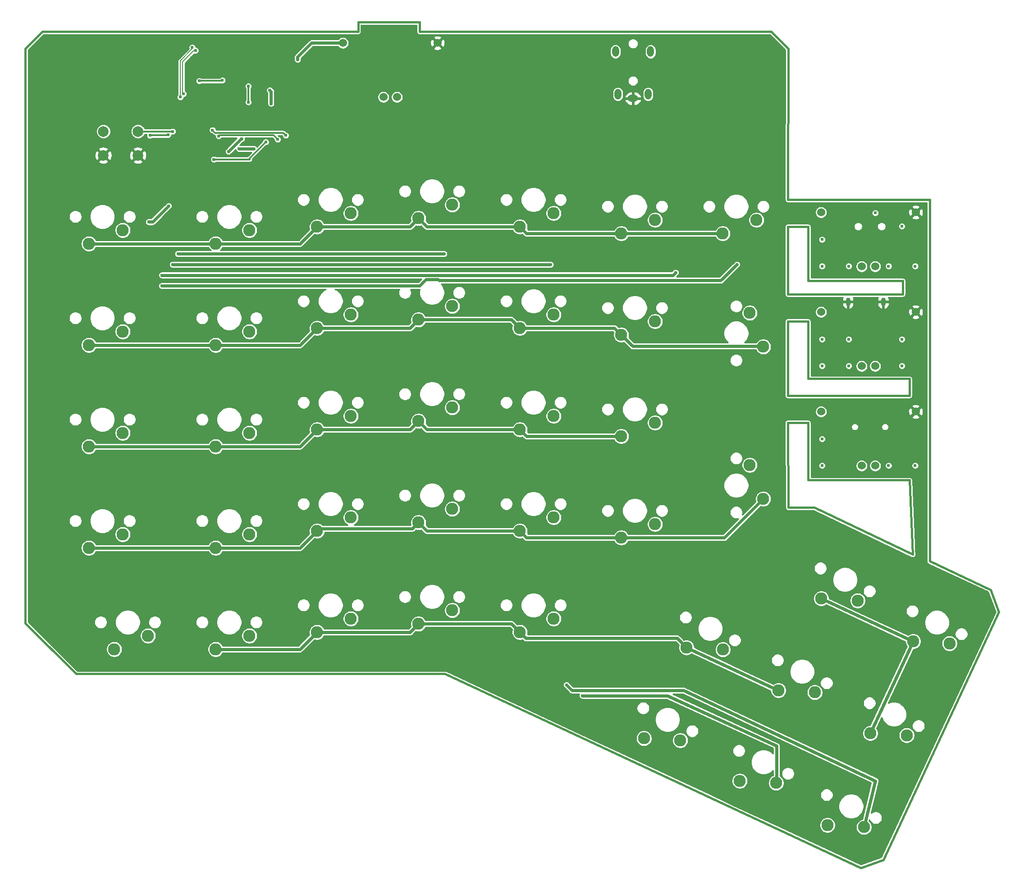
<source format=gbl>
%TF.GenerationSoftware,KiCad,Pcbnew,5.1.7*%
%TF.CreationDate,2020-10-15T21:30:19-07:00*%
%TF.ProjectId,ErgoDOX_left,4572676f-444f-4585-9f6c-6566742e6b69,2.0.0*%
%TF.SameCoordinates,Original*%
%TF.FileFunction,Copper,L2,Bot*%
%TF.FilePolarity,Positive*%
%FSLAX46Y46*%
G04 Gerber Fmt 4.6, Leading zero omitted, Abs format (unit mm)*
G04 Created by KiCad (PCBNEW 5.1.7) date 2020-10-15 21:30:19*
%MOMM*%
%LPD*%
G01*
G04 APERTURE LIST*
%TA.AperFunction,Profile*%
%ADD10C,0.381000*%
%TD*%
%TA.AperFunction,ComponentPad*%
%ADD11O,0.900000X1.600000*%
%TD*%
%TA.AperFunction,ComponentPad*%
%ADD12O,0.914400X1.600000*%
%TD*%
%TA.AperFunction,ComponentPad*%
%ADD13C,1.524000*%
%TD*%
%TA.AperFunction,ComponentPad*%
%ADD14C,2.286000*%
%TD*%
%TA.AperFunction,ComponentPad*%
%ADD15C,2.000000*%
%TD*%
%TA.AperFunction,ComponentPad*%
%ADD16O,2.000000X1.300000*%
%TD*%
%TA.AperFunction,ComponentPad*%
%ADD17O,1.300000X2.000000*%
%TD*%
%TA.AperFunction,ViaPad*%
%ADD18C,0.609600*%
%TD*%
%TA.AperFunction,Conductor*%
%ADD19C,0.609600*%
%TD*%
%TA.AperFunction,Conductor*%
%ADD20C,0.304800*%
%TD*%
%TA.AperFunction,Conductor*%
%ADD21C,0.200000*%
%TD*%
%TA.AperFunction,Conductor*%
%ADD22C,0.254000*%
%TD*%
%TA.AperFunction,Conductor*%
%ADD23C,0.150000*%
%TD*%
G04 APERTURE END LIST*
D10*
X164846000Y-93218000D02*
X164941000Y-109166000D01*
X164846000Y-74168000D02*
X164846000Y-88138000D01*
X164846000Y-56388000D02*
X164846000Y-69088000D01*
X168656000Y-56388000D02*
X164846000Y-56388000D01*
X187706000Y-104013000D02*
X188341000Y-117983000D01*
X168656000Y-104013000D02*
X187706000Y-104013000D01*
X168656000Y-93218000D02*
X168656000Y-104013000D01*
X164846000Y-93218000D02*
X168656000Y-93218000D01*
X187706000Y-88138000D02*
X164846000Y-88138000D01*
X187706000Y-84963000D02*
X187706000Y-88138000D01*
X168656000Y-84963000D02*
X187706000Y-84963000D01*
X168656000Y-74168000D02*
X168656000Y-84963000D01*
X164846000Y-74168000D02*
X168656000Y-74168000D01*
X186436000Y-69088000D02*
X164846000Y-69088000D01*
X186436000Y-66548000D02*
X186436000Y-69088000D01*
X168656000Y-66548000D02*
X186436000Y-66548000D01*
X168656000Y-56388000D02*
X168656000Y-66548000D01*
X164846000Y-51308000D02*
X164941000Y-22933000D01*
X168656000Y-51308000D02*
X164846000Y-51308000D01*
X169843200Y-109166000D02*
X188341000Y-117983000D01*
X191516000Y-119253000D02*
X202934320Y-124596500D01*
X191516000Y-51308000D02*
X191516000Y-119253000D01*
X168656000Y-51308000D02*
X191516000Y-51308000D01*
X21634200Y-22933000D02*
X21634200Y-130883000D01*
X137431000Y-19758000D02*
X134031000Y-19758000D01*
X137431000Y-19758000D02*
X149675600Y-19758000D01*
X132505200Y-19758000D02*
X134031000Y-19758000D01*
X24809200Y-19758000D02*
X84143600Y-19758000D01*
X84143600Y-17980000D02*
X95649800Y-17980000D01*
X84143600Y-19758000D02*
X84143600Y-17980000D01*
X95649800Y-17980000D02*
X95649800Y-19758000D01*
X95649800Y-19758000D02*
X132505200Y-19758000D01*
X149675600Y-19758000D02*
X161740600Y-19758000D01*
X161740600Y-19758000D02*
X164941000Y-22933000D01*
X100399600Y-140408000D02*
X31159200Y-140408000D01*
X31159200Y-140408000D02*
X21634200Y-130883000D01*
X21634200Y-22933000D02*
X24809200Y-19758000D01*
X164941000Y-109166000D02*
X169843200Y-109166000D01*
X202934320Y-124596500D02*
X204471020Y-128815440D01*
X204471020Y-128815440D02*
X182787040Y-175317760D01*
X182787040Y-175317760D02*
X178568100Y-176851920D01*
X178568100Y-176851920D02*
X100399600Y-140408000D01*
D11*
%TO.P,J103,6*%
%TO.N,GND*%
X176176000Y-70498000D03*
D12*
X182776000Y-70498000D03*
%TD*%
D13*
%TO.P,J203,4*%
%TO.N,GND*%
X188896000Y-72418000D03*
%TO.P,J203,1*%
%TO.N,Net-(J103-Pad1)*%
X171116000Y-72418000D03*
%TO.P,J203,2*%
%TO.N,Net-(J103-Pad2)*%
X181276000Y-82578000D03*
%TO.P,J203,3*%
%TO.N,Net-(J103-Pad3)*%
X178736000Y-82578000D03*
%TD*%
%TO.P,J202,4*%
%TO.N,GND*%
X188896000Y-53688000D03*
%TO.P,J202,1*%
%TO.N,Net-(J102-Pad1)*%
X171116000Y-53688000D03*
%TO.P,J202,2*%
%TO.N,Net-(J102-Pad2)*%
X181276000Y-63848000D03*
%TO.P,J202,3*%
%TO.N,Net-(J102-Pad3)*%
X178736000Y-63848000D03*
%TD*%
%TO.P,J201,4*%
%TO.N,GND*%
X188896000Y-91148000D03*
%TO.P,J201,1*%
%TO.N,Net-(J101-PadA4)*%
X171116000Y-91148000D03*
%TO.P,J201,2*%
%TO.N,Net-(J101-PadA7)*%
X181276000Y-101308000D03*
%TO.P,J201,3*%
%TO.N,Net-(J101-PadA6)*%
X178736000Y-101308000D03*
%TD*%
%TO.P,J2,4*%
%TO.N,GND*%
X99056000Y-21878000D03*
%TO.P,J2,1*%
%TO.N,VCC*%
X81276000Y-21878000D03*
%TO.P,J2,2*%
%TO.N,/USB-*%
X91436000Y-32038000D03*
%TO.P,J2,3*%
%TO.N,/USB+*%
X88896000Y-32038000D03*
%TD*%
D14*
%TO.P,SW1:9,1*%
%TO.N,/ROW1*%
X114522000Y-132578000D03*
%TO.P,SW1:9,2*%
%TO.N,Net-(D1:9-Pad2)*%
X120872000Y-130038000D03*
%TD*%
%TO.P,SW5:13,1*%
%TO.N,/ROW5*%
X33559500Y-59585200D03*
%TO.P,SW5:13,2*%
%TO.N,Net-(D5:13-Pad2)*%
X39909500Y-57045200D03*
%TD*%
%TO.P,SX1:7,1*%
%TO.N,/ROW1*%
X163087957Y-143514413D03*
%TO.P,SX1:7,2*%
%TO.N,Net-(D1:7-Pad2)*%
X169916462Y-143896017D03*
%TD*%
%TO.P,SW3:13,1*%
%TO.N,/ROW3*%
X33559500Y-97682660D03*
%TO.P,SW3:13,2*%
%TO.N,Net-(D3:13-Pad2)*%
X39909500Y-95142660D03*
%TD*%
%TO.P,SW2:9,1*%
%TO.N,/ROW2*%
X114522000Y-113557660D03*
%TO.P,SW2:9,2*%
%TO.N,Net-(D2:9-Pad2)*%
X120872000Y-111017660D03*
%TD*%
%TO.P,SW2:10,1*%
%TO.N,/ROW2*%
X95472000Y-111960000D03*
%TO.P,SW2:10,2*%
%TO.N,Net-(D2:10-Pad2)*%
X101822000Y-109420000D03*
%TD*%
%TO.P,SW3:9,1*%
%TO.N,/ROW3*%
X114522000Y-94507660D03*
%TO.P,SW3:9,2*%
%TO.N,Net-(D3:9-Pad2)*%
X120872000Y-91967660D03*
%TD*%
%TO.P,SW2:11,1*%
%TO.N,/ROW2*%
X76422000Y-113557660D03*
%TO.P,SW2:11,2*%
%TO.N,Net-(D2:11-Pad2)*%
X82772000Y-111017660D03*
%TD*%
%TO.P,SW3:10,1*%
%TO.N,/ROW3*%
X95472000Y-92910000D03*
%TO.P,SW3:10,2*%
%TO.N,Net-(D3:10-Pad2)*%
X101822000Y-90370000D03*
%TD*%
%TO.P,SW3:11,1*%
%TO.N,/ROW3*%
X76422000Y-94507660D03*
%TO.P,SW3:11,2*%
%TO.N,Net-(D3:11-Pad2)*%
X82772000Y-91967660D03*
%TD*%
%TO.P,SW1:11,1*%
%TO.N,/ROW1*%
X76422000Y-132578000D03*
%TO.P,SW1:11,2*%
%TO.N,Net-(D1:11-Pad2)*%
X82772000Y-130038000D03*
%TD*%
%TO.P,SW1:10,1*%
%TO.N,/ROW1*%
X95472000Y-131010000D03*
%TO.P,SW1:10,2*%
%TO.N,Net-(D1:10-Pad2)*%
X101822000Y-128470000D03*
%TD*%
%TO.P,SX1:8,1*%
%TO.N,/ROW1*%
X145823577Y-135462613D03*
%TO.P,SX1:8,2*%
%TO.N,Net-(D1:8-Pad2)*%
X152652082Y-135844217D03*
%TD*%
%TO.P,SW5:12,1*%
%TO.N,/ROW5*%
X57372000Y-59585200D03*
%TO.P,SW5:12,2*%
%TO.N,Net-(D5:12-Pad2)*%
X63722000Y-57045200D03*
%TD*%
%TO.P,SW5:11,1*%
%TO.N,/ROW5*%
X76422000Y-56407660D03*
%TO.P,SW5:11,2*%
%TO.N,Net-(D5:11-Pad2)*%
X82772000Y-53867660D03*
%TD*%
%TO.P,SW5:10,1*%
%TO.N,/ROW5*%
X95472000Y-54810000D03*
%TO.P,SW5:10,2*%
%TO.N,Net-(D5:10-Pad2)*%
X101822000Y-52270000D03*
%TD*%
%TO.P,SW5:9,1*%
%TO.N,/ROW5*%
X114522000Y-56407660D03*
%TO.P,SW5:9,2*%
%TO.N,Net-(D5:9-Pad2)*%
X120872000Y-53867660D03*
%TD*%
%TO.P,SW5:8,1*%
%TO.N,/ROW5*%
X133572000Y-57680200D03*
%TO.P,SW5:8,2*%
%TO.N,Net-(D5:8-Pad2)*%
X139922000Y-55140200D03*
%TD*%
%TO.P,SW5:7,1*%
%TO.N,/ROW5*%
X152622000Y-57680200D03*
%TO.P,SW5:7,2*%
%TO.N,Net-(D5:7-Pad2)*%
X158972000Y-55140200D03*
%TD*%
%TO.P,SW4:13,1*%
%TO.N,/ROW4*%
X33559500Y-78632660D03*
%TO.P,SW4:13,2*%
%TO.N,Net-(D4:13-Pad2)*%
X39909500Y-76092660D03*
%TD*%
%TO.P,SW4:12,1*%
%TO.N,/ROW4*%
X57372000Y-78632660D03*
%TO.P,SW4:12,2*%
%TO.N,Net-(D4:12-Pad2)*%
X63722000Y-76092660D03*
%TD*%
%TO.P,SW4:11,1*%
%TO.N,/ROW4*%
X76422000Y-75457660D03*
%TO.P,SW4:11,2*%
%TO.N,Net-(D4:11-Pad2)*%
X82772000Y-72917660D03*
%TD*%
%TO.P,SW4:10,1*%
%TO.N,/ROW4*%
X95472000Y-73860000D03*
%TO.P,SW4:10,2*%
%TO.N,Net-(D4:10-Pad2)*%
X101822000Y-71320000D03*
%TD*%
%TO.P,SW4:9,1*%
%TO.N,/ROW4*%
X114522000Y-75457660D03*
%TO.P,SW4:9,2*%
%TO.N,Net-(D4:9-Pad2)*%
X120872000Y-72917660D03*
%TD*%
%TO.P,SW4:8,1*%
%TO.N,/ROW4*%
X133572000Y-76727660D03*
%TO.P,SW4:8,2*%
%TO.N,Net-(D4:8-Pad2)*%
X139922000Y-74187660D03*
%TD*%
%TO.P,SW4:7,1*%
%TO.N,/ROW4*%
X160242000Y-78950160D03*
%TO.P,SW4:7,2*%
%TO.N,Net-(D4:7-Pad2)*%
X157702000Y-72600160D03*
%TD*%
%TO.P,SW3:12,1*%
%TO.N,/ROW3*%
X57372000Y-97682660D03*
%TO.P,SW3:12,2*%
%TO.N,Net-(D3:12-Pad2)*%
X63722000Y-95142660D03*
%TD*%
%TO.P,SW3:8,1*%
%TO.N,/ROW3*%
X133572000Y-95777660D03*
%TO.P,SW3:8,2*%
%TO.N,Net-(D3:8-Pad2)*%
X139922000Y-93237660D03*
%TD*%
%TO.P,SW2:13,1*%
%TO.N,/ROW2*%
X33559500Y-116732660D03*
%TO.P,SW2:13,2*%
%TO.N,Net-(D2:13-Pad2)*%
X39909500Y-114192660D03*
%TD*%
%TO.P,SW2:12,1*%
%TO.N,/ROW2*%
X57372000Y-116732660D03*
%TO.P,SW2:12,2*%
%TO.N,Net-(D2:12-Pad2)*%
X63722000Y-114192660D03*
%TD*%
%TO.P,SW2:8,1*%
%TO.N,/ROW2*%
X133572000Y-114827660D03*
%TO.P,SW2:8,2*%
%TO.N,Net-(D2:8-Pad2)*%
X139922000Y-112287660D03*
%TD*%
%TO.P,SW2:7,1*%
%TO.N,/ROW2*%
X160242000Y-107525160D03*
%TO.P,SW2:7,2*%
%TO.N,Net-(D2:7-Pad2)*%
X157702000Y-101175160D03*
%TD*%
%TO.P,SW1:13,1*%
%TO.N,/ROW1*%
X38322000Y-135782660D03*
%TO.P,SW1:13,2*%
%TO.N,Net-(D1:13-Pad2)*%
X44672000Y-133242660D03*
%TD*%
%TO.P,SW1:12,1*%
%TO.N,/ROW1*%
X57372000Y-135782660D03*
%TO.P,SW1:12,2*%
%TO.N,Net-(D1:12-Pad2)*%
X63722000Y-133242660D03*
%TD*%
%TO.P,SW0:12,1*%
%TO.N,/ROW0*%
X172303077Y-168830593D03*
%TO.P,SW0:12,2*%
%TO.N,Net-(D0:12-Pad2)*%
X179131582Y-169212197D03*
%TD*%
%TO.P,SW0:11,1*%
%TO.N,/ROW0*%
X155827077Y-160528593D03*
%TO.P,SW0:11,2*%
%TO.N,Net-(D0:11-Pad2)*%
X162655582Y-160910197D03*
%TD*%
%TO.P,SW0:10,1*%
%TO.N,/ROW0*%
X137827077Y-152528593D03*
%TO.P,SW0:10,2*%
%TO.N,Net-(D0:10-Pad2)*%
X144655582Y-152910197D03*
%TD*%
%TO.P,SW0:9,1*%
%TO.N,/ROW0*%
X180354877Y-151563673D03*
%TO.P,SW0:9,2*%
%TO.N,Net-(D0:9-Pad2)*%
X187183382Y-151945277D03*
%TD*%
%TO.P,SW0:8,1*%
%TO.N,/ROW0*%
X171139757Y-126250033D03*
%TO.P,SW0:8,2*%
%TO.N,Net-(D0:8-Pad2)*%
X177968262Y-126631637D03*
%TD*%
%TO.P,SW0:7,1*%
%TO.N,/ROW0*%
X188404137Y-134299293D03*
%TO.P,SW0:7,2*%
%TO.N,Net-(D0:7-Pad2)*%
X195232642Y-134680897D03*
%TD*%
D15*
%TO.P,SW1,2*%
%TO.N,GND*%
X36276000Y-42998000D03*
%TO.P,SW1,1*%
%TO.N,/RST*%
X36276000Y-38498000D03*
%TO.P,SW1,2*%
%TO.N,GND*%
X42776000Y-42998000D03*
%TO.P,SW1,1*%
%TO.N,/RST*%
X42776000Y-38498000D03*
%TD*%
D16*
%TO.P,J1,S*%
%TO.N,GND*%
X135776000Y-32298000D03*
D17*
%TO.P,J1,R2*%
%TO.N,/SDA*%
X138626000Y-31498000D03*
%TO.P,J1,R1*%
%TO.N,/SCL*%
X132926000Y-31498000D03*
%TO.P,J1,T*%
%TO.N,VCC*%
X132476000Y-23498000D03*
X139076000Y-23498000D03*
%TD*%
D18*
%TO.N,*%
X171276000Y-96268000D03*
X171276000Y-101268000D03*
X188776000Y-101268000D03*
X183776000Y-101268000D03*
X176276000Y-82538000D03*
X176276000Y-77538000D03*
X171276000Y-77538000D03*
X171276000Y-82538000D03*
X186276000Y-82538000D03*
X186276000Y-77538000D03*
X171276000Y-58808000D03*
X171276000Y-63808000D03*
X176276000Y-63808000D03*
X183776000Y-63808000D03*
X188776000Y-63808000D03*
X181276000Y-53808000D03*
X186276000Y-56308000D03*
%TO.N,/COL0*%
X44776000Y-55498000D03*
X48526000Y-52498000D03*
X59776000Y-42248000D03*
X67776000Y-33248000D03*
X67526000Y-30748000D03*
X62276000Y-39857610D03*
%TO.N,/COL10*%
X100276000Y-61498000D03*
X50276000Y-61498000D03*
%TO.N,/COL11*%
X61776000Y-41748000D03*
X64526000Y-41748000D03*
%TO.N,/COL4*%
X120276000Y-63498000D03*
X49276000Y-63498000D03*
%TO.N,/COL5*%
X47276000Y-65498000D03*
X143776002Y-64998002D03*
%TO.N,/COL6*%
X155276000Y-63498000D03*
X47276000Y-67498000D03*
%TO.N,GND*%
X63776000Y-34998000D03*
X58776000Y-41248000D03*
X52276000Y-41498000D03*
X54276000Y-35498000D03*
X55526000Y-35498000D03*
X56776000Y-35498000D03*
X58026000Y-35498000D03*
X58026000Y-34498000D03*
X56776000Y-34498000D03*
X55526000Y-34498000D03*
X54276000Y-34498000D03*
X55526000Y-32998000D03*
X56776000Y-32998000D03*
X58026000Y-32998000D03*
X56776000Y-31748000D03*
X55526000Y-31748000D03*
X54201000Y-31635500D03*
X58063500Y-31635500D03*
X54201000Y-32923000D03*
X60526000Y-27248000D03*
X69026000Y-29998000D03*
X81276000Y-34998000D03*
X86276000Y-34998000D03*
X43776000Y-29998000D03*
X43776000Y-34998000D03*
X38776000Y-34998000D03*
X33776000Y-24998000D03*
X26276000Y-32498000D03*
X26276000Y-24998000D03*
X31276000Y-42498000D03*
X31276000Y-49998000D03*
X36276000Y-47498000D03*
X43776000Y-47498000D03*
X48776000Y-72498000D03*
X51276000Y-54998000D03*
X48776000Y-87498000D03*
X48776000Y-107498000D03*
X51276000Y-122498000D03*
X31276000Y-124998000D03*
X86276000Y-127498000D03*
X106276000Y-127498000D03*
X141276000Y-122498000D03*
X128776000Y-99998000D03*
X128776000Y-79998000D03*
X158776000Y-89998000D03*
X148776000Y-89998000D03*
X146276000Y-72498000D03*
X146276000Y-62498000D03*
X128776000Y-62498000D03*
X108776000Y-79998000D03*
X108776000Y-59998000D03*
X91276000Y-59998000D03*
X91276000Y-79998000D03*
X71276000Y-72498000D03*
X71276000Y-87498000D03*
X88776000Y-104998000D03*
X71276000Y-107498000D03*
X108776000Y-104998000D03*
X93776000Y-117498000D03*
X113776000Y-117498000D03*
X76276000Y-117498000D03*
X158776000Y-24998000D03*
X146276000Y-24998000D03*
X48776000Y-44998000D03*
X53776000Y-44998000D03*
X68776000Y-37498000D03*
X98776000Y-32498000D03*
X133776000Y-127498000D03*
X128276000Y-131498000D03*
X136276000Y-138498000D03*
X111276000Y-142498000D03*
X158776000Y-117498000D03*
X188776000Y-124998000D03*
X164846000Y-89408000D03*
X164846000Y-90678000D03*
X164846000Y-91948000D03*
X168656000Y-91948000D03*
X168656000Y-90678000D03*
X168656000Y-89408000D03*
X164846000Y-72898000D03*
X164846000Y-71628000D03*
X164846000Y-70358000D03*
X168656000Y-70358000D03*
X168656000Y-71628000D03*
X168656000Y-72898000D03*
X164846000Y-52578000D03*
X164846000Y-53848000D03*
X164846000Y-55118000D03*
X168656000Y-55118000D03*
X168656000Y-53848000D03*
X168656000Y-52578000D03*
X187706000Y-66548000D03*
X188976000Y-66548000D03*
X190246000Y-66548000D03*
X190246000Y-69088000D03*
X188976000Y-69088000D03*
X187706000Y-69088000D03*
X188976000Y-88138000D03*
X190246000Y-88138000D03*
X188976000Y-104648000D03*
X190246000Y-104648000D03*
X188976000Y-117348000D03*
X190246000Y-117348000D03*
X190246000Y-118618000D03*
%TO.N,VCC*%
X54276000Y-28998000D03*
X58632250Y-28891750D03*
X63526000Y-32998000D03*
X45026000Y-39248000D03*
X48421651Y-39107601D03*
X63526000Y-29998000D03*
X72776000Y-24998000D03*
%TO.N,/D+*%
X50722085Y-32051915D03*
X52972085Y-22694085D03*
%TO.N,/D-*%
X51329915Y-31444085D03*
X53579915Y-23301915D03*
%TO.N,Net-(D0:11-Pad2)*%
X126276000Y-144498000D03*
%TO.N,Net-(D0:12-Pad2)*%
X123276000Y-142498000D03*
%TO.N,/SDA*%
X69026000Y-39998000D03*
X57933212Y-39357610D03*
%TO.N,/SCL*%
X70526000Y-39235990D03*
X56776000Y-38248000D03*
%TO.N,/RST*%
X49276000Y-38498000D03*
%TO.N,/LED_C*%
X57026000Y-43748000D03*
X66776000Y-40498000D03*
%TD*%
D19*
%TO.N,/COL0*%
X45526000Y-55498000D02*
X48526000Y-52498000D01*
X44776000Y-55498000D02*
X45526000Y-55498000D01*
X67776000Y-30998000D02*
X67526000Y-30748000D01*
X67776000Y-33248000D02*
X67776000Y-30998000D01*
X62166390Y-39857610D02*
X62276000Y-39857610D01*
X59776000Y-42248000D02*
X62166390Y-39857610D01*
%TO.N,/COL10*%
X100276000Y-61498000D02*
X50276000Y-61498000D01*
%TO.N,/COL11*%
X61776000Y-41748000D02*
X64526000Y-41748000D01*
%TO.N,/COL4*%
X120276000Y-63498000D02*
X49276000Y-63498000D01*
%TO.N,/COL5*%
X47276000Y-65498000D02*
X143276004Y-65498000D01*
X143276004Y-65498000D02*
X143776002Y-64998002D01*
%TO.N,/COL6*%
X95692471Y-67471899D02*
X47733153Y-67471899D01*
X96835471Y-66328899D02*
X95692471Y-67471899D01*
X99188529Y-66328899D02*
X96835471Y-66328899D01*
X99357630Y-66498000D02*
X99188529Y-66328899D01*
X47733153Y-67471899D02*
X47707052Y-67498000D01*
X152276000Y-66498000D02*
X99357630Y-66498000D01*
X47707052Y-67498000D02*
X47276000Y-67498000D01*
X155276000Y-63498000D02*
X152276000Y-66498000D01*
%TO.N,/ROW0*%
X180354877Y-151563673D02*
X188404137Y-134299293D01*
X188404137Y-134299293D02*
X171139757Y-126250033D01*
%TO.N,/ROW1*%
X145823577Y-135462613D02*
X163087957Y-143514413D01*
X73217340Y-135782660D02*
X76422000Y-132578000D01*
X57372000Y-135782660D02*
X73217340Y-135782660D01*
X93904000Y-132578000D02*
X95472000Y-131010000D01*
X76422000Y-132578000D02*
X93904000Y-132578000D01*
X112954000Y-131010000D02*
X114522000Y-132578000D01*
X95472000Y-131010000D02*
X112954000Y-131010000D01*
X144081963Y-133720999D02*
X145823577Y-135462613D01*
X115664999Y-133720999D02*
X144081963Y-133720999D01*
X114522000Y-132578000D02*
X115664999Y-133720999D01*
%TO.N,/ROW2*%
X115792000Y-114827660D02*
X114522000Y-113557660D01*
X133572000Y-114827660D02*
X115792000Y-114827660D01*
X97069660Y-113557660D02*
X95472000Y-111960000D01*
X114522000Y-113557660D02*
X97069660Y-113557660D01*
X76876661Y-113102999D02*
X76422000Y-113557660D01*
X94329001Y-113102999D02*
X76876661Y-113102999D01*
X95472000Y-111960000D02*
X94329001Y-113102999D01*
X73247000Y-116732660D02*
X57372000Y-116732660D01*
X76422000Y-113557660D02*
X73247000Y-116732660D01*
X57372000Y-116732660D02*
X33559500Y-116732660D01*
X152939500Y-114827660D02*
X160242000Y-107525160D01*
X133572000Y-114827660D02*
X152939500Y-114827660D01*
%TO.N,/ROW3*%
X115792000Y-95777660D02*
X114522000Y-94507660D01*
X133572000Y-95777660D02*
X115792000Y-95777660D01*
X97069660Y-94507660D02*
X95472000Y-92910000D01*
X114522000Y-94507660D02*
X97069660Y-94507660D01*
X33559500Y-97682660D02*
X57372000Y-97682660D01*
X73247000Y-97682660D02*
X76422000Y-94507660D01*
X57372000Y-97682660D02*
X73247000Y-97682660D01*
X93874340Y-94507660D02*
X95472000Y-92910000D01*
X76422000Y-94507660D02*
X93874340Y-94507660D01*
%TO.N,/ROW4*%
X33559500Y-78632660D02*
X57372000Y-78632660D01*
X73247000Y-78632660D02*
X76422000Y-75457660D01*
X57372000Y-78632660D02*
X73247000Y-78632660D01*
X93874340Y-75457660D02*
X95472000Y-73860000D01*
X76422000Y-75457660D02*
X93874340Y-75457660D01*
X112924340Y-73860000D02*
X114522000Y-75457660D01*
X95472000Y-73860000D02*
X112924340Y-73860000D01*
X132302000Y-75457660D02*
X133572000Y-76727660D01*
X114522000Y-75457660D02*
X132302000Y-75457660D01*
X160153101Y-78861261D02*
X160242000Y-78950160D01*
X135705601Y-78861261D02*
X160153101Y-78861261D01*
X133572000Y-76727660D02*
X135705601Y-78861261D01*
%TO.N,/ROW5*%
X152622000Y-57680200D02*
X133572000Y-57680200D01*
X115794540Y-57680200D02*
X114522000Y-56407660D01*
X133572000Y-57680200D02*
X115794540Y-57680200D01*
X97069660Y-56407660D02*
X95472000Y-54810000D01*
X114522000Y-56407660D02*
X97069660Y-56407660D01*
X93874340Y-56407660D02*
X76422000Y-56407660D01*
X95472000Y-54810000D02*
X93874340Y-56407660D01*
X73244460Y-59585200D02*
X57372000Y-59585200D01*
X76422000Y-56407660D02*
X73244460Y-59585200D01*
X57372000Y-59585200D02*
X33559500Y-59585200D01*
D20*
%TO.N,VCC*%
X58526000Y-28998000D02*
X58632250Y-28891750D01*
X54276000Y-28998000D02*
X58526000Y-28998000D01*
X45026000Y-39248000D02*
X48281252Y-39248000D01*
X48281252Y-39248000D02*
X48421651Y-39107601D01*
X63526000Y-32998000D02*
X63526000Y-29998000D01*
D19*
X81276000Y-21878000D02*
X75396000Y-21878000D01*
X75396000Y-21878000D02*
X72776000Y-24498000D01*
X72776000Y-24498000D02*
X72776000Y-24998000D01*
D21*
%TO.N,/D+*%
X52972085Y-22983716D02*
X52972085Y-22694085D01*
X50722085Y-25233716D02*
X52972085Y-22983716D01*
X50722085Y-32051915D02*
X50722085Y-25233716D01*
%TO.N,/D-*%
X51172085Y-31286255D02*
X51172085Y-25420114D01*
X51172085Y-25420114D02*
X53290284Y-23301915D01*
X53290284Y-23301915D02*
X53579915Y-23301915D01*
X51329915Y-31444085D02*
X51172085Y-31286255D01*
D19*
%TO.N,Net-(D0:11-Pad2)*%
X142276000Y-144498000D02*
X126276000Y-144498000D01*
X162727101Y-153949101D02*
X142276000Y-144498000D01*
X162727101Y-160838678D02*
X162727101Y-153949101D01*
X162655582Y-160910197D02*
X162727101Y-160838678D01*
%TO.N,Net-(D0:12-Pad2)*%
X181276000Y-160498000D02*
X179131582Y-169212197D01*
X124276000Y-143498000D02*
X145276000Y-143498000D01*
X145276000Y-143498000D02*
X181276000Y-160498000D01*
X123276000Y-142498000D02*
X124276000Y-143498000D01*
D20*
%TO.N,/SDA*%
X69026000Y-39998000D02*
X68233211Y-39205211D01*
X68233211Y-39205211D02*
X58085611Y-39205211D01*
X58085611Y-39205211D02*
X57933212Y-39357610D01*
%TO.N,/SCL*%
X56776000Y-38248000D02*
X57276000Y-38748000D01*
X70038010Y-38748000D02*
X70526000Y-39235990D01*
X57276000Y-38748000D02*
X70038010Y-38748000D01*
%TO.N,/RST*%
X42776000Y-38498000D02*
X49276000Y-38498000D01*
%TO.N,/LED_C*%
X57026000Y-43748000D02*
X63776000Y-43748000D01*
X63776000Y-43498000D02*
X66776000Y-40498000D01*
X63776000Y-43748000D02*
X63776000Y-43498000D01*
%TD*%
D22*
%TO.N,GND*%
X95078301Y-19729916D02*
X95075535Y-19758000D01*
X95086569Y-19870034D01*
X95119248Y-19977762D01*
X95172316Y-20077045D01*
X95243733Y-20164067D01*
X95330755Y-20235484D01*
X95430038Y-20288552D01*
X95537766Y-20321231D01*
X95621726Y-20329500D01*
X95649800Y-20332265D01*
X95677874Y-20329500D01*
X161505210Y-20329500D01*
X164368703Y-23170268D01*
X164274595Y-51278963D01*
X164271735Y-51308000D01*
X164277185Y-51363336D01*
X164282398Y-51418147D01*
X164282674Y-51419067D01*
X164282769Y-51420034D01*
X164298917Y-51473265D01*
X164314716Y-51525984D01*
X164315166Y-51526833D01*
X164315448Y-51527762D01*
X164341646Y-51576774D01*
X164367451Y-51625444D01*
X164368059Y-51626190D01*
X164368516Y-51627045D01*
X164403718Y-51669939D01*
X164438576Y-51712705D01*
X164439319Y-51713319D01*
X164439933Y-51714067D01*
X164482817Y-51749261D01*
X164525359Y-51784413D01*
X164526206Y-51784870D01*
X164526955Y-51785484D01*
X164575856Y-51811622D01*
X164624463Y-51837813D01*
X164625385Y-51838096D01*
X164626238Y-51838552D01*
X164679332Y-51854658D01*
X164732081Y-51870852D01*
X164733038Y-51870949D01*
X164733966Y-51871231D01*
X164789261Y-51876677D01*
X164844078Y-51882261D01*
X164873107Y-51879500D01*
X190944500Y-51879500D01*
X190944501Y-119212010D01*
X190942316Y-119227166D01*
X190944501Y-119268214D01*
X190944501Y-119281074D01*
X190945991Y-119296200D01*
X190948300Y-119339582D01*
X190951500Y-119352140D01*
X190952770Y-119365034D01*
X190965374Y-119406583D01*
X190976099Y-119448671D01*
X190981688Y-119460364D01*
X190985449Y-119472762D01*
X191005919Y-119511059D01*
X191024647Y-119550240D01*
X191032408Y-119560615D01*
X191038517Y-119572045D01*
X191066071Y-119605620D01*
X191092077Y-119640387D01*
X191101711Y-119649048D01*
X191109934Y-119659067D01*
X191143510Y-119686622D01*
X191175798Y-119715647D01*
X191186938Y-119722262D01*
X191196956Y-119730484D01*
X191235263Y-119750960D01*
X191248338Y-119758724D01*
X191259996Y-119764180D01*
X191296239Y-119783552D01*
X191310887Y-119787995D01*
X202478165Y-125014014D01*
X203852988Y-128788532D01*
X182369169Y-174861601D01*
X178595151Y-176233972D01*
X162393706Y-168680492D01*
X170779077Y-168680492D01*
X170779077Y-168980694D01*
X170837643Y-169275127D01*
X170952526Y-169552478D01*
X171119309Y-169802086D01*
X171331584Y-170014361D01*
X171581192Y-170181144D01*
X171858543Y-170296027D01*
X172152976Y-170354593D01*
X172453178Y-170354593D01*
X172747611Y-170296027D01*
X173024962Y-170181144D01*
X173274570Y-170014361D01*
X173486845Y-169802086D01*
X173653628Y-169552478D01*
X173768511Y-169275127D01*
X173827077Y-168980694D01*
X173827077Y-168680492D01*
X173768511Y-168386059D01*
X173653628Y-168108708D01*
X173486845Y-167859100D01*
X173274570Y-167646825D01*
X173024962Y-167480042D01*
X172747611Y-167365159D01*
X172453178Y-167306593D01*
X172152976Y-167306593D01*
X171858543Y-167365159D01*
X171581192Y-167480042D01*
X171331584Y-167646825D01*
X171119309Y-167859100D01*
X170952526Y-168108708D01*
X170837643Y-168386059D01*
X170779077Y-168680492D01*
X162393706Y-168680492D01*
X154641189Y-165066093D01*
X174377100Y-165066093D01*
X174377100Y-165533907D01*
X174468366Y-165992733D01*
X174647391Y-166424937D01*
X174907295Y-166813910D01*
X175238090Y-167144705D01*
X175627063Y-167404609D01*
X176059267Y-167583634D01*
X176518093Y-167674900D01*
X176985907Y-167674900D01*
X177444733Y-167583634D01*
X177876937Y-167404609D01*
X178265910Y-167144705D01*
X178596705Y-166813910D01*
X178856609Y-166424937D01*
X179035634Y-165992733D01*
X179126900Y-165533907D01*
X179126900Y-165066093D01*
X179035634Y-164607267D01*
X178856609Y-164175063D01*
X178596705Y-163786090D01*
X178265910Y-163455295D01*
X177876937Y-163195391D01*
X177444733Y-163016366D01*
X176985907Y-162925100D01*
X176518093Y-162925100D01*
X176059267Y-163016366D01*
X175627063Y-163195391D01*
X175238090Y-163455295D01*
X174907295Y-163786090D01*
X174647391Y-164175063D01*
X174468366Y-164607267D01*
X174377100Y-165066093D01*
X154641189Y-165066093D01*
X150277766Y-163031767D01*
X170916056Y-163031767D01*
X170916056Y-163274431D01*
X170963397Y-163512431D01*
X171056260Y-163736623D01*
X171191077Y-163938390D01*
X171362665Y-164109978D01*
X171564432Y-164244795D01*
X171788624Y-164337658D01*
X172026624Y-164384999D01*
X172269288Y-164384999D01*
X172507288Y-164337658D01*
X172731480Y-164244795D01*
X172933247Y-164109978D01*
X173104835Y-163938390D01*
X173239652Y-163736623D01*
X173332515Y-163512431D01*
X173379856Y-163274431D01*
X173379856Y-163031767D01*
X173332515Y-162793767D01*
X173239652Y-162569575D01*
X173104835Y-162367808D01*
X172933247Y-162196220D01*
X172731480Y-162061403D01*
X172507288Y-161968540D01*
X172269288Y-161921199D01*
X172026624Y-161921199D01*
X171788624Y-161968540D01*
X171564432Y-162061403D01*
X171362665Y-162196220D01*
X171191077Y-162367808D01*
X171056260Y-162569575D01*
X170963397Y-162793767D01*
X170916056Y-163031767D01*
X150277766Y-163031767D01*
X144586760Y-160378492D01*
X154303077Y-160378492D01*
X154303077Y-160678694D01*
X154361643Y-160973127D01*
X154476526Y-161250478D01*
X154643309Y-161500086D01*
X154855584Y-161712361D01*
X155105192Y-161879144D01*
X155382543Y-161994027D01*
X155676976Y-162052593D01*
X155977178Y-162052593D01*
X156271611Y-161994027D01*
X156548962Y-161879144D01*
X156798570Y-161712361D01*
X157010845Y-161500086D01*
X157177628Y-161250478D01*
X157292511Y-160973127D01*
X157351077Y-160678694D01*
X157351077Y-160378492D01*
X157292511Y-160084059D01*
X157177628Y-159806708D01*
X157010845Y-159557100D01*
X156798570Y-159344825D01*
X156548962Y-159178042D01*
X156271611Y-159063159D01*
X155977178Y-159004593D01*
X155676976Y-159004593D01*
X155382543Y-159063159D01*
X155105192Y-159178042D01*
X154855584Y-159344825D01*
X154643309Y-159557100D01*
X154476526Y-159806708D01*
X154361643Y-160084059D01*
X154303077Y-160378492D01*
X144586760Y-160378492D01*
X132470819Y-154729767D01*
X154440056Y-154729767D01*
X154440056Y-154972431D01*
X154487397Y-155210431D01*
X154580260Y-155434623D01*
X154715077Y-155636390D01*
X154886665Y-155807978D01*
X155088432Y-155942795D01*
X155312624Y-156035658D01*
X155550624Y-156082999D01*
X155793288Y-156082999D01*
X156031288Y-156035658D01*
X156255480Y-155942795D01*
X156457247Y-155807978D01*
X156628835Y-155636390D01*
X156763652Y-155434623D01*
X156856515Y-155210431D01*
X156903856Y-154972431D01*
X156903856Y-154729767D01*
X156856515Y-154491767D01*
X156763652Y-154267575D01*
X156628835Y-154065808D01*
X156457247Y-153894220D01*
X156255480Y-153759403D01*
X156031288Y-153666540D01*
X155793288Y-153619199D01*
X155550624Y-153619199D01*
X155312624Y-153666540D01*
X155088432Y-153759403D01*
X154886665Y-153894220D01*
X154715077Y-154065808D01*
X154580260Y-154267575D01*
X154487397Y-154491767D01*
X154440056Y-154729767D01*
X132470819Y-154729767D01*
X127427573Y-152378492D01*
X136303077Y-152378492D01*
X136303077Y-152678694D01*
X136361643Y-152973127D01*
X136476526Y-153250478D01*
X136643309Y-153500086D01*
X136855584Y-153712361D01*
X137105192Y-153879144D01*
X137382543Y-153994027D01*
X137676976Y-154052593D01*
X137977178Y-154052593D01*
X138271611Y-153994027D01*
X138548962Y-153879144D01*
X138798570Y-153712361D01*
X139010845Y-153500086D01*
X139177628Y-153250478D01*
X139292511Y-152973127D01*
X139334885Y-152760096D01*
X143131582Y-152760096D01*
X143131582Y-153060298D01*
X143190148Y-153354731D01*
X143305031Y-153632082D01*
X143471814Y-153881690D01*
X143684089Y-154093965D01*
X143933697Y-154260748D01*
X144211048Y-154375631D01*
X144505481Y-154434197D01*
X144805683Y-154434197D01*
X145100116Y-154375631D01*
X145377467Y-154260748D01*
X145627075Y-154093965D01*
X145839350Y-153881690D01*
X146006133Y-153632082D01*
X146121016Y-153354731D01*
X146179582Y-153060298D01*
X146179582Y-152760096D01*
X146121016Y-152465663D01*
X146006133Y-152188312D01*
X145839350Y-151938704D01*
X145627075Y-151726429D01*
X145377467Y-151559646D01*
X145100116Y-151444763D01*
X144805683Y-151386197D01*
X144505481Y-151386197D01*
X144211048Y-151444763D01*
X143933697Y-151559646D01*
X143684089Y-151726429D01*
X143471814Y-151938704D01*
X143305031Y-152188312D01*
X143190148Y-152465663D01*
X143131582Y-152760096D01*
X139334885Y-152760096D01*
X139351077Y-152678694D01*
X139351077Y-152378492D01*
X139292511Y-152084059D01*
X139177628Y-151806708D01*
X139010845Y-151557100D01*
X138798570Y-151344825D01*
X138548962Y-151178042D01*
X138271611Y-151063159D01*
X137977178Y-151004593D01*
X137676976Y-151004593D01*
X137382543Y-151063159D01*
X137105192Y-151178042D01*
X136855584Y-151344825D01*
X136643309Y-151557100D01*
X136476526Y-151806708D01*
X136361643Y-152084059D01*
X136303077Y-152378492D01*
X127427573Y-152378492D01*
X119675056Y-148764093D01*
X139901100Y-148764093D01*
X139901100Y-149231907D01*
X139992366Y-149690733D01*
X140171391Y-150122937D01*
X140431295Y-150511910D01*
X140762090Y-150842705D01*
X141151063Y-151102609D01*
X141583267Y-151281634D01*
X142042093Y-151372900D01*
X142509907Y-151372900D01*
X142968733Y-151281634D01*
X143400937Y-151102609D01*
X143519228Y-151023569D01*
X145648144Y-151023569D01*
X145648144Y-151266233D01*
X145695485Y-151504233D01*
X145788348Y-151728425D01*
X145923165Y-151930192D01*
X146094753Y-152101780D01*
X146296520Y-152236597D01*
X146520712Y-152329460D01*
X146758712Y-152376801D01*
X147001376Y-152376801D01*
X147239376Y-152329460D01*
X147463568Y-152236597D01*
X147665335Y-152101780D01*
X147836923Y-151930192D01*
X147971740Y-151728425D01*
X148064603Y-151504233D01*
X148111944Y-151266233D01*
X148111944Y-151023569D01*
X148064603Y-150785569D01*
X147971740Y-150561377D01*
X147836923Y-150359610D01*
X147665335Y-150188022D01*
X147463568Y-150053205D01*
X147239376Y-149960342D01*
X147001376Y-149913001D01*
X146758712Y-149913001D01*
X146520712Y-149960342D01*
X146296520Y-150053205D01*
X146094753Y-150188022D01*
X145923165Y-150359610D01*
X145788348Y-150561377D01*
X145695485Y-150785569D01*
X145648144Y-151023569D01*
X143519228Y-151023569D01*
X143789910Y-150842705D01*
X144120705Y-150511910D01*
X144380609Y-150122937D01*
X144559634Y-149690733D01*
X144650900Y-149231907D01*
X144650900Y-148764093D01*
X144559634Y-148305267D01*
X144380609Y-147873063D01*
X144120705Y-147484090D01*
X143789910Y-147153295D01*
X143400937Y-146893391D01*
X142968733Y-146714366D01*
X142509907Y-146623100D01*
X142042093Y-146623100D01*
X141583267Y-146714366D01*
X141151063Y-146893391D01*
X140762090Y-147153295D01*
X140431295Y-147484090D01*
X140171391Y-147873063D01*
X139992366Y-148305267D01*
X139901100Y-148764093D01*
X119675056Y-148764093D01*
X115311633Y-146729767D01*
X136440056Y-146729767D01*
X136440056Y-146972431D01*
X136487397Y-147210431D01*
X136580260Y-147434623D01*
X136715077Y-147636390D01*
X136886665Y-147807978D01*
X137088432Y-147942795D01*
X137312624Y-148035658D01*
X137550624Y-148082999D01*
X137793288Y-148082999D01*
X138031288Y-148035658D01*
X138255480Y-147942795D01*
X138457247Y-147807978D01*
X138628835Y-147636390D01*
X138763652Y-147434623D01*
X138856515Y-147210431D01*
X138903856Y-146972431D01*
X138903856Y-146729767D01*
X138856515Y-146491767D01*
X138763652Y-146267575D01*
X138628835Y-146065808D01*
X138457247Y-145894220D01*
X138255480Y-145759403D01*
X138031288Y-145666540D01*
X137793288Y-145619199D01*
X137550624Y-145619199D01*
X137312624Y-145666540D01*
X137088432Y-145759403D01*
X136886665Y-145894220D01*
X136715077Y-146065808D01*
X136580260Y-146267575D01*
X136487397Y-146491767D01*
X136440056Y-146729767D01*
X115311633Y-146729767D01*
X106234922Y-142498000D01*
X122586883Y-142498000D01*
X122590200Y-142531679D01*
X122590200Y-142565545D01*
X122596807Y-142598760D01*
X122600124Y-142632440D01*
X122609948Y-142664827D01*
X122616555Y-142698040D01*
X122629515Y-142729327D01*
X122639339Y-142761714D01*
X122655293Y-142791561D01*
X122668252Y-142822848D01*
X122687066Y-142851004D01*
X122703020Y-142880853D01*
X122724493Y-142907019D01*
X122743305Y-142935172D01*
X123767242Y-143959109D01*
X123788720Y-143985280D01*
X123893147Y-144070981D01*
X123954115Y-144103569D01*
X124012286Y-144134662D01*
X124141559Y-144173877D01*
X124276000Y-144187118D01*
X124309689Y-144183800D01*
X125663841Y-144183800D01*
X125655296Y-144204431D01*
X125639338Y-144234286D01*
X125629511Y-144266682D01*
X125616555Y-144297960D01*
X125609950Y-144331164D01*
X125600123Y-144363560D01*
X125596805Y-144397250D01*
X125590200Y-144430455D01*
X125590200Y-144464311D01*
X125586882Y-144498000D01*
X125590200Y-144531689D01*
X125590200Y-144565545D01*
X125596805Y-144598750D01*
X125600123Y-144632440D01*
X125609950Y-144664836D01*
X125616555Y-144698040D01*
X125629511Y-144729318D01*
X125639338Y-144761714D01*
X125655296Y-144791569D01*
X125668252Y-144822848D01*
X125687061Y-144850997D01*
X125703019Y-144880853D01*
X125724497Y-144907024D01*
X125743305Y-144935172D01*
X125767242Y-144959109D01*
X125788720Y-144985280D01*
X125814891Y-145006758D01*
X125838828Y-145030695D01*
X125866976Y-145049503D01*
X125893147Y-145070981D01*
X125923003Y-145086939D01*
X125951152Y-145105748D01*
X125982431Y-145118704D01*
X126012286Y-145134662D01*
X126044682Y-145144489D01*
X126075960Y-145157445D01*
X126109164Y-145164050D01*
X126141560Y-145173877D01*
X126175251Y-145177195D01*
X126208455Y-145183800D01*
X142125199Y-145183800D01*
X162041302Y-154387662D01*
X162041302Y-155404687D01*
X161789910Y-155153295D01*
X161400937Y-154893391D01*
X160968733Y-154714366D01*
X160509907Y-154623100D01*
X160042093Y-154623100D01*
X159583267Y-154714366D01*
X159151063Y-154893391D01*
X158762090Y-155153295D01*
X158431295Y-155484090D01*
X158171391Y-155873063D01*
X157992366Y-156305267D01*
X157901100Y-156764093D01*
X157901100Y-157231907D01*
X157992366Y-157690733D01*
X158171391Y-158122937D01*
X158431295Y-158511910D01*
X158762090Y-158842705D01*
X159151063Y-159102609D01*
X159583267Y-159281634D01*
X160042093Y-159372900D01*
X160509907Y-159372900D01*
X160968733Y-159281634D01*
X161400937Y-159102609D01*
X161789910Y-158842705D01*
X162041301Y-158591314D01*
X162041301Y-159515075D01*
X161933697Y-159559646D01*
X161684089Y-159726429D01*
X161471814Y-159938704D01*
X161305031Y-160188312D01*
X161190148Y-160465663D01*
X161131582Y-160760096D01*
X161131582Y-161060298D01*
X161190148Y-161354731D01*
X161305031Y-161632082D01*
X161471814Y-161881690D01*
X161684089Y-162093965D01*
X161933697Y-162260748D01*
X162211048Y-162375631D01*
X162505481Y-162434197D01*
X162805683Y-162434197D01*
X163100116Y-162375631D01*
X163377467Y-162260748D01*
X163627075Y-162093965D01*
X163839350Y-161881690D01*
X164006133Y-161632082D01*
X164121016Y-161354731D01*
X164179582Y-161060298D01*
X164179582Y-160760096D01*
X164121016Y-160465663D01*
X164006133Y-160188312D01*
X163839350Y-159938704D01*
X163627075Y-159726429D01*
X163412901Y-159583322D01*
X163412901Y-159023569D01*
X163648144Y-159023569D01*
X163648144Y-159266233D01*
X163695485Y-159504233D01*
X163788348Y-159728425D01*
X163923165Y-159930192D01*
X164094753Y-160101780D01*
X164296520Y-160236597D01*
X164520712Y-160329460D01*
X164758712Y-160376801D01*
X165001376Y-160376801D01*
X165239376Y-160329460D01*
X165463568Y-160236597D01*
X165665335Y-160101780D01*
X165836923Y-159930192D01*
X165971740Y-159728425D01*
X166064603Y-159504233D01*
X166111944Y-159266233D01*
X166111944Y-159023569D01*
X166064603Y-158785569D01*
X165971740Y-158561377D01*
X165836923Y-158359610D01*
X165665335Y-158188022D01*
X165463568Y-158053205D01*
X165239376Y-157960342D01*
X165001376Y-157913001D01*
X164758712Y-157913001D01*
X164520712Y-157960342D01*
X164296520Y-158053205D01*
X164094753Y-158188022D01*
X163923165Y-158359610D01*
X163788348Y-158561377D01*
X163695485Y-158785569D01*
X163648144Y-159023569D01*
X163412901Y-159023569D01*
X163412901Y-153996620D01*
X163415662Y-153976794D01*
X163412901Y-153929227D01*
X163412901Y-153915412D01*
X163410948Y-153895587D01*
X163407834Y-153841931D01*
X163404340Y-153828490D01*
X163402978Y-153814661D01*
X163387368Y-153763203D01*
X163373846Y-153711185D01*
X163367796Y-153698682D01*
X163363763Y-153685387D01*
X163338420Y-153637973D01*
X163315004Y-153589582D01*
X163306630Y-153578498D01*
X163300082Y-153566248D01*
X163265979Y-153524694D01*
X163233569Y-153481796D01*
X163223193Y-153472558D01*
X163214381Y-153461821D01*
X163172830Y-153427721D01*
X163132671Y-153391968D01*
X163120690Y-153384931D01*
X163109954Y-153376120D01*
X163062548Y-153350781D01*
X163045376Y-153340695D01*
X163032839Y-153334901D01*
X162990815Y-153312439D01*
X162971659Y-153306628D01*
X143230901Y-144183800D01*
X145122218Y-144183800D01*
X180476063Y-160878671D01*
X178791031Y-167726080D01*
X178687048Y-167746763D01*
X178409697Y-167861646D01*
X178160089Y-168028429D01*
X177947814Y-168240704D01*
X177781031Y-168490312D01*
X177666148Y-168767663D01*
X177607582Y-169062096D01*
X177607582Y-169362298D01*
X177666148Y-169656731D01*
X177781031Y-169934082D01*
X177947814Y-170183690D01*
X178160089Y-170395965D01*
X178409697Y-170562748D01*
X178687048Y-170677631D01*
X178981481Y-170736197D01*
X179281683Y-170736197D01*
X179576116Y-170677631D01*
X179853467Y-170562748D01*
X180103075Y-170395965D01*
X180315350Y-170183690D01*
X180482133Y-169934082D01*
X180597016Y-169656731D01*
X180655582Y-169362298D01*
X180655582Y-169062096D01*
X180597016Y-168767663D01*
X180482133Y-168490312D01*
X180315350Y-168240704D01*
X180123998Y-168049352D01*
X180179226Y-167824922D01*
X180264348Y-168030425D01*
X180399165Y-168232192D01*
X180570753Y-168403780D01*
X180772520Y-168538597D01*
X180996712Y-168631460D01*
X181234712Y-168678801D01*
X181477376Y-168678801D01*
X181715376Y-168631460D01*
X181939568Y-168538597D01*
X182141335Y-168403780D01*
X182312923Y-168232192D01*
X182447740Y-168030425D01*
X182540603Y-167806233D01*
X182587944Y-167568233D01*
X182587944Y-167325569D01*
X182540603Y-167087569D01*
X182447740Y-166863377D01*
X182312923Y-166661610D01*
X182141335Y-166490022D01*
X181939568Y-166355205D01*
X181715376Y-166262342D01*
X181477376Y-166215001D01*
X181234712Y-166215001D01*
X180996712Y-166262342D01*
X180772520Y-166355205D01*
X180570753Y-166490022D01*
X180487149Y-166573626D01*
X181933594Y-160695763D01*
X181944567Y-160665036D01*
X181949690Y-160630352D01*
X181949983Y-160629162D01*
X181954654Y-160596745D01*
X181964307Y-160531395D01*
X181964246Y-160530177D01*
X181964422Y-160528959D01*
X181960880Y-160462480D01*
X181957597Y-160396471D01*
X181957299Y-160395286D01*
X181957234Y-160394059D01*
X181940826Y-160329690D01*
X181924693Y-160265449D01*
X181924169Y-160264342D01*
X181923866Y-160263155D01*
X181895270Y-160203337D01*
X181866860Y-160143363D01*
X181866129Y-160142379D01*
X181865601Y-160141274D01*
X181825894Y-160088196D01*
X181786321Y-160034906D01*
X181785412Y-160034083D01*
X181784678Y-160033102D01*
X181735400Y-159988810D01*
X181686170Y-159944245D01*
X181685116Y-159943614D01*
X181684207Y-159942797D01*
X181627269Y-159908990D01*
X181599303Y-159892251D01*
X181598199Y-159891730D01*
X181568049Y-159873828D01*
X181537280Y-159862963D01*
X151682446Y-145764847D01*
X178967856Y-145764847D01*
X178967856Y-146007511D01*
X179015197Y-146245511D01*
X179108060Y-146469703D01*
X179242877Y-146671470D01*
X179414465Y-146843058D01*
X179616232Y-146977875D01*
X179840424Y-147070738D01*
X180078424Y-147118079D01*
X180321088Y-147118079D01*
X180559088Y-147070738D01*
X180783280Y-146977875D01*
X180985047Y-146843058D01*
X181156635Y-146671470D01*
X181291452Y-146469703D01*
X181384315Y-146245511D01*
X181431656Y-146007511D01*
X181431656Y-145764847D01*
X181384315Y-145526847D01*
X181291452Y-145302655D01*
X181156635Y-145100888D01*
X180985047Y-144929300D01*
X180783280Y-144794483D01*
X180559088Y-144701620D01*
X180321088Y-144654279D01*
X180078424Y-144654279D01*
X179840424Y-144701620D01*
X179616232Y-144794483D01*
X179414465Y-144929300D01*
X179242877Y-145100888D01*
X179108060Y-145302655D01*
X179015197Y-145526847D01*
X178967856Y-145764847D01*
X151682446Y-145764847D01*
X145584255Y-142885146D01*
X145539714Y-142861338D01*
X145490979Y-142846554D01*
X145443036Y-142829433D01*
X145426472Y-142826986D01*
X145410440Y-142822123D01*
X145359755Y-142817131D01*
X145309395Y-142809692D01*
X145258973Y-142812200D01*
X124560067Y-142812200D01*
X123713172Y-141965305D01*
X123685019Y-141946493D01*
X123658853Y-141925020D01*
X123629004Y-141909066D01*
X123600848Y-141890252D01*
X123569561Y-141877293D01*
X123539714Y-141861339D01*
X123507327Y-141851515D01*
X123476040Y-141838555D01*
X123442827Y-141831948D01*
X123410440Y-141822124D01*
X123376760Y-141818807D01*
X123343545Y-141812200D01*
X123309679Y-141812200D01*
X123276000Y-141808883D01*
X123242321Y-141812200D01*
X123208455Y-141812200D01*
X123175240Y-141818807D01*
X123141560Y-141822124D01*
X123109173Y-141831948D01*
X123075960Y-141838555D01*
X123044673Y-141851515D01*
X123012286Y-141861339D01*
X122982439Y-141877293D01*
X122951152Y-141890252D01*
X122922996Y-141909066D01*
X122893147Y-141925020D01*
X122866981Y-141946494D01*
X122838828Y-141965305D01*
X122814889Y-141989244D01*
X122788720Y-142010720D01*
X122767244Y-142036889D01*
X122743305Y-142060828D01*
X122724494Y-142088981D01*
X122703020Y-142115147D01*
X122687066Y-142144996D01*
X122668252Y-142173152D01*
X122655293Y-142204439D01*
X122639339Y-142234286D01*
X122629515Y-142266673D01*
X122616555Y-142297960D01*
X122609948Y-142331173D01*
X122600124Y-142363560D01*
X122596807Y-142397240D01*
X122590200Y-142430455D01*
X122590200Y-142464321D01*
X122586883Y-142498000D01*
X106234922Y-142498000D01*
X100655252Y-139896632D01*
X100619362Y-139877448D01*
X100577389Y-139864716D01*
X100536055Y-139850183D01*
X100523643Y-139848412D01*
X100511634Y-139844769D01*
X100467994Y-139840471D01*
X100424608Y-139834280D01*
X100383999Y-139836500D01*
X31395923Y-139836500D01*
X27191982Y-135632559D01*
X36798000Y-135632559D01*
X36798000Y-135932761D01*
X36856566Y-136227194D01*
X36971449Y-136504545D01*
X37138232Y-136754153D01*
X37350507Y-136966428D01*
X37600115Y-137133211D01*
X37877466Y-137248094D01*
X38171899Y-137306660D01*
X38472101Y-137306660D01*
X38766534Y-137248094D01*
X39043885Y-137133211D01*
X39293493Y-136966428D01*
X39505768Y-136754153D01*
X39672551Y-136504545D01*
X39787434Y-136227194D01*
X39846000Y-135932761D01*
X39846000Y-135632559D01*
X55848000Y-135632559D01*
X55848000Y-135932761D01*
X55906566Y-136227194D01*
X56021449Y-136504545D01*
X56188232Y-136754153D01*
X56400507Y-136966428D01*
X56650115Y-137133211D01*
X56927466Y-137248094D01*
X57221899Y-137306660D01*
X57522101Y-137306660D01*
X57816534Y-137248094D01*
X58093885Y-137133211D01*
X58343493Y-136966428D01*
X58555768Y-136754153D01*
X58722551Y-136504545D01*
X58737498Y-136468460D01*
X73183661Y-136468460D01*
X73217340Y-136471777D01*
X73251019Y-136468460D01*
X73251029Y-136468460D01*
X73351780Y-136458537D01*
X73481054Y-136419322D01*
X73600193Y-136355641D01*
X73704620Y-136269940D01*
X73726098Y-136243769D01*
X75941380Y-134028487D01*
X75977466Y-134043434D01*
X76271899Y-134102000D01*
X76572101Y-134102000D01*
X76866534Y-134043434D01*
X77143885Y-133928551D01*
X77393493Y-133761768D01*
X77605768Y-133549493D01*
X77772551Y-133299885D01*
X77787498Y-133263800D01*
X93870321Y-133263800D01*
X93904000Y-133267117D01*
X93937679Y-133263800D01*
X93937689Y-133263800D01*
X94038440Y-133253877D01*
X94167714Y-133214662D01*
X94286853Y-133150981D01*
X94391280Y-133065280D01*
X94412758Y-133039109D01*
X94991381Y-132460487D01*
X95027466Y-132475434D01*
X95321899Y-132534000D01*
X95622101Y-132534000D01*
X95916534Y-132475434D01*
X96193885Y-132360551D01*
X96443493Y-132193768D01*
X96655768Y-131981493D01*
X96822551Y-131731885D01*
X96837498Y-131695800D01*
X112669933Y-131695800D01*
X113071513Y-132097381D01*
X113056566Y-132133466D01*
X112998000Y-132427899D01*
X112998000Y-132728101D01*
X113056566Y-133022534D01*
X113171449Y-133299885D01*
X113338232Y-133549493D01*
X113550507Y-133761768D01*
X113800115Y-133928551D01*
X114077466Y-134043434D01*
X114371899Y-134102000D01*
X114672101Y-134102000D01*
X114966534Y-134043434D01*
X115002620Y-134028487D01*
X115156241Y-134182108D01*
X115177719Y-134208279D01*
X115282146Y-134293980D01*
X115401285Y-134357661D01*
X115530559Y-134396876D01*
X115631310Y-134406799D01*
X115631313Y-134406799D01*
X115664999Y-134410117D01*
X115698685Y-134406799D01*
X143797896Y-134406799D01*
X144373090Y-134981994D01*
X144358143Y-135018079D01*
X144299577Y-135312512D01*
X144299577Y-135612714D01*
X144358143Y-135907147D01*
X144473026Y-136184498D01*
X144639809Y-136434106D01*
X144852084Y-136646381D01*
X145101692Y-136813164D01*
X145379043Y-136928047D01*
X145673476Y-136986613D01*
X145973678Y-136986613D01*
X146268111Y-136928047D01*
X146545462Y-136813164D01*
X146772122Y-136661715D01*
X161563957Y-143560364D01*
X161563957Y-143664514D01*
X161622523Y-143958947D01*
X161737406Y-144236298D01*
X161904189Y-144485906D01*
X162116464Y-144698181D01*
X162366072Y-144864964D01*
X162643423Y-144979847D01*
X162937856Y-145038413D01*
X163238058Y-145038413D01*
X163532491Y-144979847D01*
X163809842Y-144864964D01*
X164059450Y-144698181D01*
X164271725Y-144485906D01*
X164438508Y-144236298D01*
X164553391Y-143958947D01*
X164595765Y-143745916D01*
X168392462Y-143745916D01*
X168392462Y-144046118D01*
X168451028Y-144340551D01*
X168565911Y-144617902D01*
X168732694Y-144867510D01*
X168944969Y-145079785D01*
X169194577Y-145246568D01*
X169471928Y-145361451D01*
X169766361Y-145420017D01*
X170066563Y-145420017D01*
X170360996Y-145361451D01*
X170638347Y-145246568D01*
X170887955Y-145079785D01*
X171100230Y-144867510D01*
X171267013Y-144617902D01*
X171381896Y-144340551D01*
X171440462Y-144046118D01*
X171440462Y-143745916D01*
X171381896Y-143451483D01*
X171267013Y-143174132D01*
X171100230Y-142924524D01*
X170887955Y-142712249D01*
X170638347Y-142545466D01*
X170360996Y-142430583D01*
X170066563Y-142372017D01*
X169766361Y-142372017D01*
X169471928Y-142430583D01*
X169194577Y-142545466D01*
X168944969Y-142712249D01*
X168732694Y-142924524D01*
X168565911Y-143174132D01*
X168451028Y-143451483D01*
X168392462Y-143745916D01*
X164595765Y-143745916D01*
X164611957Y-143664514D01*
X164611957Y-143364312D01*
X164553391Y-143069879D01*
X164438508Y-142792528D01*
X164271725Y-142542920D01*
X164059450Y-142330645D01*
X163809842Y-142163862D01*
X163532491Y-142048979D01*
X163238058Y-141990413D01*
X162937856Y-141990413D01*
X162643423Y-142048979D01*
X162366072Y-142163862D01*
X162139413Y-142315311D01*
X156638779Y-139749913D01*
X165161980Y-139749913D01*
X165161980Y-140217727D01*
X165253246Y-140676553D01*
X165432271Y-141108757D01*
X165692175Y-141497730D01*
X166022970Y-141828525D01*
X166411943Y-142088429D01*
X166844147Y-142267454D01*
X167302973Y-142358720D01*
X167770787Y-142358720D01*
X168229613Y-142267454D01*
X168661817Y-142088429D01*
X168780108Y-142009389D01*
X170909024Y-142009389D01*
X170909024Y-142252053D01*
X170956365Y-142490053D01*
X171049228Y-142714245D01*
X171184045Y-142916012D01*
X171355633Y-143087600D01*
X171557400Y-143222417D01*
X171781592Y-143315280D01*
X172019592Y-143362621D01*
X172262256Y-143362621D01*
X172500256Y-143315280D01*
X172724448Y-143222417D01*
X172926215Y-143087600D01*
X173097803Y-142916012D01*
X173232620Y-142714245D01*
X173325483Y-142490053D01*
X173372824Y-142252053D01*
X173372824Y-142009389D01*
X173325483Y-141771389D01*
X173232620Y-141547197D01*
X173097803Y-141345430D01*
X172926215Y-141173842D01*
X172724448Y-141039025D01*
X172500256Y-140946162D01*
X172262256Y-140898821D01*
X172019592Y-140898821D01*
X171781592Y-140946162D01*
X171557400Y-141039025D01*
X171355633Y-141173842D01*
X171184045Y-141345430D01*
X171049228Y-141547197D01*
X170956365Y-141771389D01*
X170909024Y-142009389D01*
X168780108Y-142009389D01*
X169050790Y-141828525D01*
X169381585Y-141497730D01*
X169641489Y-141108757D01*
X169820514Y-140676553D01*
X169911780Y-140217727D01*
X169911780Y-139749913D01*
X169820514Y-139291087D01*
X169641489Y-138858883D01*
X169381585Y-138469910D01*
X169050790Y-138139115D01*
X168661817Y-137879211D01*
X168229613Y-137700186D01*
X167770787Y-137608920D01*
X167302973Y-137608920D01*
X166844147Y-137700186D01*
X166411943Y-137879211D01*
X166022970Y-138139115D01*
X165692175Y-138469910D01*
X165432271Y-138858883D01*
X165253246Y-139291087D01*
X165161980Y-139749913D01*
X156638779Y-139749913D01*
X152276850Y-137715587D01*
X161700936Y-137715587D01*
X161700936Y-137958251D01*
X161748277Y-138196251D01*
X161841140Y-138420443D01*
X161975957Y-138622210D01*
X162147545Y-138793798D01*
X162349312Y-138928615D01*
X162573504Y-139021478D01*
X162811504Y-139068819D01*
X163054168Y-139068819D01*
X163292168Y-139021478D01*
X163516360Y-138928615D01*
X163718127Y-138793798D01*
X163889715Y-138622210D01*
X164024532Y-138420443D01*
X164117395Y-138196251D01*
X164164736Y-137958251D01*
X164164736Y-137715587D01*
X164117395Y-137477587D01*
X164024532Y-137253395D01*
X163889715Y-137051628D01*
X163718127Y-136880040D01*
X163516360Y-136745223D01*
X163292168Y-136652360D01*
X163054168Y-136605019D01*
X162811504Y-136605019D01*
X162573504Y-136652360D01*
X162349312Y-136745223D01*
X162147545Y-136880040D01*
X161975957Y-137051628D01*
X161841140Y-137253395D01*
X161748277Y-137477587D01*
X161700936Y-137715587D01*
X152276850Y-137715587D01*
X147942484Y-135694116D01*
X151128082Y-135694116D01*
X151128082Y-135994318D01*
X151186648Y-136288751D01*
X151301531Y-136566102D01*
X151468314Y-136815710D01*
X151680589Y-137027985D01*
X151930197Y-137194768D01*
X152207548Y-137309651D01*
X152501981Y-137368217D01*
X152802183Y-137368217D01*
X153096616Y-137309651D01*
X153373967Y-137194768D01*
X153623575Y-137027985D01*
X153835850Y-136815710D01*
X154002633Y-136566102D01*
X154117516Y-136288751D01*
X154176082Y-135994318D01*
X154176082Y-135694116D01*
X154117516Y-135399683D01*
X154002633Y-135122332D01*
X153835850Y-134872724D01*
X153623575Y-134660449D01*
X153373967Y-134493666D01*
X153096616Y-134378783D01*
X152802183Y-134320217D01*
X152501981Y-134320217D01*
X152207548Y-134378783D01*
X151930197Y-134493666D01*
X151680589Y-134660449D01*
X151468314Y-134872724D01*
X151301531Y-135122332D01*
X151186648Y-135399683D01*
X151128082Y-135694116D01*
X147942484Y-135694116D01*
X147347577Y-135416662D01*
X147347577Y-135312512D01*
X147289011Y-135018079D01*
X147174128Y-134740728D01*
X147007345Y-134491120D01*
X146795070Y-134278845D01*
X146545462Y-134112062D01*
X146268111Y-133997179D01*
X145973678Y-133938613D01*
X145673476Y-133938613D01*
X145379043Y-133997179D01*
X145342958Y-134012126D01*
X144590721Y-133259890D01*
X144569243Y-133233719D01*
X144464816Y-133148018D01*
X144345677Y-133084337D01*
X144216403Y-133045122D01*
X144115652Y-133035199D01*
X144115642Y-133035199D01*
X144081963Y-133031882D01*
X144048284Y-133035199D01*
X115982188Y-133035199D01*
X115987434Y-133022534D01*
X116046000Y-132728101D01*
X116046000Y-132427899D01*
X115987434Y-132133466D01*
X115872551Y-131856115D01*
X115766978Y-131698113D01*
X147897600Y-131698113D01*
X147897600Y-132165927D01*
X147988866Y-132624753D01*
X148167891Y-133056957D01*
X148427795Y-133445930D01*
X148758590Y-133776725D01*
X149147563Y-134036629D01*
X149579767Y-134215654D01*
X150038593Y-134306920D01*
X150506407Y-134306920D01*
X150965233Y-134215654D01*
X151397437Y-134036629D01*
X151515728Y-133957589D01*
X153644644Y-133957589D01*
X153644644Y-134200253D01*
X153691985Y-134438253D01*
X153784848Y-134662445D01*
X153919665Y-134864212D01*
X154091253Y-135035800D01*
X154293020Y-135170617D01*
X154517212Y-135263480D01*
X154755212Y-135310821D01*
X154997876Y-135310821D01*
X155235876Y-135263480D01*
X155460068Y-135170617D01*
X155661835Y-135035800D01*
X155833423Y-134864212D01*
X155968240Y-134662445D01*
X156061103Y-134438253D01*
X156108444Y-134200253D01*
X156108444Y-133957589D01*
X156061103Y-133719589D01*
X155968240Y-133495397D01*
X155833423Y-133293630D01*
X155661835Y-133122042D01*
X155460068Y-132987225D01*
X155235876Y-132894362D01*
X154997876Y-132847021D01*
X154755212Y-132847021D01*
X154517212Y-132894362D01*
X154293020Y-132987225D01*
X154091253Y-133122042D01*
X153919665Y-133293630D01*
X153784848Y-133495397D01*
X153691985Y-133719589D01*
X153644644Y-133957589D01*
X151515728Y-133957589D01*
X151786410Y-133776725D01*
X152117205Y-133445930D01*
X152377109Y-133056957D01*
X152556134Y-132624753D01*
X152647400Y-132165927D01*
X152647400Y-131698113D01*
X152556134Y-131239287D01*
X152377109Y-130807083D01*
X152117205Y-130418110D01*
X151786410Y-130087315D01*
X151397437Y-129827411D01*
X150965233Y-129648386D01*
X150506407Y-129557120D01*
X150038593Y-129557120D01*
X149579767Y-129648386D01*
X149147563Y-129827411D01*
X148758590Y-130087315D01*
X148427795Y-130418110D01*
X148167891Y-130807083D01*
X147988866Y-131239287D01*
X147897600Y-131698113D01*
X115766978Y-131698113D01*
X115705768Y-131606507D01*
X115493493Y-131394232D01*
X115243885Y-131227449D01*
X114966534Y-131112566D01*
X114672101Y-131054000D01*
X114371899Y-131054000D01*
X114077466Y-131112566D01*
X114041381Y-131127513D01*
X113462758Y-130548891D01*
X113441280Y-130522720D01*
X113336853Y-130437019D01*
X113217714Y-130373338D01*
X113088440Y-130334123D01*
X112987689Y-130324200D01*
X112987679Y-130324200D01*
X112954000Y-130320883D01*
X112920321Y-130324200D01*
X96837498Y-130324200D01*
X96822551Y-130288115D01*
X96655768Y-130038507D01*
X96443493Y-129826232D01*
X96193885Y-129659449D01*
X95916534Y-129544566D01*
X95622101Y-129486000D01*
X95321899Y-129486000D01*
X95027466Y-129544566D01*
X94750115Y-129659449D01*
X94500507Y-129826232D01*
X94288232Y-130038507D01*
X94121449Y-130288115D01*
X94006566Y-130565466D01*
X93948000Y-130859899D01*
X93948000Y-131160101D01*
X94006566Y-131454534D01*
X94021513Y-131490619D01*
X93619933Y-131892200D01*
X77787498Y-131892200D01*
X77772551Y-131856115D01*
X77605768Y-131606507D01*
X77393493Y-131394232D01*
X77143885Y-131227449D01*
X76866534Y-131112566D01*
X76572101Y-131054000D01*
X76271899Y-131054000D01*
X75977466Y-131112566D01*
X75700115Y-131227449D01*
X75450507Y-131394232D01*
X75238232Y-131606507D01*
X75071449Y-131856115D01*
X74956566Y-132133466D01*
X74898000Y-132427899D01*
X74898000Y-132728101D01*
X74956566Y-133022534D01*
X74971513Y-133058620D01*
X72933273Y-135096860D01*
X58737498Y-135096860D01*
X58722551Y-135060775D01*
X58555768Y-134811167D01*
X58343493Y-134598892D01*
X58093885Y-134432109D01*
X57816534Y-134317226D01*
X57522101Y-134258660D01*
X57221899Y-134258660D01*
X56927466Y-134317226D01*
X56650115Y-134432109D01*
X56400507Y-134598892D01*
X56188232Y-134811167D01*
X56021449Y-135060775D01*
X55906566Y-135338126D01*
X55848000Y-135632559D01*
X39846000Y-135632559D01*
X39787434Y-135338126D01*
X39672551Y-135060775D01*
X39505768Y-134811167D01*
X39293493Y-134598892D01*
X39043885Y-134432109D01*
X38766534Y-134317226D01*
X38472101Y-134258660D01*
X38171899Y-134258660D01*
X37877466Y-134317226D01*
X37600115Y-134432109D01*
X37350507Y-134598892D01*
X37138232Y-134811167D01*
X36971449Y-135060775D01*
X36856566Y-135338126D01*
X36798000Y-135632559D01*
X27191982Y-135632559D01*
X24651982Y-133092559D01*
X43148000Y-133092559D01*
X43148000Y-133392761D01*
X43206566Y-133687194D01*
X43321449Y-133964545D01*
X43488232Y-134214153D01*
X43700507Y-134426428D01*
X43950115Y-134593211D01*
X44227466Y-134708094D01*
X44521899Y-134766660D01*
X44822101Y-134766660D01*
X45116534Y-134708094D01*
X45393885Y-134593211D01*
X45643493Y-134426428D01*
X45855768Y-134214153D01*
X46022551Y-133964545D01*
X46137434Y-133687194D01*
X46196000Y-133392761D01*
X46196000Y-133092559D01*
X62198000Y-133092559D01*
X62198000Y-133392761D01*
X62256566Y-133687194D01*
X62371449Y-133964545D01*
X62538232Y-134214153D01*
X62750507Y-134426428D01*
X63000115Y-134593211D01*
X63277466Y-134708094D01*
X63571899Y-134766660D01*
X63872101Y-134766660D01*
X64166534Y-134708094D01*
X64443885Y-134593211D01*
X64693493Y-134426428D01*
X64905768Y-134214153D01*
X65072551Y-133964545D01*
X65187434Y-133687194D01*
X65246000Y-133392761D01*
X65246000Y-133092559D01*
X65187434Y-132798126D01*
X65072551Y-132520775D01*
X64905768Y-132271167D01*
X64693493Y-132058892D01*
X64443885Y-131892109D01*
X64166534Y-131777226D01*
X63872101Y-131718660D01*
X63571899Y-131718660D01*
X63277466Y-131777226D01*
X63000115Y-131892109D01*
X62750507Y-132058892D01*
X62538232Y-132271167D01*
X62371449Y-132520775D01*
X62256566Y-132798126D01*
X62198000Y-133092559D01*
X46196000Y-133092559D01*
X46137434Y-132798126D01*
X46022551Y-132520775D01*
X45855768Y-132271167D01*
X45643493Y-132058892D01*
X45393885Y-131892109D01*
X45116534Y-131777226D01*
X44822101Y-131718660D01*
X44521899Y-131718660D01*
X44227466Y-131777226D01*
X43950115Y-131892109D01*
X43700507Y-132058892D01*
X43488232Y-132271167D01*
X43321449Y-132520775D01*
X43206566Y-132798126D01*
X43148000Y-133092559D01*
X24651982Y-133092559D01*
X22205700Y-130646278D01*
X22205700Y-130581328D01*
X34550100Y-130581328D01*
X34550100Y-130823992D01*
X34597441Y-131061992D01*
X34690304Y-131286184D01*
X34825121Y-131487951D01*
X34996709Y-131659539D01*
X35198476Y-131794356D01*
X35422668Y-131887219D01*
X35660668Y-131934560D01*
X35903332Y-131934560D01*
X36141332Y-131887219D01*
X36365524Y-131794356D01*
X36567291Y-131659539D01*
X36738879Y-131487951D01*
X36873696Y-131286184D01*
X36966559Y-131061992D01*
X37013900Y-130823992D01*
X37013900Y-130581328D01*
X36991508Y-130468753D01*
X38487100Y-130468753D01*
X38487100Y-130936567D01*
X38578366Y-131395393D01*
X38757391Y-131827597D01*
X39017295Y-132216570D01*
X39348090Y-132547365D01*
X39737063Y-132807269D01*
X40169267Y-132986294D01*
X40628093Y-133077560D01*
X41095907Y-133077560D01*
X41554733Y-132986294D01*
X41986937Y-132807269D01*
X42375910Y-132547365D01*
X42706705Y-132216570D01*
X42966609Y-131827597D01*
X43145634Y-131395393D01*
X43236900Y-130936567D01*
X43236900Y-130581328D01*
X44710100Y-130581328D01*
X44710100Y-130823992D01*
X44757441Y-131061992D01*
X44850304Y-131286184D01*
X44985121Y-131487951D01*
X45156709Y-131659539D01*
X45358476Y-131794356D01*
X45582668Y-131887219D01*
X45820668Y-131934560D01*
X46063332Y-131934560D01*
X46301332Y-131887219D01*
X46525524Y-131794356D01*
X46727291Y-131659539D01*
X46898879Y-131487951D01*
X47033696Y-131286184D01*
X47126559Y-131061992D01*
X47173900Y-130823992D01*
X47173900Y-130581328D01*
X53600100Y-130581328D01*
X53600100Y-130823992D01*
X53647441Y-131061992D01*
X53740304Y-131286184D01*
X53875121Y-131487951D01*
X54046709Y-131659539D01*
X54248476Y-131794356D01*
X54472668Y-131887219D01*
X54710668Y-131934560D01*
X54953332Y-131934560D01*
X55191332Y-131887219D01*
X55415524Y-131794356D01*
X55617291Y-131659539D01*
X55788879Y-131487951D01*
X55923696Y-131286184D01*
X56016559Y-131061992D01*
X56063900Y-130823992D01*
X56063900Y-130581328D01*
X56041508Y-130468753D01*
X57537100Y-130468753D01*
X57537100Y-130936567D01*
X57628366Y-131395393D01*
X57807391Y-131827597D01*
X58067295Y-132216570D01*
X58398090Y-132547365D01*
X58787063Y-132807269D01*
X59219267Y-132986294D01*
X59678093Y-133077560D01*
X60145907Y-133077560D01*
X60604733Y-132986294D01*
X61036937Y-132807269D01*
X61425910Y-132547365D01*
X61756705Y-132216570D01*
X62016609Y-131827597D01*
X62195634Y-131395393D01*
X62286900Y-130936567D01*
X62286900Y-130581328D01*
X63760100Y-130581328D01*
X63760100Y-130823992D01*
X63807441Y-131061992D01*
X63900304Y-131286184D01*
X64035121Y-131487951D01*
X64206709Y-131659539D01*
X64408476Y-131794356D01*
X64632668Y-131887219D01*
X64870668Y-131934560D01*
X65113332Y-131934560D01*
X65351332Y-131887219D01*
X65575524Y-131794356D01*
X65777291Y-131659539D01*
X65948879Y-131487951D01*
X66083696Y-131286184D01*
X66176559Y-131061992D01*
X66223900Y-130823992D01*
X66223900Y-130581328D01*
X66176559Y-130343328D01*
X66083696Y-130119136D01*
X65948879Y-129917369D01*
X65919409Y-129887899D01*
X81248000Y-129887899D01*
X81248000Y-130188101D01*
X81306566Y-130482534D01*
X81421449Y-130759885D01*
X81588232Y-131009493D01*
X81800507Y-131221768D01*
X82050115Y-131388551D01*
X82327466Y-131503434D01*
X82621899Y-131562000D01*
X82922101Y-131562000D01*
X83216534Y-131503434D01*
X83493885Y-131388551D01*
X83743493Y-131221768D01*
X83955768Y-131009493D01*
X84122551Y-130759885D01*
X84237434Y-130482534D01*
X84296000Y-130188101D01*
X84296000Y-129887899D01*
X84237434Y-129593466D01*
X84122551Y-129316115D01*
X83955768Y-129066507D01*
X83743493Y-128854232D01*
X83493885Y-128687449D01*
X83216534Y-128572566D01*
X82922101Y-128514000D01*
X82621899Y-128514000D01*
X82327466Y-128572566D01*
X82050115Y-128687449D01*
X81800507Y-128854232D01*
X81588232Y-129066507D01*
X81421449Y-129316115D01*
X81306566Y-129593466D01*
X81248000Y-129887899D01*
X65919409Y-129887899D01*
X65777291Y-129745781D01*
X65575524Y-129610964D01*
X65351332Y-129518101D01*
X65113332Y-129470760D01*
X64870668Y-129470760D01*
X64632668Y-129518101D01*
X64408476Y-129610964D01*
X64206709Y-129745781D01*
X64035121Y-129917369D01*
X63900304Y-130119136D01*
X63807441Y-130343328D01*
X63760100Y-130581328D01*
X62286900Y-130581328D01*
X62286900Y-130468753D01*
X62195634Y-130009927D01*
X62016609Y-129577723D01*
X61756705Y-129188750D01*
X61425910Y-128857955D01*
X61036937Y-128598051D01*
X60604733Y-128419026D01*
X60145907Y-128327760D01*
X59678093Y-128327760D01*
X59219267Y-128419026D01*
X58787063Y-128598051D01*
X58398090Y-128857955D01*
X58067295Y-129188750D01*
X57807391Y-129577723D01*
X57628366Y-130009927D01*
X57537100Y-130468753D01*
X56041508Y-130468753D01*
X56016559Y-130343328D01*
X55923696Y-130119136D01*
X55788879Y-129917369D01*
X55617291Y-129745781D01*
X55415524Y-129610964D01*
X55191332Y-129518101D01*
X54953332Y-129470760D01*
X54710668Y-129470760D01*
X54472668Y-129518101D01*
X54248476Y-129610964D01*
X54046709Y-129745781D01*
X53875121Y-129917369D01*
X53740304Y-130119136D01*
X53647441Y-130343328D01*
X53600100Y-130581328D01*
X47173900Y-130581328D01*
X47126559Y-130343328D01*
X47033696Y-130119136D01*
X46898879Y-129917369D01*
X46727291Y-129745781D01*
X46525524Y-129610964D01*
X46301332Y-129518101D01*
X46063332Y-129470760D01*
X45820668Y-129470760D01*
X45582668Y-129518101D01*
X45358476Y-129610964D01*
X45156709Y-129745781D01*
X44985121Y-129917369D01*
X44850304Y-130119136D01*
X44757441Y-130343328D01*
X44710100Y-130581328D01*
X43236900Y-130581328D01*
X43236900Y-130468753D01*
X43145634Y-130009927D01*
X42966609Y-129577723D01*
X42706705Y-129188750D01*
X42375910Y-128857955D01*
X41986937Y-128598051D01*
X41554733Y-128419026D01*
X41095907Y-128327760D01*
X40628093Y-128327760D01*
X40169267Y-128419026D01*
X39737063Y-128598051D01*
X39348090Y-128857955D01*
X39017295Y-129188750D01*
X38757391Y-129577723D01*
X38578366Y-130009927D01*
X38487100Y-130468753D01*
X36991508Y-130468753D01*
X36966559Y-130343328D01*
X36873696Y-130119136D01*
X36738879Y-129917369D01*
X36567291Y-129745781D01*
X36365524Y-129610964D01*
X36141332Y-129518101D01*
X35903332Y-129470760D01*
X35660668Y-129470760D01*
X35422668Y-129518101D01*
X35198476Y-129610964D01*
X34996709Y-129745781D01*
X34825121Y-129917369D01*
X34690304Y-130119136D01*
X34597441Y-130343328D01*
X34550100Y-130581328D01*
X22205700Y-130581328D01*
X22205700Y-127376668D01*
X72650100Y-127376668D01*
X72650100Y-127619332D01*
X72697441Y-127857332D01*
X72790304Y-128081524D01*
X72925121Y-128283291D01*
X73096709Y-128454879D01*
X73298476Y-128589696D01*
X73522668Y-128682559D01*
X73760668Y-128729900D01*
X74003332Y-128729900D01*
X74241332Y-128682559D01*
X74465524Y-128589696D01*
X74667291Y-128454879D01*
X74838879Y-128283291D01*
X74973696Y-128081524D01*
X75066559Y-127857332D01*
X75113900Y-127619332D01*
X75113900Y-127376668D01*
X75091508Y-127264093D01*
X76587100Y-127264093D01*
X76587100Y-127731907D01*
X76678366Y-128190733D01*
X76857391Y-128622937D01*
X77117295Y-129011910D01*
X77448090Y-129342705D01*
X77837063Y-129602609D01*
X78269267Y-129781634D01*
X78728093Y-129872900D01*
X79195907Y-129872900D01*
X79654733Y-129781634D01*
X80086937Y-129602609D01*
X80475910Y-129342705D01*
X80806705Y-129011910D01*
X81066609Y-128622937D01*
X81245634Y-128190733D01*
X81336900Y-127731907D01*
X81336900Y-127376668D01*
X82810100Y-127376668D01*
X82810100Y-127619332D01*
X82857441Y-127857332D01*
X82950304Y-128081524D01*
X83085121Y-128283291D01*
X83256709Y-128454879D01*
X83458476Y-128589696D01*
X83682668Y-128682559D01*
X83920668Y-128729900D01*
X84163332Y-128729900D01*
X84401332Y-128682559D01*
X84625524Y-128589696D01*
X84827291Y-128454879D01*
X84962271Y-128319899D01*
X100298000Y-128319899D01*
X100298000Y-128620101D01*
X100356566Y-128914534D01*
X100471449Y-129191885D01*
X100638232Y-129441493D01*
X100850507Y-129653768D01*
X101100115Y-129820551D01*
X101377466Y-129935434D01*
X101671899Y-129994000D01*
X101972101Y-129994000D01*
X102266534Y-129935434D01*
X102381293Y-129887899D01*
X119348000Y-129887899D01*
X119348000Y-130188101D01*
X119406566Y-130482534D01*
X119521449Y-130759885D01*
X119688232Y-131009493D01*
X119900507Y-131221768D01*
X120150115Y-131388551D01*
X120427466Y-131503434D01*
X120721899Y-131562000D01*
X121022101Y-131562000D01*
X121316534Y-131503434D01*
X121593885Y-131388551D01*
X121843493Y-131221768D01*
X122055768Y-131009493D01*
X122222551Y-130759885D01*
X122337434Y-130482534D01*
X122396000Y-130188101D01*
X122396000Y-129887899D01*
X122351422Y-129663787D01*
X144436556Y-129663787D01*
X144436556Y-129906451D01*
X144483897Y-130144451D01*
X144576760Y-130368643D01*
X144711577Y-130570410D01*
X144883165Y-130741998D01*
X145084932Y-130876815D01*
X145309124Y-130969678D01*
X145547124Y-131017019D01*
X145789788Y-131017019D01*
X146027788Y-130969678D01*
X146251980Y-130876815D01*
X146453747Y-130741998D01*
X146625335Y-130570410D01*
X146760152Y-130368643D01*
X146853015Y-130144451D01*
X146900356Y-129906451D01*
X146900356Y-129663787D01*
X146853015Y-129425787D01*
X146760152Y-129201595D01*
X146625335Y-128999828D01*
X146453747Y-128828240D01*
X146251980Y-128693423D01*
X146027788Y-128600560D01*
X145789788Y-128553219D01*
X145547124Y-128553219D01*
X145309124Y-128600560D01*
X145084932Y-128693423D01*
X144883165Y-128828240D01*
X144711577Y-128999828D01*
X144576760Y-129201595D01*
X144483897Y-129425787D01*
X144436556Y-129663787D01*
X122351422Y-129663787D01*
X122337434Y-129593466D01*
X122222551Y-129316115D01*
X122055768Y-129066507D01*
X121843493Y-128854232D01*
X121593885Y-128687449D01*
X121316534Y-128572566D01*
X121022101Y-128514000D01*
X120721899Y-128514000D01*
X120427466Y-128572566D01*
X120150115Y-128687449D01*
X119900507Y-128854232D01*
X119688232Y-129066507D01*
X119521449Y-129316115D01*
X119406566Y-129593466D01*
X119348000Y-129887899D01*
X102381293Y-129887899D01*
X102543885Y-129820551D01*
X102793493Y-129653768D01*
X103005768Y-129441493D01*
X103172551Y-129191885D01*
X103287434Y-128914534D01*
X103346000Y-128620101D01*
X103346000Y-128319899D01*
X103287434Y-128025466D01*
X103172551Y-127748115D01*
X103005768Y-127498507D01*
X102883929Y-127376668D01*
X110750100Y-127376668D01*
X110750100Y-127619332D01*
X110797441Y-127857332D01*
X110890304Y-128081524D01*
X111025121Y-128283291D01*
X111196709Y-128454879D01*
X111398476Y-128589696D01*
X111622668Y-128682559D01*
X111860668Y-128729900D01*
X112103332Y-128729900D01*
X112341332Y-128682559D01*
X112565524Y-128589696D01*
X112767291Y-128454879D01*
X112938879Y-128283291D01*
X113073696Y-128081524D01*
X113166559Y-127857332D01*
X113213900Y-127619332D01*
X113213900Y-127376668D01*
X113191508Y-127264093D01*
X114687100Y-127264093D01*
X114687100Y-127731907D01*
X114778366Y-128190733D01*
X114957391Y-128622937D01*
X115217295Y-129011910D01*
X115548090Y-129342705D01*
X115937063Y-129602609D01*
X116369267Y-129781634D01*
X116828093Y-129872900D01*
X117295907Y-129872900D01*
X117754733Y-129781634D01*
X118186937Y-129602609D01*
X118575910Y-129342705D01*
X118906705Y-129011910D01*
X119166609Y-128622937D01*
X119345634Y-128190733D01*
X119436900Y-127731907D01*
X119436900Y-127376668D01*
X120910100Y-127376668D01*
X120910100Y-127619332D01*
X120957441Y-127857332D01*
X121050304Y-128081524D01*
X121185121Y-128283291D01*
X121356709Y-128454879D01*
X121558476Y-128589696D01*
X121782668Y-128682559D01*
X122020668Y-128729900D01*
X122263332Y-128729900D01*
X122501332Y-128682559D01*
X122725524Y-128589696D01*
X122927291Y-128454879D01*
X123098879Y-128283291D01*
X123233696Y-128081524D01*
X123326559Y-127857332D01*
X123373900Y-127619332D01*
X123373900Y-127376668D01*
X123326559Y-127138668D01*
X123233696Y-126914476D01*
X123098879Y-126712709D01*
X122927291Y-126541121D01*
X122725524Y-126406304D01*
X122501332Y-126313441D01*
X122263332Y-126266100D01*
X122020668Y-126266100D01*
X121782668Y-126313441D01*
X121558476Y-126406304D01*
X121356709Y-126541121D01*
X121185121Y-126712709D01*
X121050304Y-126914476D01*
X120957441Y-127138668D01*
X120910100Y-127376668D01*
X119436900Y-127376668D01*
X119436900Y-127264093D01*
X119345634Y-126805267D01*
X119166609Y-126373063D01*
X118984109Y-126099932D01*
X169615757Y-126099932D01*
X169615757Y-126400134D01*
X169674323Y-126694567D01*
X169789206Y-126971918D01*
X169955989Y-127221526D01*
X170168264Y-127433801D01*
X170417872Y-127600584D01*
X170695223Y-127715467D01*
X170989656Y-127774033D01*
X171289858Y-127774033D01*
X171584291Y-127715467D01*
X171861642Y-127600584D01*
X172088462Y-127449028D01*
X186880137Y-134345426D01*
X186880137Y-134449394D01*
X186938703Y-134743827D01*
X187053586Y-135021178D01*
X187205142Y-135247997D01*
X180308745Y-150039673D01*
X180204776Y-150039673D01*
X179910343Y-150098239D01*
X179632992Y-150213122D01*
X179383384Y-150379905D01*
X179171109Y-150592180D01*
X179004326Y-150841788D01*
X178889443Y-151119139D01*
X178830877Y-151413572D01*
X178830877Y-151713774D01*
X178889443Y-152008207D01*
X179004326Y-152285558D01*
X179171109Y-152535166D01*
X179383384Y-152747441D01*
X179632992Y-152914224D01*
X179910343Y-153029107D01*
X180204776Y-153087673D01*
X180504978Y-153087673D01*
X180799411Y-153029107D01*
X181076762Y-152914224D01*
X181326370Y-152747441D01*
X181538645Y-152535166D01*
X181705428Y-152285558D01*
X181820311Y-152008207D01*
X181862685Y-151795176D01*
X185659382Y-151795176D01*
X185659382Y-152095378D01*
X185717948Y-152389811D01*
X185832831Y-152667162D01*
X185999614Y-152916770D01*
X186211889Y-153129045D01*
X186461497Y-153295828D01*
X186738848Y-153410711D01*
X187033281Y-153469277D01*
X187333483Y-153469277D01*
X187627916Y-153410711D01*
X187905267Y-153295828D01*
X188154875Y-153129045D01*
X188367150Y-152916770D01*
X188533933Y-152667162D01*
X188648816Y-152389811D01*
X188707382Y-152095378D01*
X188707382Y-151795176D01*
X188648816Y-151500743D01*
X188533933Y-151223392D01*
X188367150Y-150973784D01*
X188154875Y-150761509D01*
X187905267Y-150594726D01*
X187627916Y-150479843D01*
X187333483Y-150421277D01*
X187033281Y-150421277D01*
X186738848Y-150479843D01*
X186461497Y-150594726D01*
X186211889Y-150761509D01*
X185999614Y-150973784D01*
X185832831Y-151223392D01*
X185717948Y-151500743D01*
X185659382Y-151795176D01*
X181862685Y-151795176D01*
X181878877Y-151713774D01*
X181878877Y-151413572D01*
X181820311Y-151119139D01*
X181705428Y-150841788D01*
X181553872Y-150614968D01*
X182494596Y-148597264D01*
X182520166Y-148725813D01*
X182699191Y-149158017D01*
X182959095Y-149546990D01*
X183289890Y-149877785D01*
X183678863Y-150137689D01*
X184111067Y-150316714D01*
X184569893Y-150407980D01*
X185037707Y-150407980D01*
X185496533Y-150316714D01*
X185928737Y-150137689D01*
X186047028Y-150058649D01*
X188175944Y-150058649D01*
X188175944Y-150301313D01*
X188223285Y-150539313D01*
X188316148Y-150763505D01*
X188450965Y-150965272D01*
X188622553Y-151136860D01*
X188824320Y-151271677D01*
X189048512Y-151364540D01*
X189286512Y-151411881D01*
X189529176Y-151411881D01*
X189767176Y-151364540D01*
X189991368Y-151271677D01*
X190193135Y-151136860D01*
X190364723Y-150965272D01*
X190499540Y-150763505D01*
X190592403Y-150539313D01*
X190639744Y-150301313D01*
X190639744Y-150058649D01*
X190592403Y-149820649D01*
X190499540Y-149596457D01*
X190364723Y-149394690D01*
X190193135Y-149223102D01*
X189991368Y-149088285D01*
X189767176Y-148995422D01*
X189529176Y-148948081D01*
X189286512Y-148948081D01*
X189048512Y-148995422D01*
X188824320Y-149088285D01*
X188622553Y-149223102D01*
X188450965Y-149394690D01*
X188316148Y-149596457D01*
X188223285Y-149820649D01*
X188175944Y-150058649D01*
X186047028Y-150058649D01*
X186317710Y-149877785D01*
X186648505Y-149546990D01*
X186908409Y-149158017D01*
X187087434Y-148725813D01*
X187178700Y-148266987D01*
X187178700Y-147799173D01*
X187087434Y-147340347D01*
X186908409Y-146908143D01*
X186648505Y-146519170D01*
X186317710Y-146188375D01*
X185928737Y-145928471D01*
X185496533Y-145749446D01*
X185037707Y-145658180D01*
X184569893Y-145658180D01*
X184111067Y-145749446D01*
X183753246Y-145897660D01*
X188450270Y-135823293D01*
X188554238Y-135823293D01*
X188848671Y-135764727D01*
X189126022Y-135649844D01*
X189375630Y-135483061D01*
X189587905Y-135270786D01*
X189754688Y-135021178D01*
X189869571Y-134743827D01*
X189911945Y-134530796D01*
X193708642Y-134530796D01*
X193708642Y-134830998D01*
X193767208Y-135125431D01*
X193882091Y-135402782D01*
X194048874Y-135652390D01*
X194261149Y-135864665D01*
X194510757Y-136031448D01*
X194788108Y-136146331D01*
X195082541Y-136204897D01*
X195382743Y-136204897D01*
X195677176Y-136146331D01*
X195954527Y-136031448D01*
X196204135Y-135864665D01*
X196416410Y-135652390D01*
X196583193Y-135402782D01*
X196698076Y-135125431D01*
X196756642Y-134830998D01*
X196756642Y-134530796D01*
X196698076Y-134236363D01*
X196583193Y-133959012D01*
X196416410Y-133709404D01*
X196204135Y-133497129D01*
X195954527Y-133330346D01*
X195677176Y-133215463D01*
X195382743Y-133156897D01*
X195082541Y-133156897D01*
X194788108Y-133215463D01*
X194510757Y-133330346D01*
X194261149Y-133497129D01*
X194048874Y-133709404D01*
X193882091Y-133959012D01*
X193767208Y-134236363D01*
X193708642Y-134530796D01*
X189911945Y-134530796D01*
X189928137Y-134449394D01*
X189928137Y-134149192D01*
X189869571Y-133854759D01*
X189754688Y-133577408D01*
X189587905Y-133327800D01*
X189375630Y-133115525D01*
X189126022Y-132948742D01*
X188848671Y-132833859D01*
X188554238Y-132775293D01*
X188254036Y-132775293D01*
X187959603Y-132833859D01*
X187682252Y-132948742D01*
X187455433Y-133100298D01*
X181952833Y-130534793D01*
X190478160Y-130534793D01*
X190478160Y-131002607D01*
X190569426Y-131461433D01*
X190748451Y-131893637D01*
X191008355Y-132282610D01*
X191339150Y-132613405D01*
X191728123Y-132873309D01*
X192160327Y-133052334D01*
X192619153Y-133143600D01*
X193086967Y-133143600D01*
X193545793Y-133052334D01*
X193977997Y-132873309D01*
X194096288Y-132794269D01*
X196225204Y-132794269D01*
X196225204Y-133036933D01*
X196272545Y-133274933D01*
X196365408Y-133499125D01*
X196500225Y-133700892D01*
X196671813Y-133872480D01*
X196873580Y-134007297D01*
X197097772Y-134100160D01*
X197335772Y-134147501D01*
X197578436Y-134147501D01*
X197816436Y-134100160D01*
X198040628Y-134007297D01*
X198242395Y-133872480D01*
X198413983Y-133700892D01*
X198548800Y-133499125D01*
X198641663Y-133274933D01*
X198689004Y-133036933D01*
X198689004Y-132794269D01*
X198641663Y-132556269D01*
X198548800Y-132332077D01*
X198413983Y-132130310D01*
X198242395Y-131958722D01*
X198040628Y-131823905D01*
X197816436Y-131731042D01*
X197578436Y-131683701D01*
X197335772Y-131683701D01*
X197097772Y-131731042D01*
X196873580Y-131823905D01*
X196671813Y-131958722D01*
X196500225Y-132130310D01*
X196365408Y-132332077D01*
X196272545Y-132556269D01*
X196225204Y-132794269D01*
X194096288Y-132794269D01*
X194366970Y-132613405D01*
X194697765Y-132282610D01*
X194957669Y-131893637D01*
X195136694Y-131461433D01*
X195227960Y-131002607D01*
X195227960Y-130534793D01*
X195136694Y-130075967D01*
X194957669Y-129643763D01*
X194697765Y-129254790D01*
X194366970Y-128923995D01*
X193977997Y-128664091D01*
X193545793Y-128485066D01*
X193086967Y-128393800D01*
X192619153Y-128393800D01*
X192160327Y-128485066D01*
X191728123Y-128664091D01*
X191339150Y-128923995D01*
X191008355Y-129254790D01*
X190748451Y-129643763D01*
X190569426Y-130075967D01*
X190478160Y-130534793D01*
X181952833Y-130534793D01*
X177589527Y-128500467D01*
X187017116Y-128500467D01*
X187017116Y-128743131D01*
X187064457Y-128981131D01*
X187157320Y-129205323D01*
X187292137Y-129407090D01*
X187463725Y-129578678D01*
X187665492Y-129713495D01*
X187889684Y-129806358D01*
X188127684Y-129853699D01*
X188370348Y-129853699D01*
X188608348Y-129806358D01*
X188832540Y-129713495D01*
X189034307Y-129578678D01*
X189205895Y-129407090D01*
X189340712Y-129205323D01*
X189433575Y-128981131D01*
X189480916Y-128743131D01*
X189480916Y-128500467D01*
X189433575Y-128262467D01*
X189340712Y-128038275D01*
X189205895Y-127836508D01*
X189034307Y-127664920D01*
X188832540Y-127530103D01*
X188608348Y-127437240D01*
X188370348Y-127389899D01*
X188127684Y-127389899D01*
X187889684Y-127437240D01*
X187665492Y-127530103D01*
X187463725Y-127664920D01*
X187292137Y-127836508D01*
X187157320Y-128038275D01*
X187064457Y-128262467D01*
X187017116Y-128500467D01*
X177589527Y-128500467D01*
X173259240Y-126481536D01*
X176444262Y-126481536D01*
X176444262Y-126781738D01*
X176502828Y-127076171D01*
X176617711Y-127353522D01*
X176784494Y-127603130D01*
X176996769Y-127815405D01*
X177246377Y-127982188D01*
X177523728Y-128097071D01*
X177818161Y-128155637D01*
X178118363Y-128155637D01*
X178412796Y-128097071D01*
X178690147Y-127982188D01*
X178939755Y-127815405D01*
X179152030Y-127603130D01*
X179318813Y-127353522D01*
X179433696Y-127076171D01*
X179492262Y-126781738D01*
X179492262Y-126481536D01*
X179433696Y-126187103D01*
X179318813Y-125909752D01*
X179152030Y-125660144D01*
X178939755Y-125447869D01*
X178690147Y-125281086D01*
X178412796Y-125166203D01*
X178118363Y-125107637D01*
X177818161Y-125107637D01*
X177523728Y-125166203D01*
X177246377Y-125281086D01*
X176996769Y-125447869D01*
X176784494Y-125660144D01*
X176617711Y-125909752D01*
X176502828Y-126187103D01*
X176444262Y-126481536D01*
X173259240Y-126481536D01*
X172663757Y-126203901D01*
X172663757Y-126099932D01*
X172605191Y-125805499D01*
X172490308Y-125528148D01*
X172323525Y-125278540D01*
X172111250Y-125066265D01*
X171861642Y-124899482D01*
X171584291Y-124784599D01*
X171289858Y-124726033D01*
X170989656Y-124726033D01*
X170695223Y-124784599D01*
X170417872Y-124899482D01*
X170168264Y-125066265D01*
X169955989Y-125278540D01*
X169789206Y-125528148D01*
X169674323Y-125805499D01*
X169615757Y-126099932D01*
X118984109Y-126099932D01*
X118906705Y-125984090D01*
X118575910Y-125653295D01*
X118186937Y-125393391D01*
X117754733Y-125214366D01*
X117295907Y-125123100D01*
X116828093Y-125123100D01*
X116369267Y-125214366D01*
X115937063Y-125393391D01*
X115548090Y-125653295D01*
X115217295Y-125984090D01*
X114957391Y-126373063D01*
X114778366Y-126805267D01*
X114687100Y-127264093D01*
X113191508Y-127264093D01*
X113166559Y-127138668D01*
X113073696Y-126914476D01*
X112938879Y-126712709D01*
X112767291Y-126541121D01*
X112565524Y-126406304D01*
X112341332Y-126313441D01*
X112103332Y-126266100D01*
X111860668Y-126266100D01*
X111622668Y-126313441D01*
X111398476Y-126406304D01*
X111196709Y-126541121D01*
X111025121Y-126712709D01*
X110890304Y-126914476D01*
X110797441Y-127138668D01*
X110750100Y-127376668D01*
X102883929Y-127376668D01*
X102793493Y-127286232D01*
X102543885Y-127119449D01*
X102266534Y-127004566D01*
X101972101Y-126946000D01*
X101671899Y-126946000D01*
X101377466Y-127004566D01*
X101100115Y-127119449D01*
X100850507Y-127286232D01*
X100638232Y-127498507D01*
X100471449Y-127748115D01*
X100356566Y-128025466D01*
X100298000Y-128319899D01*
X84962271Y-128319899D01*
X84998879Y-128283291D01*
X85133696Y-128081524D01*
X85226559Y-127857332D01*
X85273900Y-127619332D01*
X85273900Y-127376668D01*
X85226559Y-127138668D01*
X85133696Y-126914476D01*
X84998879Y-126712709D01*
X84827291Y-126541121D01*
X84625524Y-126406304D01*
X84401332Y-126313441D01*
X84163332Y-126266100D01*
X83920668Y-126266100D01*
X83682668Y-126313441D01*
X83458476Y-126406304D01*
X83256709Y-126541121D01*
X83085121Y-126712709D01*
X82950304Y-126914476D01*
X82857441Y-127138668D01*
X82810100Y-127376668D01*
X81336900Y-127376668D01*
X81336900Y-127264093D01*
X81245634Y-126805267D01*
X81066609Y-126373063D01*
X80806705Y-125984090D01*
X80631283Y-125808668D01*
X91700100Y-125808668D01*
X91700100Y-126051332D01*
X91747441Y-126289332D01*
X91840304Y-126513524D01*
X91975121Y-126715291D01*
X92146709Y-126886879D01*
X92348476Y-127021696D01*
X92572668Y-127114559D01*
X92810668Y-127161900D01*
X93053332Y-127161900D01*
X93291332Y-127114559D01*
X93515524Y-127021696D01*
X93717291Y-126886879D01*
X93888879Y-126715291D01*
X94023696Y-126513524D01*
X94116559Y-126289332D01*
X94163900Y-126051332D01*
X94163900Y-125808668D01*
X94141508Y-125696093D01*
X95637100Y-125696093D01*
X95637100Y-126163907D01*
X95728366Y-126622733D01*
X95907391Y-127054937D01*
X96167295Y-127443910D01*
X96498090Y-127774705D01*
X96887063Y-128034609D01*
X97319267Y-128213634D01*
X97778093Y-128304900D01*
X98245907Y-128304900D01*
X98704733Y-128213634D01*
X99136937Y-128034609D01*
X99525910Y-127774705D01*
X99856705Y-127443910D01*
X100116609Y-127054937D01*
X100295634Y-126622733D01*
X100386900Y-126163907D01*
X100386900Y-125808668D01*
X101860100Y-125808668D01*
X101860100Y-126051332D01*
X101907441Y-126289332D01*
X102000304Y-126513524D01*
X102135121Y-126715291D01*
X102306709Y-126886879D01*
X102508476Y-127021696D01*
X102732668Y-127114559D01*
X102970668Y-127161900D01*
X103213332Y-127161900D01*
X103451332Y-127114559D01*
X103675524Y-127021696D01*
X103877291Y-126886879D01*
X104048879Y-126715291D01*
X104183696Y-126513524D01*
X104276559Y-126289332D01*
X104323900Y-126051332D01*
X104323900Y-125808668D01*
X104276559Y-125570668D01*
X104183696Y-125346476D01*
X104048879Y-125144709D01*
X103877291Y-124973121D01*
X103675524Y-124838304D01*
X103451332Y-124745441D01*
X103213332Y-124698100D01*
X102970668Y-124698100D01*
X102732668Y-124745441D01*
X102508476Y-124838304D01*
X102306709Y-124973121D01*
X102135121Y-125144709D01*
X102000304Y-125346476D01*
X101907441Y-125570668D01*
X101860100Y-125808668D01*
X100386900Y-125808668D01*
X100386900Y-125696093D01*
X100295634Y-125237267D01*
X100116609Y-124805063D01*
X99856705Y-124416090D01*
X99525910Y-124085295D01*
X99136937Y-123825391D01*
X98704733Y-123646366D01*
X98245907Y-123555100D01*
X97778093Y-123555100D01*
X97319267Y-123646366D01*
X96887063Y-123825391D01*
X96498090Y-124085295D01*
X96167295Y-124416090D01*
X95907391Y-124805063D01*
X95728366Y-125237267D01*
X95637100Y-125696093D01*
X94141508Y-125696093D01*
X94116559Y-125570668D01*
X94023696Y-125346476D01*
X93888879Y-125144709D01*
X93717291Y-124973121D01*
X93515524Y-124838304D01*
X93291332Y-124745441D01*
X93053332Y-124698100D01*
X92810668Y-124698100D01*
X92572668Y-124745441D01*
X92348476Y-124838304D01*
X92146709Y-124973121D01*
X91975121Y-125144709D01*
X91840304Y-125346476D01*
X91747441Y-125570668D01*
X91700100Y-125808668D01*
X80631283Y-125808668D01*
X80475910Y-125653295D01*
X80086937Y-125393391D01*
X79654733Y-125214366D01*
X79195907Y-125123100D01*
X78728093Y-125123100D01*
X78269267Y-125214366D01*
X77837063Y-125393391D01*
X77448090Y-125653295D01*
X77117295Y-125984090D01*
X76857391Y-126373063D01*
X76678366Y-126805267D01*
X76587100Y-127264093D01*
X75091508Y-127264093D01*
X75066559Y-127138668D01*
X74973696Y-126914476D01*
X74838879Y-126712709D01*
X74667291Y-126541121D01*
X74465524Y-126406304D01*
X74241332Y-126313441D01*
X74003332Y-126266100D01*
X73760668Y-126266100D01*
X73522668Y-126313441D01*
X73298476Y-126406304D01*
X73096709Y-126541121D01*
X72925121Y-126712709D01*
X72790304Y-126914476D01*
X72697441Y-127138668D01*
X72650100Y-127376668D01*
X22205700Y-127376668D01*
X22205700Y-122485533D01*
X173213780Y-122485533D01*
X173213780Y-122953347D01*
X173305046Y-123412173D01*
X173484071Y-123844377D01*
X173743975Y-124233350D01*
X174074770Y-124564145D01*
X174463743Y-124824049D01*
X174895947Y-125003074D01*
X175354773Y-125094340D01*
X175822587Y-125094340D01*
X176281413Y-125003074D01*
X176713617Y-124824049D01*
X176831908Y-124745009D01*
X178960824Y-124745009D01*
X178960824Y-124987673D01*
X179008165Y-125225673D01*
X179101028Y-125449865D01*
X179235845Y-125651632D01*
X179407433Y-125823220D01*
X179609200Y-125958037D01*
X179833392Y-126050900D01*
X180071392Y-126098241D01*
X180314056Y-126098241D01*
X180552056Y-126050900D01*
X180776248Y-125958037D01*
X180978015Y-125823220D01*
X181149603Y-125651632D01*
X181284420Y-125449865D01*
X181377283Y-125225673D01*
X181424624Y-124987673D01*
X181424624Y-124745009D01*
X181377283Y-124507009D01*
X181284420Y-124282817D01*
X181149603Y-124081050D01*
X180978015Y-123909462D01*
X180776248Y-123774645D01*
X180552056Y-123681782D01*
X180314056Y-123634441D01*
X180071392Y-123634441D01*
X179833392Y-123681782D01*
X179609200Y-123774645D01*
X179407433Y-123909462D01*
X179235845Y-124081050D01*
X179101028Y-124282817D01*
X179008165Y-124507009D01*
X178960824Y-124745009D01*
X176831908Y-124745009D01*
X177102590Y-124564145D01*
X177433385Y-124233350D01*
X177693289Y-123844377D01*
X177872314Y-123412173D01*
X177963580Y-122953347D01*
X177963580Y-122485533D01*
X177872314Y-122026707D01*
X177693289Y-121594503D01*
X177433385Y-121205530D01*
X177102590Y-120874735D01*
X176713617Y-120614831D01*
X176281413Y-120435806D01*
X175822587Y-120344540D01*
X175354773Y-120344540D01*
X174895947Y-120435806D01*
X174463743Y-120614831D01*
X174074770Y-120874735D01*
X173743975Y-121205530D01*
X173484071Y-121594503D01*
X173305046Y-122026707D01*
X173213780Y-122485533D01*
X22205700Y-122485533D01*
X22205700Y-120451207D01*
X169752736Y-120451207D01*
X169752736Y-120693871D01*
X169800077Y-120931871D01*
X169892940Y-121156063D01*
X170027757Y-121357830D01*
X170199345Y-121529418D01*
X170401112Y-121664235D01*
X170625304Y-121757098D01*
X170863304Y-121804439D01*
X171105968Y-121804439D01*
X171343968Y-121757098D01*
X171568160Y-121664235D01*
X171769927Y-121529418D01*
X171941515Y-121357830D01*
X172076332Y-121156063D01*
X172169195Y-120931871D01*
X172216536Y-120693871D01*
X172216536Y-120451207D01*
X172169195Y-120213207D01*
X172076332Y-119989015D01*
X171941515Y-119787248D01*
X171769927Y-119615660D01*
X171568160Y-119480843D01*
X171343968Y-119387980D01*
X171105968Y-119340639D01*
X170863304Y-119340639D01*
X170625304Y-119387980D01*
X170401112Y-119480843D01*
X170199345Y-119615660D01*
X170027757Y-119787248D01*
X169892940Y-119989015D01*
X169800077Y-120213207D01*
X169752736Y-120451207D01*
X22205700Y-120451207D01*
X22205700Y-116582559D01*
X32035500Y-116582559D01*
X32035500Y-116882761D01*
X32094066Y-117177194D01*
X32208949Y-117454545D01*
X32375732Y-117704153D01*
X32588007Y-117916428D01*
X32837615Y-118083211D01*
X33114966Y-118198094D01*
X33409399Y-118256660D01*
X33709601Y-118256660D01*
X34004034Y-118198094D01*
X34281385Y-118083211D01*
X34530993Y-117916428D01*
X34743268Y-117704153D01*
X34910051Y-117454545D01*
X34924998Y-117418460D01*
X56006502Y-117418460D01*
X56021449Y-117454545D01*
X56188232Y-117704153D01*
X56400507Y-117916428D01*
X56650115Y-118083211D01*
X56927466Y-118198094D01*
X57221899Y-118256660D01*
X57522101Y-118256660D01*
X57816534Y-118198094D01*
X58093885Y-118083211D01*
X58343493Y-117916428D01*
X58555768Y-117704153D01*
X58722551Y-117454545D01*
X58737498Y-117418460D01*
X73213321Y-117418460D01*
X73247000Y-117421777D01*
X73280679Y-117418460D01*
X73280689Y-117418460D01*
X73381440Y-117408537D01*
X73510714Y-117369322D01*
X73629853Y-117305641D01*
X73734280Y-117219940D01*
X73755758Y-117193769D01*
X75941381Y-115008147D01*
X75977466Y-115023094D01*
X76271899Y-115081660D01*
X76572101Y-115081660D01*
X76866534Y-115023094D01*
X77143885Y-114908211D01*
X77393493Y-114741428D01*
X77605768Y-114529153D01*
X77772551Y-114279545D01*
X77887434Y-114002194D01*
X77929881Y-113788799D01*
X94295322Y-113788799D01*
X94329001Y-113792116D01*
X94362680Y-113788799D01*
X94362690Y-113788799D01*
X94463441Y-113778876D01*
X94592715Y-113739661D01*
X94711854Y-113675980D01*
X94816281Y-113590279D01*
X94837759Y-113564108D01*
X94991380Y-113410487D01*
X95027466Y-113425434D01*
X95321899Y-113484000D01*
X95622101Y-113484000D01*
X95916534Y-113425434D01*
X95952619Y-113410487D01*
X96560904Y-114018772D01*
X96582380Y-114044940D01*
X96608545Y-114066413D01*
X96608547Y-114066415D01*
X96686805Y-114130640D01*
X96686807Y-114130641D01*
X96805946Y-114194322D01*
X96935220Y-114233537D01*
X97035971Y-114243460D01*
X97035980Y-114243460D01*
X97069659Y-114246777D01*
X97103338Y-114243460D01*
X113156502Y-114243460D01*
X113171449Y-114279545D01*
X113338232Y-114529153D01*
X113550507Y-114741428D01*
X113800115Y-114908211D01*
X114077466Y-115023094D01*
X114371899Y-115081660D01*
X114672101Y-115081660D01*
X114966534Y-115023094D01*
X115002619Y-115008147D01*
X115283247Y-115288774D01*
X115304720Y-115314940D01*
X115409147Y-115400641D01*
X115528286Y-115464322D01*
X115657560Y-115503537D01*
X115758311Y-115513460D01*
X115758320Y-115513460D01*
X115791999Y-115516777D01*
X115825678Y-115513460D01*
X132206502Y-115513460D01*
X132221449Y-115549545D01*
X132388232Y-115799153D01*
X132600507Y-116011428D01*
X132850115Y-116178211D01*
X133127466Y-116293094D01*
X133421899Y-116351660D01*
X133722101Y-116351660D01*
X134016534Y-116293094D01*
X134293885Y-116178211D01*
X134543493Y-116011428D01*
X134755768Y-115799153D01*
X134922551Y-115549545D01*
X134937498Y-115513460D01*
X152905821Y-115513460D01*
X152939500Y-115516777D01*
X152973179Y-115513460D01*
X152973189Y-115513460D01*
X153073940Y-115503537D01*
X153203214Y-115464322D01*
X153322353Y-115400641D01*
X153426780Y-115314940D01*
X153448258Y-115288769D01*
X159761380Y-108975647D01*
X159797466Y-108990594D01*
X160091899Y-109049160D01*
X160392101Y-109049160D01*
X160686534Y-108990594D01*
X160963885Y-108875711D01*
X161213493Y-108708928D01*
X161425768Y-108496653D01*
X161592551Y-108247045D01*
X161707434Y-107969694D01*
X161766000Y-107675261D01*
X161766000Y-107375059D01*
X161707434Y-107080626D01*
X161592551Y-106803275D01*
X161425768Y-106553667D01*
X161213493Y-106341392D01*
X160963885Y-106174609D01*
X160686534Y-106059726D01*
X160392101Y-106001160D01*
X160091899Y-106001160D01*
X159797466Y-106059726D01*
X159520115Y-106174609D01*
X159270507Y-106341392D01*
X159058232Y-106553667D01*
X158891449Y-106803275D01*
X158776566Y-107080626D01*
X158718000Y-107375059D01*
X158718000Y-107675261D01*
X158776566Y-107969694D01*
X158791513Y-108005780D01*
X156328003Y-110469290D01*
X156346559Y-110424492D01*
X156393900Y-110186492D01*
X156393900Y-109943828D01*
X156346559Y-109705828D01*
X156253696Y-109481636D01*
X156118879Y-109279869D01*
X155947291Y-109108281D01*
X155745524Y-108973464D01*
X155521332Y-108880601D01*
X155283332Y-108833260D01*
X155040668Y-108833260D01*
X154802668Y-108880601D01*
X154578476Y-108973464D01*
X154376709Y-109108281D01*
X154205121Y-109279869D01*
X154070304Y-109481636D01*
X153977441Y-109705828D01*
X153930100Y-109943828D01*
X153930100Y-110186492D01*
X153977441Y-110424492D01*
X154070304Y-110648684D01*
X154205121Y-110850451D01*
X154376709Y-111022039D01*
X154578476Y-111156856D01*
X154802668Y-111249719D01*
X155040668Y-111297060D01*
X155283332Y-111297060D01*
X155521332Y-111249719D01*
X155566130Y-111231163D01*
X152655433Y-114141860D01*
X134937498Y-114141860D01*
X134922551Y-114105775D01*
X134755768Y-113856167D01*
X134543493Y-113643892D01*
X134293885Y-113477109D01*
X134016534Y-113362226D01*
X133722101Y-113303660D01*
X133421899Y-113303660D01*
X133127466Y-113362226D01*
X132850115Y-113477109D01*
X132600507Y-113643892D01*
X132388232Y-113856167D01*
X132221449Y-114105775D01*
X132206502Y-114141860D01*
X116076068Y-114141860D01*
X115972487Y-114038279D01*
X115987434Y-114002194D01*
X116046000Y-113707761D01*
X116046000Y-113407559D01*
X115987434Y-113113126D01*
X115872551Y-112835775D01*
X115705768Y-112586167D01*
X115493493Y-112373892D01*
X115243885Y-112207109D01*
X114966534Y-112092226D01*
X114672101Y-112033660D01*
X114371899Y-112033660D01*
X114077466Y-112092226D01*
X113800115Y-112207109D01*
X113550507Y-112373892D01*
X113338232Y-112586167D01*
X113171449Y-112835775D01*
X113156502Y-112871860D01*
X97353728Y-112871860D01*
X96922487Y-112440619D01*
X96937434Y-112404534D01*
X96996000Y-112110101D01*
X96996000Y-111809899D01*
X96937434Y-111515466D01*
X96822551Y-111238115D01*
X96655768Y-110988507D01*
X96443493Y-110776232D01*
X96193885Y-110609449D01*
X95916534Y-110494566D01*
X95622101Y-110436000D01*
X95321899Y-110436000D01*
X95027466Y-110494566D01*
X94750115Y-110609449D01*
X94500507Y-110776232D01*
X94288232Y-110988507D01*
X94121449Y-111238115D01*
X94006566Y-111515466D01*
X93948000Y-111809899D01*
X93948000Y-112110101D01*
X94006566Y-112404534D01*
X94011812Y-112417199D01*
X83375618Y-112417199D01*
X83493885Y-112368211D01*
X83743493Y-112201428D01*
X83955768Y-111989153D01*
X84122551Y-111739545D01*
X84237434Y-111462194D01*
X84296000Y-111167761D01*
X84296000Y-110867559D01*
X84237434Y-110573126D01*
X84122551Y-110295775D01*
X83955768Y-110046167D01*
X83743493Y-109833892D01*
X83493885Y-109667109D01*
X83216534Y-109552226D01*
X82922101Y-109493660D01*
X82621899Y-109493660D01*
X82327466Y-109552226D01*
X82050115Y-109667109D01*
X81800507Y-109833892D01*
X81588232Y-110046167D01*
X81421449Y-110295775D01*
X81306566Y-110573126D01*
X81248000Y-110867559D01*
X81248000Y-111167761D01*
X81306566Y-111462194D01*
X81421449Y-111739545D01*
X81588232Y-111989153D01*
X81800507Y-112201428D01*
X82050115Y-112368211D01*
X82168382Y-112417199D01*
X77436800Y-112417199D01*
X77393493Y-112373892D01*
X77143885Y-112207109D01*
X76866534Y-112092226D01*
X76572101Y-112033660D01*
X76271899Y-112033660D01*
X75977466Y-112092226D01*
X75700115Y-112207109D01*
X75450507Y-112373892D01*
X75238232Y-112586167D01*
X75071449Y-112835775D01*
X74956566Y-113113126D01*
X74898000Y-113407559D01*
X74898000Y-113707761D01*
X74956566Y-114002194D01*
X74971513Y-114038279D01*
X72962933Y-116046860D01*
X58737498Y-116046860D01*
X58722551Y-116010775D01*
X58555768Y-115761167D01*
X58343493Y-115548892D01*
X58093885Y-115382109D01*
X57816534Y-115267226D01*
X57522101Y-115208660D01*
X57221899Y-115208660D01*
X56927466Y-115267226D01*
X56650115Y-115382109D01*
X56400507Y-115548892D01*
X56188232Y-115761167D01*
X56021449Y-116010775D01*
X56006502Y-116046860D01*
X34924998Y-116046860D01*
X34910051Y-116010775D01*
X34743268Y-115761167D01*
X34530993Y-115548892D01*
X34281385Y-115382109D01*
X34004034Y-115267226D01*
X33709601Y-115208660D01*
X33409399Y-115208660D01*
X33114966Y-115267226D01*
X32837615Y-115382109D01*
X32588007Y-115548892D01*
X32375732Y-115761167D01*
X32208949Y-116010775D01*
X32094066Y-116288126D01*
X32035500Y-116582559D01*
X22205700Y-116582559D01*
X22205700Y-114042559D01*
X38385500Y-114042559D01*
X38385500Y-114342761D01*
X38444066Y-114637194D01*
X38558949Y-114914545D01*
X38725732Y-115164153D01*
X38938007Y-115376428D01*
X39187615Y-115543211D01*
X39464966Y-115658094D01*
X39759399Y-115716660D01*
X40059601Y-115716660D01*
X40354034Y-115658094D01*
X40631385Y-115543211D01*
X40880993Y-115376428D01*
X41093268Y-115164153D01*
X41260051Y-114914545D01*
X41374934Y-114637194D01*
X41433500Y-114342761D01*
X41433500Y-114042559D01*
X62198000Y-114042559D01*
X62198000Y-114342761D01*
X62256566Y-114637194D01*
X62371449Y-114914545D01*
X62538232Y-115164153D01*
X62750507Y-115376428D01*
X63000115Y-115543211D01*
X63277466Y-115658094D01*
X63571899Y-115716660D01*
X63872101Y-115716660D01*
X64166534Y-115658094D01*
X64443885Y-115543211D01*
X64693493Y-115376428D01*
X64905768Y-115164153D01*
X65072551Y-114914545D01*
X65187434Y-114637194D01*
X65246000Y-114342761D01*
X65246000Y-114042559D01*
X65187434Y-113748126D01*
X65072551Y-113470775D01*
X64905768Y-113221167D01*
X64693493Y-113008892D01*
X64443885Y-112842109D01*
X64166534Y-112727226D01*
X63872101Y-112668660D01*
X63571899Y-112668660D01*
X63277466Y-112727226D01*
X63000115Y-112842109D01*
X62750507Y-113008892D01*
X62538232Y-113221167D01*
X62371449Y-113470775D01*
X62256566Y-113748126D01*
X62198000Y-114042559D01*
X41433500Y-114042559D01*
X41374934Y-113748126D01*
X41260051Y-113470775D01*
X41093268Y-113221167D01*
X40880993Y-113008892D01*
X40631385Y-112842109D01*
X40354034Y-112727226D01*
X40059601Y-112668660D01*
X39759399Y-112668660D01*
X39464966Y-112727226D01*
X39187615Y-112842109D01*
X38938007Y-113008892D01*
X38725732Y-113221167D01*
X38558949Y-113470775D01*
X38444066Y-113748126D01*
X38385500Y-114042559D01*
X22205700Y-114042559D01*
X22205700Y-111531328D01*
X29787600Y-111531328D01*
X29787600Y-111773992D01*
X29834941Y-112011992D01*
X29927804Y-112236184D01*
X30062621Y-112437951D01*
X30234209Y-112609539D01*
X30435976Y-112744356D01*
X30660168Y-112837219D01*
X30898168Y-112884560D01*
X31140832Y-112884560D01*
X31378832Y-112837219D01*
X31603024Y-112744356D01*
X31804791Y-112609539D01*
X31976379Y-112437951D01*
X32111196Y-112236184D01*
X32204059Y-112011992D01*
X32251400Y-111773992D01*
X32251400Y-111531328D01*
X32229008Y-111418753D01*
X33724600Y-111418753D01*
X33724600Y-111886567D01*
X33815866Y-112345393D01*
X33994891Y-112777597D01*
X34254795Y-113166570D01*
X34585590Y-113497365D01*
X34974563Y-113757269D01*
X35406767Y-113936294D01*
X35865593Y-114027560D01*
X36333407Y-114027560D01*
X36792233Y-113936294D01*
X37224437Y-113757269D01*
X37613410Y-113497365D01*
X37944205Y-113166570D01*
X38204109Y-112777597D01*
X38383134Y-112345393D01*
X38474400Y-111886567D01*
X38474400Y-111531328D01*
X39947600Y-111531328D01*
X39947600Y-111773992D01*
X39994941Y-112011992D01*
X40087804Y-112236184D01*
X40222621Y-112437951D01*
X40394209Y-112609539D01*
X40595976Y-112744356D01*
X40820168Y-112837219D01*
X41058168Y-112884560D01*
X41300832Y-112884560D01*
X41538832Y-112837219D01*
X41763024Y-112744356D01*
X41964791Y-112609539D01*
X42136379Y-112437951D01*
X42271196Y-112236184D01*
X42364059Y-112011992D01*
X42411400Y-111773992D01*
X42411400Y-111531328D01*
X53600100Y-111531328D01*
X53600100Y-111773992D01*
X53647441Y-112011992D01*
X53740304Y-112236184D01*
X53875121Y-112437951D01*
X54046709Y-112609539D01*
X54248476Y-112744356D01*
X54472668Y-112837219D01*
X54710668Y-112884560D01*
X54953332Y-112884560D01*
X55191332Y-112837219D01*
X55415524Y-112744356D01*
X55617291Y-112609539D01*
X55788879Y-112437951D01*
X55923696Y-112236184D01*
X56016559Y-112011992D01*
X56063900Y-111773992D01*
X56063900Y-111531328D01*
X56041508Y-111418753D01*
X57537100Y-111418753D01*
X57537100Y-111886567D01*
X57628366Y-112345393D01*
X57807391Y-112777597D01*
X58067295Y-113166570D01*
X58398090Y-113497365D01*
X58787063Y-113757269D01*
X59219267Y-113936294D01*
X59678093Y-114027560D01*
X60145907Y-114027560D01*
X60604733Y-113936294D01*
X61036937Y-113757269D01*
X61425910Y-113497365D01*
X61756705Y-113166570D01*
X62016609Y-112777597D01*
X62195634Y-112345393D01*
X62286900Y-111886567D01*
X62286900Y-111531328D01*
X63760100Y-111531328D01*
X63760100Y-111773992D01*
X63807441Y-112011992D01*
X63900304Y-112236184D01*
X64035121Y-112437951D01*
X64206709Y-112609539D01*
X64408476Y-112744356D01*
X64632668Y-112837219D01*
X64870668Y-112884560D01*
X65113332Y-112884560D01*
X65351332Y-112837219D01*
X65575524Y-112744356D01*
X65777291Y-112609539D01*
X65948879Y-112437951D01*
X66083696Y-112236184D01*
X66176559Y-112011992D01*
X66223900Y-111773992D01*
X66223900Y-111531328D01*
X66176559Y-111293328D01*
X66083696Y-111069136D01*
X65948879Y-110867369D01*
X65777291Y-110695781D01*
X65575524Y-110560964D01*
X65351332Y-110468101D01*
X65113332Y-110420760D01*
X64870668Y-110420760D01*
X64632668Y-110468101D01*
X64408476Y-110560964D01*
X64206709Y-110695781D01*
X64035121Y-110867369D01*
X63900304Y-111069136D01*
X63807441Y-111293328D01*
X63760100Y-111531328D01*
X62286900Y-111531328D01*
X62286900Y-111418753D01*
X62195634Y-110959927D01*
X62016609Y-110527723D01*
X61756705Y-110138750D01*
X61425910Y-109807955D01*
X61036937Y-109548051D01*
X60604733Y-109369026D01*
X60145907Y-109277760D01*
X59678093Y-109277760D01*
X59219267Y-109369026D01*
X58787063Y-109548051D01*
X58398090Y-109807955D01*
X58067295Y-110138750D01*
X57807391Y-110527723D01*
X57628366Y-110959927D01*
X57537100Y-111418753D01*
X56041508Y-111418753D01*
X56016559Y-111293328D01*
X55923696Y-111069136D01*
X55788879Y-110867369D01*
X55617291Y-110695781D01*
X55415524Y-110560964D01*
X55191332Y-110468101D01*
X54953332Y-110420760D01*
X54710668Y-110420760D01*
X54472668Y-110468101D01*
X54248476Y-110560964D01*
X54046709Y-110695781D01*
X53875121Y-110867369D01*
X53740304Y-111069136D01*
X53647441Y-111293328D01*
X53600100Y-111531328D01*
X42411400Y-111531328D01*
X42364059Y-111293328D01*
X42271196Y-111069136D01*
X42136379Y-110867369D01*
X41964791Y-110695781D01*
X41763024Y-110560964D01*
X41538832Y-110468101D01*
X41300832Y-110420760D01*
X41058168Y-110420760D01*
X40820168Y-110468101D01*
X40595976Y-110560964D01*
X40394209Y-110695781D01*
X40222621Y-110867369D01*
X40087804Y-111069136D01*
X39994941Y-111293328D01*
X39947600Y-111531328D01*
X38474400Y-111531328D01*
X38474400Y-111418753D01*
X38383134Y-110959927D01*
X38204109Y-110527723D01*
X37944205Y-110138750D01*
X37613410Y-109807955D01*
X37224437Y-109548051D01*
X36792233Y-109369026D01*
X36333407Y-109277760D01*
X35865593Y-109277760D01*
X35406767Y-109369026D01*
X34974563Y-109548051D01*
X34585590Y-109807955D01*
X34254795Y-110138750D01*
X33994891Y-110527723D01*
X33815866Y-110959927D01*
X33724600Y-111418753D01*
X32229008Y-111418753D01*
X32204059Y-111293328D01*
X32111196Y-111069136D01*
X31976379Y-110867369D01*
X31804791Y-110695781D01*
X31603024Y-110560964D01*
X31378832Y-110468101D01*
X31140832Y-110420760D01*
X30898168Y-110420760D01*
X30660168Y-110468101D01*
X30435976Y-110560964D01*
X30234209Y-110695781D01*
X30062621Y-110867369D01*
X29927804Y-111069136D01*
X29834941Y-111293328D01*
X29787600Y-111531328D01*
X22205700Y-111531328D01*
X22205700Y-108356328D01*
X72650100Y-108356328D01*
X72650100Y-108598992D01*
X72697441Y-108836992D01*
X72790304Y-109061184D01*
X72925121Y-109262951D01*
X73096709Y-109434539D01*
X73298476Y-109569356D01*
X73522668Y-109662219D01*
X73760668Y-109709560D01*
X74003332Y-109709560D01*
X74241332Y-109662219D01*
X74465524Y-109569356D01*
X74667291Y-109434539D01*
X74838879Y-109262951D01*
X74973696Y-109061184D01*
X75066559Y-108836992D01*
X75113900Y-108598992D01*
X75113900Y-108356328D01*
X75091508Y-108243753D01*
X76587100Y-108243753D01*
X76587100Y-108711567D01*
X76678366Y-109170393D01*
X76857391Y-109602597D01*
X77117295Y-109991570D01*
X77448090Y-110322365D01*
X77837063Y-110582269D01*
X78269267Y-110761294D01*
X78728093Y-110852560D01*
X79195907Y-110852560D01*
X79654733Y-110761294D01*
X80086937Y-110582269D01*
X80475910Y-110322365D01*
X80806705Y-109991570D01*
X81066609Y-109602597D01*
X81245634Y-109170393D01*
X81336900Y-108711567D01*
X81336900Y-108356328D01*
X82810100Y-108356328D01*
X82810100Y-108598992D01*
X82857441Y-108836992D01*
X82950304Y-109061184D01*
X83085121Y-109262951D01*
X83256709Y-109434539D01*
X83458476Y-109569356D01*
X83682668Y-109662219D01*
X83920668Y-109709560D01*
X84163332Y-109709560D01*
X84401332Y-109662219D01*
X84625524Y-109569356D01*
X84827291Y-109434539D01*
X84991931Y-109269899D01*
X100298000Y-109269899D01*
X100298000Y-109570101D01*
X100356566Y-109864534D01*
X100471449Y-110141885D01*
X100638232Y-110391493D01*
X100850507Y-110603768D01*
X101100115Y-110770551D01*
X101377466Y-110885434D01*
X101671899Y-110944000D01*
X101972101Y-110944000D01*
X102266534Y-110885434D01*
X102309687Y-110867559D01*
X119348000Y-110867559D01*
X119348000Y-111167761D01*
X119406566Y-111462194D01*
X119521449Y-111739545D01*
X119688232Y-111989153D01*
X119900507Y-112201428D01*
X120150115Y-112368211D01*
X120427466Y-112483094D01*
X120721899Y-112541660D01*
X121022101Y-112541660D01*
X121316534Y-112483094D01*
X121593885Y-112368211D01*
X121843493Y-112201428D01*
X121907362Y-112137559D01*
X138398000Y-112137559D01*
X138398000Y-112437761D01*
X138456566Y-112732194D01*
X138571449Y-113009545D01*
X138738232Y-113259153D01*
X138950507Y-113471428D01*
X139200115Y-113638211D01*
X139477466Y-113753094D01*
X139771899Y-113811660D01*
X140072101Y-113811660D01*
X140366534Y-113753094D01*
X140643885Y-113638211D01*
X140893493Y-113471428D01*
X141105768Y-113259153D01*
X141272551Y-113009545D01*
X141387434Y-112732194D01*
X141446000Y-112437761D01*
X141446000Y-112137559D01*
X141387434Y-111843126D01*
X141272551Y-111565775D01*
X141105768Y-111316167D01*
X140893493Y-111103892D01*
X140643885Y-110937109D01*
X140366534Y-110822226D01*
X140072101Y-110763660D01*
X139771899Y-110763660D01*
X139477466Y-110822226D01*
X139200115Y-110937109D01*
X138950507Y-111103892D01*
X138738232Y-111316167D01*
X138571449Y-111565775D01*
X138456566Y-111843126D01*
X138398000Y-112137559D01*
X121907362Y-112137559D01*
X122055768Y-111989153D01*
X122222551Y-111739545D01*
X122337434Y-111462194D01*
X122396000Y-111167761D01*
X122396000Y-110867559D01*
X122337434Y-110573126D01*
X122222551Y-110295775D01*
X122055768Y-110046167D01*
X121843493Y-109833892D01*
X121593885Y-109667109D01*
X121316534Y-109552226D01*
X121022101Y-109493660D01*
X120721899Y-109493660D01*
X120427466Y-109552226D01*
X120150115Y-109667109D01*
X119900507Y-109833892D01*
X119688232Y-110046167D01*
X119521449Y-110295775D01*
X119406566Y-110573126D01*
X119348000Y-110867559D01*
X102309687Y-110867559D01*
X102543885Y-110770551D01*
X102793493Y-110603768D01*
X103005768Y-110391493D01*
X103172551Y-110141885D01*
X103287434Y-109864534D01*
X103346000Y-109570101D01*
X103346000Y-109269899D01*
X103287434Y-108975466D01*
X103172551Y-108698115D01*
X103005768Y-108448507D01*
X102913589Y-108356328D01*
X110750100Y-108356328D01*
X110750100Y-108598992D01*
X110797441Y-108836992D01*
X110890304Y-109061184D01*
X111025121Y-109262951D01*
X111196709Y-109434539D01*
X111398476Y-109569356D01*
X111622668Y-109662219D01*
X111860668Y-109709560D01*
X112103332Y-109709560D01*
X112341332Y-109662219D01*
X112565524Y-109569356D01*
X112767291Y-109434539D01*
X112938879Y-109262951D01*
X113073696Y-109061184D01*
X113166559Y-108836992D01*
X113213900Y-108598992D01*
X113213900Y-108356328D01*
X113191508Y-108243753D01*
X114687100Y-108243753D01*
X114687100Y-108711567D01*
X114778366Y-109170393D01*
X114957391Y-109602597D01*
X115217295Y-109991570D01*
X115548090Y-110322365D01*
X115937063Y-110582269D01*
X116369267Y-110761294D01*
X116828093Y-110852560D01*
X117295907Y-110852560D01*
X117754733Y-110761294D01*
X118186937Y-110582269D01*
X118575910Y-110322365D01*
X118906705Y-109991570D01*
X119166609Y-109602597D01*
X119345634Y-109170393D01*
X119436900Y-108711567D01*
X119436900Y-108356328D01*
X120910100Y-108356328D01*
X120910100Y-108598992D01*
X120957441Y-108836992D01*
X121050304Y-109061184D01*
X121185121Y-109262951D01*
X121356709Y-109434539D01*
X121558476Y-109569356D01*
X121782668Y-109662219D01*
X122020668Y-109709560D01*
X122263332Y-109709560D01*
X122501332Y-109662219D01*
X122587980Y-109626328D01*
X129800100Y-109626328D01*
X129800100Y-109868992D01*
X129847441Y-110106992D01*
X129940304Y-110331184D01*
X130075121Y-110532951D01*
X130246709Y-110704539D01*
X130448476Y-110839356D01*
X130672668Y-110932219D01*
X130910668Y-110979560D01*
X131153332Y-110979560D01*
X131391332Y-110932219D01*
X131615524Y-110839356D01*
X131817291Y-110704539D01*
X131988879Y-110532951D01*
X132123696Y-110331184D01*
X132216559Y-110106992D01*
X132263900Y-109868992D01*
X132263900Y-109626328D01*
X132241508Y-109513753D01*
X133737100Y-109513753D01*
X133737100Y-109981567D01*
X133828366Y-110440393D01*
X134007391Y-110872597D01*
X134267295Y-111261570D01*
X134598090Y-111592365D01*
X134987063Y-111852269D01*
X135419267Y-112031294D01*
X135878093Y-112122560D01*
X136345907Y-112122560D01*
X136804733Y-112031294D01*
X137236937Y-111852269D01*
X137625910Y-111592365D01*
X137956705Y-111261570D01*
X138216609Y-110872597D01*
X138395634Y-110440393D01*
X138486900Y-109981567D01*
X138486900Y-109626328D01*
X139960100Y-109626328D01*
X139960100Y-109868992D01*
X140007441Y-110106992D01*
X140100304Y-110331184D01*
X140235121Y-110532951D01*
X140406709Y-110704539D01*
X140608476Y-110839356D01*
X140832668Y-110932219D01*
X141070668Y-110979560D01*
X141313332Y-110979560D01*
X141551332Y-110932219D01*
X141775524Y-110839356D01*
X141977291Y-110704539D01*
X142148879Y-110532951D01*
X142283696Y-110331184D01*
X142376559Y-110106992D01*
X142423900Y-109868992D01*
X142423900Y-109626328D01*
X142376559Y-109388328D01*
X142283696Y-109164136D01*
X142148879Y-108962369D01*
X141977291Y-108790781D01*
X141775524Y-108655964D01*
X141551332Y-108563101D01*
X141313332Y-108515760D01*
X141070668Y-108515760D01*
X140832668Y-108563101D01*
X140608476Y-108655964D01*
X140406709Y-108790781D01*
X140235121Y-108962369D01*
X140100304Y-109164136D01*
X140007441Y-109388328D01*
X139960100Y-109626328D01*
X138486900Y-109626328D01*
X138486900Y-109513753D01*
X138395634Y-109054927D01*
X138216609Y-108622723D01*
X137956705Y-108233750D01*
X137625910Y-107902955D01*
X137236937Y-107643051D01*
X136804733Y-107464026D01*
X136345907Y-107372760D01*
X135878093Y-107372760D01*
X135419267Y-107464026D01*
X134987063Y-107643051D01*
X134598090Y-107902955D01*
X134267295Y-108233750D01*
X134007391Y-108622723D01*
X133828366Y-109054927D01*
X133737100Y-109513753D01*
X132241508Y-109513753D01*
X132216559Y-109388328D01*
X132123696Y-109164136D01*
X131988879Y-108962369D01*
X131817291Y-108790781D01*
X131615524Y-108655964D01*
X131391332Y-108563101D01*
X131153332Y-108515760D01*
X130910668Y-108515760D01*
X130672668Y-108563101D01*
X130448476Y-108655964D01*
X130246709Y-108790781D01*
X130075121Y-108962369D01*
X129940304Y-109164136D01*
X129847441Y-109388328D01*
X129800100Y-109626328D01*
X122587980Y-109626328D01*
X122725524Y-109569356D01*
X122927291Y-109434539D01*
X123098879Y-109262951D01*
X123233696Y-109061184D01*
X123326559Y-108836992D01*
X123373900Y-108598992D01*
X123373900Y-108356328D01*
X123326559Y-108118328D01*
X123233696Y-107894136D01*
X123098879Y-107692369D01*
X122927291Y-107520781D01*
X122725524Y-107385964D01*
X122501332Y-107293101D01*
X122263332Y-107245760D01*
X122020668Y-107245760D01*
X121782668Y-107293101D01*
X121558476Y-107385964D01*
X121356709Y-107520781D01*
X121185121Y-107692369D01*
X121050304Y-107894136D01*
X120957441Y-108118328D01*
X120910100Y-108356328D01*
X119436900Y-108356328D01*
X119436900Y-108243753D01*
X119345634Y-107784927D01*
X119166609Y-107352723D01*
X118906705Y-106963750D01*
X118575910Y-106632955D01*
X118186937Y-106373051D01*
X117754733Y-106194026D01*
X117295907Y-106102760D01*
X116828093Y-106102760D01*
X116369267Y-106194026D01*
X115937063Y-106373051D01*
X115548090Y-106632955D01*
X115217295Y-106963750D01*
X114957391Y-107352723D01*
X114778366Y-107784927D01*
X114687100Y-108243753D01*
X113191508Y-108243753D01*
X113166559Y-108118328D01*
X113073696Y-107894136D01*
X112938879Y-107692369D01*
X112767291Y-107520781D01*
X112565524Y-107385964D01*
X112341332Y-107293101D01*
X112103332Y-107245760D01*
X111860668Y-107245760D01*
X111622668Y-107293101D01*
X111398476Y-107385964D01*
X111196709Y-107520781D01*
X111025121Y-107692369D01*
X110890304Y-107894136D01*
X110797441Y-108118328D01*
X110750100Y-108356328D01*
X102913589Y-108356328D01*
X102793493Y-108236232D01*
X102543885Y-108069449D01*
X102266534Y-107954566D01*
X101972101Y-107896000D01*
X101671899Y-107896000D01*
X101377466Y-107954566D01*
X101100115Y-108069449D01*
X100850507Y-108236232D01*
X100638232Y-108448507D01*
X100471449Y-108698115D01*
X100356566Y-108975466D01*
X100298000Y-109269899D01*
X84991931Y-109269899D01*
X84998879Y-109262951D01*
X85133696Y-109061184D01*
X85226559Y-108836992D01*
X85273900Y-108598992D01*
X85273900Y-108356328D01*
X85226559Y-108118328D01*
X85133696Y-107894136D01*
X84998879Y-107692369D01*
X84827291Y-107520781D01*
X84625524Y-107385964D01*
X84401332Y-107293101D01*
X84163332Y-107245760D01*
X83920668Y-107245760D01*
X83682668Y-107293101D01*
X83458476Y-107385964D01*
X83256709Y-107520781D01*
X83085121Y-107692369D01*
X82950304Y-107894136D01*
X82857441Y-108118328D01*
X82810100Y-108356328D01*
X81336900Y-108356328D01*
X81336900Y-108243753D01*
X81245634Y-107784927D01*
X81066609Y-107352723D01*
X80806705Y-106963750D01*
X80601623Y-106758668D01*
X91700100Y-106758668D01*
X91700100Y-107001332D01*
X91747441Y-107239332D01*
X91840304Y-107463524D01*
X91975121Y-107665291D01*
X92146709Y-107836879D01*
X92348476Y-107971696D01*
X92572668Y-108064559D01*
X92810668Y-108111900D01*
X93053332Y-108111900D01*
X93291332Y-108064559D01*
X93515524Y-107971696D01*
X93717291Y-107836879D01*
X93888879Y-107665291D01*
X94023696Y-107463524D01*
X94116559Y-107239332D01*
X94163900Y-107001332D01*
X94163900Y-106758668D01*
X94141508Y-106646093D01*
X95637100Y-106646093D01*
X95637100Y-107113907D01*
X95728366Y-107572733D01*
X95907391Y-108004937D01*
X96167295Y-108393910D01*
X96498090Y-108724705D01*
X96887063Y-108984609D01*
X97319267Y-109163634D01*
X97778093Y-109254900D01*
X98245907Y-109254900D01*
X98704733Y-109163634D01*
X99136937Y-108984609D01*
X99525910Y-108724705D01*
X99856705Y-108393910D01*
X100116609Y-108004937D01*
X100295634Y-107572733D01*
X100386900Y-107113907D01*
X100386900Y-106758668D01*
X101860100Y-106758668D01*
X101860100Y-107001332D01*
X101907441Y-107239332D01*
X102000304Y-107463524D01*
X102135121Y-107665291D01*
X102306709Y-107836879D01*
X102508476Y-107971696D01*
X102732668Y-108064559D01*
X102970668Y-108111900D01*
X103213332Y-108111900D01*
X103451332Y-108064559D01*
X103675524Y-107971696D01*
X103877291Y-107836879D01*
X104048879Y-107665291D01*
X104183696Y-107463524D01*
X104276559Y-107239332D01*
X104323900Y-107001332D01*
X104323900Y-106758668D01*
X104276559Y-106520668D01*
X104183696Y-106296476D01*
X104048879Y-106094709D01*
X103877291Y-105923121D01*
X103675524Y-105788304D01*
X103451332Y-105695441D01*
X103213332Y-105648100D01*
X102970668Y-105648100D01*
X102732668Y-105695441D01*
X102508476Y-105788304D01*
X102306709Y-105923121D01*
X102135121Y-106094709D01*
X102000304Y-106296476D01*
X101907441Y-106520668D01*
X101860100Y-106758668D01*
X100386900Y-106758668D01*
X100386900Y-106646093D01*
X100295634Y-106187267D01*
X100116609Y-105755063D01*
X99856705Y-105366090D01*
X99525910Y-105035295D01*
X99136937Y-104775391D01*
X99078663Y-104751253D01*
X152787100Y-104751253D01*
X152787100Y-105219067D01*
X152878366Y-105677893D01*
X153057391Y-106110097D01*
X153317295Y-106499070D01*
X153648090Y-106829865D01*
X154037063Y-107089769D01*
X154469267Y-107268794D01*
X154928093Y-107360060D01*
X155395907Y-107360060D01*
X155854733Y-107268794D01*
X156286937Y-107089769D01*
X156675910Y-106829865D01*
X157006705Y-106499070D01*
X157266609Y-106110097D01*
X157445634Y-105677893D01*
X157536900Y-105219067D01*
X157536900Y-104751253D01*
X157445634Y-104292427D01*
X157266609Y-103860223D01*
X157006705Y-103471250D01*
X156675910Y-103140455D01*
X156286937Y-102880551D01*
X155854733Y-102701526D01*
X155395907Y-102610260D01*
X154928093Y-102610260D01*
X154469267Y-102701526D01*
X154037063Y-102880551D01*
X153648090Y-103140455D01*
X153317295Y-103471250D01*
X153057391Y-103860223D01*
X152878366Y-104292427D01*
X152787100Y-104751253D01*
X99078663Y-104751253D01*
X98704733Y-104596366D01*
X98245907Y-104505100D01*
X97778093Y-104505100D01*
X97319267Y-104596366D01*
X96887063Y-104775391D01*
X96498090Y-105035295D01*
X96167295Y-105366090D01*
X95907391Y-105755063D01*
X95728366Y-106187267D01*
X95637100Y-106646093D01*
X94141508Y-106646093D01*
X94116559Y-106520668D01*
X94023696Y-106296476D01*
X93888879Y-106094709D01*
X93717291Y-105923121D01*
X93515524Y-105788304D01*
X93291332Y-105695441D01*
X93053332Y-105648100D01*
X92810668Y-105648100D01*
X92572668Y-105695441D01*
X92348476Y-105788304D01*
X92146709Y-105923121D01*
X91975121Y-106094709D01*
X91840304Y-106296476D01*
X91747441Y-106520668D01*
X91700100Y-106758668D01*
X80601623Y-106758668D01*
X80475910Y-106632955D01*
X80086937Y-106373051D01*
X79654733Y-106194026D01*
X79195907Y-106102760D01*
X78728093Y-106102760D01*
X78269267Y-106194026D01*
X77837063Y-106373051D01*
X77448090Y-106632955D01*
X77117295Y-106963750D01*
X76857391Y-107352723D01*
X76678366Y-107784927D01*
X76587100Y-108243753D01*
X75091508Y-108243753D01*
X75066559Y-108118328D01*
X74973696Y-107894136D01*
X74838879Y-107692369D01*
X74667291Y-107520781D01*
X74465524Y-107385964D01*
X74241332Y-107293101D01*
X74003332Y-107245760D01*
X73760668Y-107245760D01*
X73522668Y-107293101D01*
X73298476Y-107385964D01*
X73096709Y-107520781D01*
X72925121Y-107692369D01*
X72790304Y-107894136D01*
X72697441Y-108118328D01*
X72650100Y-108356328D01*
X22205700Y-108356328D01*
X22205700Y-99783828D01*
X153930100Y-99783828D01*
X153930100Y-100026492D01*
X153977441Y-100264492D01*
X154070304Y-100488684D01*
X154205121Y-100690451D01*
X154376709Y-100862039D01*
X154578476Y-100996856D01*
X154802668Y-101089719D01*
X155040668Y-101137060D01*
X155283332Y-101137060D01*
X155521332Y-101089719D01*
X155677435Y-101025059D01*
X156178000Y-101025059D01*
X156178000Y-101325261D01*
X156236566Y-101619694D01*
X156351449Y-101897045D01*
X156518232Y-102146653D01*
X156730507Y-102358928D01*
X156980115Y-102525711D01*
X157257466Y-102640594D01*
X157551899Y-102699160D01*
X157852101Y-102699160D01*
X158146534Y-102640594D01*
X158423885Y-102525711D01*
X158673493Y-102358928D01*
X158885768Y-102146653D01*
X159052551Y-101897045D01*
X159167434Y-101619694D01*
X159226000Y-101325261D01*
X159226000Y-101025059D01*
X159167434Y-100730626D01*
X159052551Y-100453275D01*
X158885768Y-100203667D01*
X158673493Y-99991392D01*
X158423885Y-99824609D01*
X158146534Y-99709726D01*
X157852101Y-99651160D01*
X157551899Y-99651160D01*
X157257466Y-99709726D01*
X156980115Y-99824609D01*
X156730507Y-99991392D01*
X156518232Y-100203667D01*
X156351449Y-100453275D01*
X156236566Y-100730626D01*
X156178000Y-101025059D01*
X155677435Y-101025059D01*
X155745524Y-100996856D01*
X155947291Y-100862039D01*
X156118879Y-100690451D01*
X156253696Y-100488684D01*
X156346559Y-100264492D01*
X156393900Y-100026492D01*
X156393900Y-99783828D01*
X156346559Y-99545828D01*
X156253696Y-99321636D01*
X156118879Y-99119869D01*
X155947291Y-98948281D01*
X155745524Y-98813464D01*
X155521332Y-98720601D01*
X155283332Y-98673260D01*
X155040668Y-98673260D01*
X154802668Y-98720601D01*
X154578476Y-98813464D01*
X154376709Y-98948281D01*
X154205121Y-99119869D01*
X154070304Y-99321636D01*
X153977441Y-99545828D01*
X153930100Y-99783828D01*
X22205700Y-99783828D01*
X22205700Y-97532559D01*
X32035500Y-97532559D01*
X32035500Y-97832761D01*
X32094066Y-98127194D01*
X32208949Y-98404545D01*
X32375732Y-98654153D01*
X32588007Y-98866428D01*
X32837615Y-99033211D01*
X33114966Y-99148094D01*
X33409399Y-99206660D01*
X33709601Y-99206660D01*
X34004034Y-99148094D01*
X34281385Y-99033211D01*
X34530993Y-98866428D01*
X34743268Y-98654153D01*
X34910051Y-98404545D01*
X34924998Y-98368460D01*
X56006502Y-98368460D01*
X56021449Y-98404545D01*
X56188232Y-98654153D01*
X56400507Y-98866428D01*
X56650115Y-99033211D01*
X56927466Y-99148094D01*
X57221899Y-99206660D01*
X57522101Y-99206660D01*
X57816534Y-99148094D01*
X58093885Y-99033211D01*
X58343493Y-98866428D01*
X58555768Y-98654153D01*
X58722551Y-98404545D01*
X58737498Y-98368460D01*
X73213321Y-98368460D01*
X73247000Y-98371777D01*
X73280679Y-98368460D01*
X73280689Y-98368460D01*
X73381440Y-98358537D01*
X73510714Y-98319322D01*
X73629853Y-98255641D01*
X73734280Y-98169940D01*
X73755758Y-98143769D01*
X75941381Y-95958147D01*
X75977466Y-95973094D01*
X76271899Y-96031660D01*
X76572101Y-96031660D01*
X76866534Y-95973094D01*
X77143885Y-95858211D01*
X77393493Y-95691428D01*
X77605768Y-95479153D01*
X77772551Y-95229545D01*
X77787498Y-95193460D01*
X93840661Y-95193460D01*
X93874340Y-95196777D01*
X93908019Y-95193460D01*
X93908029Y-95193460D01*
X94008780Y-95183537D01*
X94138054Y-95144322D01*
X94257193Y-95080641D01*
X94361620Y-94994940D01*
X94383098Y-94968769D01*
X94991381Y-94360487D01*
X95027466Y-94375434D01*
X95321899Y-94434000D01*
X95622101Y-94434000D01*
X95916534Y-94375434D01*
X95952619Y-94360487D01*
X96560904Y-94968772D01*
X96582380Y-94994940D01*
X96608545Y-95016413D01*
X96608547Y-95016415D01*
X96686805Y-95080640D01*
X96686807Y-95080641D01*
X96805946Y-95144322D01*
X96935220Y-95183537D01*
X97035971Y-95193460D01*
X97035980Y-95193460D01*
X97069659Y-95196777D01*
X97103338Y-95193460D01*
X113156502Y-95193460D01*
X113171449Y-95229545D01*
X113338232Y-95479153D01*
X113550507Y-95691428D01*
X113800115Y-95858211D01*
X114077466Y-95973094D01*
X114371899Y-96031660D01*
X114672101Y-96031660D01*
X114966534Y-95973094D01*
X115002619Y-95958147D01*
X115283247Y-96238774D01*
X115304720Y-96264940D01*
X115409147Y-96350641D01*
X115528286Y-96414322D01*
X115657560Y-96453537D01*
X115758311Y-96463460D01*
X115758320Y-96463460D01*
X115791999Y-96466777D01*
X115825678Y-96463460D01*
X132206502Y-96463460D01*
X132221449Y-96499545D01*
X132388232Y-96749153D01*
X132600507Y-96961428D01*
X132850115Y-97128211D01*
X133127466Y-97243094D01*
X133421899Y-97301660D01*
X133722101Y-97301660D01*
X134016534Y-97243094D01*
X134293885Y-97128211D01*
X134543493Y-96961428D01*
X134755768Y-96749153D01*
X134922551Y-96499545D01*
X135037434Y-96222194D01*
X135096000Y-95927761D01*
X135096000Y-95627559D01*
X135037434Y-95333126D01*
X134922551Y-95055775D01*
X134755768Y-94806167D01*
X134543493Y-94593892D01*
X134293885Y-94427109D01*
X134016534Y-94312226D01*
X133722101Y-94253660D01*
X133421899Y-94253660D01*
X133127466Y-94312226D01*
X132850115Y-94427109D01*
X132600507Y-94593892D01*
X132388232Y-94806167D01*
X132221449Y-95055775D01*
X132206502Y-95091860D01*
X116076068Y-95091860D01*
X115972487Y-94988279D01*
X115987434Y-94952194D01*
X116046000Y-94657761D01*
X116046000Y-94357559D01*
X115987434Y-94063126D01*
X115872551Y-93785775D01*
X115705768Y-93536167D01*
X115493493Y-93323892D01*
X115243885Y-93157109D01*
X114966534Y-93042226D01*
X114672101Y-92983660D01*
X114371899Y-92983660D01*
X114077466Y-93042226D01*
X113800115Y-93157109D01*
X113550507Y-93323892D01*
X113338232Y-93536167D01*
X113171449Y-93785775D01*
X113156502Y-93821860D01*
X97353728Y-93821860D01*
X96922487Y-93390619D01*
X96937434Y-93354534D01*
X96996000Y-93060101D01*
X96996000Y-92759899D01*
X96937434Y-92465466D01*
X96822551Y-92188115D01*
X96655768Y-91938507D01*
X96443493Y-91726232D01*
X96193885Y-91559449D01*
X95916534Y-91444566D01*
X95622101Y-91386000D01*
X95321899Y-91386000D01*
X95027466Y-91444566D01*
X94750115Y-91559449D01*
X94500507Y-91726232D01*
X94288232Y-91938507D01*
X94121449Y-92188115D01*
X94006566Y-92465466D01*
X93948000Y-92759899D01*
X93948000Y-93060101D01*
X94006566Y-93354534D01*
X94021513Y-93390619D01*
X93590273Y-93821860D01*
X77787498Y-93821860D01*
X77772551Y-93785775D01*
X77605768Y-93536167D01*
X77393493Y-93323892D01*
X77143885Y-93157109D01*
X76866534Y-93042226D01*
X76572101Y-92983660D01*
X76271899Y-92983660D01*
X75977466Y-93042226D01*
X75700115Y-93157109D01*
X75450507Y-93323892D01*
X75238232Y-93536167D01*
X75071449Y-93785775D01*
X74956566Y-94063126D01*
X74898000Y-94357559D01*
X74898000Y-94657761D01*
X74956566Y-94952194D01*
X74971513Y-94988279D01*
X72962933Y-96996860D01*
X58737498Y-96996860D01*
X58722551Y-96960775D01*
X58555768Y-96711167D01*
X58343493Y-96498892D01*
X58093885Y-96332109D01*
X57816534Y-96217226D01*
X57522101Y-96158660D01*
X57221899Y-96158660D01*
X56927466Y-96217226D01*
X56650115Y-96332109D01*
X56400507Y-96498892D01*
X56188232Y-96711167D01*
X56021449Y-96960775D01*
X56006502Y-96996860D01*
X34924998Y-96996860D01*
X34910051Y-96960775D01*
X34743268Y-96711167D01*
X34530993Y-96498892D01*
X34281385Y-96332109D01*
X34004034Y-96217226D01*
X33709601Y-96158660D01*
X33409399Y-96158660D01*
X33114966Y-96217226D01*
X32837615Y-96332109D01*
X32588007Y-96498892D01*
X32375732Y-96711167D01*
X32208949Y-96960775D01*
X32094066Y-97238126D01*
X32035500Y-97532559D01*
X22205700Y-97532559D01*
X22205700Y-94992559D01*
X38385500Y-94992559D01*
X38385500Y-95292761D01*
X38444066Y-95587194D01*
X38558949Y-95864545D01*
X38725732Y-96114153D01*
X38938007Y-96326428D01*
X39187615Y-96493211D01*
X39464966Y-96608094D01*
X39759399Y-96666660D01*
X40059601Y-96666660D01*
X40354034Y-96608094D01*
X40631385Y-96493211D01*
X40880993Y-96326428D01*
X41093268Y-96114153D01*
X41260051Y-95864545D01*
X41374934Y-95587194D01*
X41433500Y-95292761D01*
X41433500Y-94992559D01*
X62198000Y-94992559D01*
X62198000Y-95292761D01*
X62256566Y-95587194D01*
X62371449Y-95864545D01*
X62538232Y-96114153D01*
X62750507Y-96326428D01*
X63000115Y-96493211D01*
X63277466Y-96608094D01*
X63571899Y-96666660D01*
X63872101Y-96666660D01*
X64166534Y-96608094D01*
X64443885Y-96493211D01*
X64693493Y-96326428D01*
X64905768Y-96114153D01*
X65072551Y-95864545D01*
X65187434Y-95587194D01*
X65246000Y-95292761D01*
X65246000Y-94992559D01*
X65187434Y-94698126D01*
X65072551Y-94420775D01*
X64905768Y-94171167D01*
X64693493Y-93958892D01*
X64443885Y-93792109D01*
X64166534Y-93677226D01*
X63872101Y-93618660D01*
X63571899Y-93618660D01*
X63277466Y-93677226D01*
X63000115Y-93792109D01*
X62750507Y-93958892D01*
X62538232Y-94171167D01*
X62371449Y-94420775D01*
X62256566Y-94698126D01*
X62198000Y-94992559D01*
X41433500Y-94992559D01*
X41374934Y-94698126D01*
X41260051Y-94420775D01*
X41093268Y-94171167D01*
X40880993Y-93958892D01*
X40631385Y-93792109D01*
X40354034Y-93677226D01*
X40059601Y-93618660D01*
X39759399Y-93618660D01*
X39464966Y-93677226D01*
X39187615Y-93792109D01*
X38938007Y-93958892D01*
X38725732Y-94171167D01*
X38558949Y-94420775D01*
X38444066Y-94698126D01*
X38385500Y-94992559D01*
X22205700Y-94992559D01*
X22205700Y-92481328D01*
X29787600Y-92481328D01*
X29787600Y-92723992D01*
X29834941Y-92961992D01*
X29927804Y-93186184D01*
X30062621Y-93387951D01*
X30234209Y-93559539D01*
X30435976Y-93694356D01*
X30660168Y-93787219D01*
X30898168Y-93834560D01*
X31140832Y-93834560D01*
X31378832Y-93787219D01*
X31603024Y-93694356D01*
X31804791Y-93559539D01*
X31976379Y-93387951D01*
X32111196Y-93186184D01*
X32204059Y-92961992D01*
X32251400Y-92723992D01*
X32251400Y-92481328D01*
X32229008Y-92368753D01*
X33724600Y-92368753D01*
X33724600Y-92836567D01*
X33815866Y-93295393D01*
X33994891Y-93727597D01*
X34254795Y-94116570D01*
X34585590Y-94447365D01*
X34974563Y-94707269D01*
X35406767Y-94886294D01*
X35865593Y-94977560D01*
X36333407Y-94977560D01*
X36792233Y-94886294D01*
X37224437Y-94707269D01*
X37613410Y-94447365D01*
X37944205Y-94116570D01*
X38204109Y-93727597D01*
X38383134Y-93295393D01*
X38474400Y-92836567D01*
X38474400Y-92481328D01*
X39947600Y-92481328D01*
X39947600Y-92723992D01*
X39994941Y-92961992D01*
X40087804Y-93186184D01*
X40222621Y-93387951D01*
X40394209Y-93559539D01*
X40595976Y-93694356D01*
X40820168Y-93787219D01*
X41058168Y-93834560D01*
X41300832Y-93834560D01*
X41538832Y-93787219D01*
X41763024Y-93694356D01*
X41964791Y-93559539D01*
X42136379Y-93387951D01*
X42271196Y-93186184D01*
X42364059Y-92961992D01*
X42411400Y-92723992D01*
X42411400Y-92481328D01*
X53600100Y-92481328D01*
X53600100Y-92723992D01*
X53647441Y-92961992D01*
X53740304Y-93186184D01*
X53875121Y-93387951D01*
X54046709Y-93559539D01*
X54248476Y-93694356D01*
X54472668Y-93787219D01*
X54710668Y-93834560D01*
X54953332Y-93834560D01*
X55191332Y-93787219D01*
X55415524Y-93694356D01*
X55617291Y-93559539D01*
X55788879Y-93387951D01*
X55923696Y-93186184D01*
X56016559Y-92961992D01*
X56063900Y-92723992D01*
X56063900Y-92481328D01*
X56041508Y-92368753D01*
X57537100Y-92368753D01*
X57537100Y-92836567D01*
X57628366Y-93295393D01*
X57807391Y-93727597D01*
X58067295Y-94116570D01*
X58398090Y-94447365D01*
X58787063Y-94707269D01*
X59219267Y-94886294D01*
X59678093Y-94977560D01*
X60145907Y-94977560D01*
X60604733Y-94886294D01*
X61036937Y-94707269D01*
X61425910Y-94447365D01*
X61756705Y-94116570D01*
X62016609Y-93727597D01*
X62195634Y-93295393D01*
X62286900Y-92836567D01*
X62286900Y-92481328D01*
X63760100Y-92481328D01*
X63760100Y-92723992D01*
X63807441Y-92961992D01*
X63900304Y-93186184D01*
X64035121Y-93387951D01*
X64206709Y-93559539D01*
X64408476Y-93694356D01*
X64632668Y-93787219D01*
X64870668Y-93834560D01*
X65113332Y-93834560D01*
X65351332Y-93787219D01*
X65575524Y-93694356D01*
X65777291Y-93559539D01*
X65948879Y-93387951D01*
X66083696Y-93186184D01*
X66176559Y-92961992D01*
X66223900Y-92723992D01*
X66223900Y-92481328D01*
X66176559Y-92243328D01*
X66083696Y-92019136D01*
X65949006Y-91817559D01*
X81248000Y-91817559D01*
X81248000Y-92117761D01*
X81306566Y-92412194D01*
X81421449Y-92689545D01*
X81588232Y-92939153D01*
X81800507Y-93151428D01*
X82050115Y-93318211D01*
X82327466Y-93433094D01*
X82621899Y-93491660D01*
X82922101Y-93491660D01*
X83216534Y-93433094D01*
X83493885Y-93318211D01*
X83743493Y-93151428D01*
X83955768Y-92939153D01*
X84122551Y-92689545D01*
X84237434Y-92412194D01*
X84296000Y-92117761D01*
X84296000Y-91817559D01*
X84237434Y-91523126D01*
X84122551Y-91245775D01*
X83955768Y-90996167D01*
X83743493Y-90783892D01*
X83493885Y-90617109D01*
X83216534Y-90502226D01*
X82922101Y-90443660D01*
X82621899Y-90443660D01*
X82327466Y-90502226D01*
X82050115Y-90617109D01*
X81800507Y-90783892D01*
X81588232Y-90996167D01*
X81421449Y-91245775D01*
X81306566Y-91523126D01*
X81248000Y-91817559D01*
X65949006Y-91817559D01*
X65948879Y-91817369D01*
X65777291Y-91645781D01*
X65575524Y-91510964D01*
X65351332Y-91418101D01*
X65113332Y-91370760D01*
X64870668Y-91370760D01*
X64632668Y-91418101D01*
X64408476Y-91510964D01*
X64206709Y-91645781D01*
X64035121Y-91817369D01*
X63900304Y-92019136D01*
X63807441Y-92243328D01*
X63760100Y-92481328D01*
X62286900Y-92481328D01*
X62286900Y-92368753D01*
X62195634Y-91909927D01*
X62016609Y-91477723D01*
X61756705Y-91088750D01*
X61425910Y-90757955D01*
X61036937Y-90498051D01*
X60604733Y-90319026D01*
X60145907Y-90227760D01*
X59678093Y-90227760D01*
X59219267Y-90319026D01*
X58787063Y-90498051D01*
X58398090Y-90757955D01*
X58067295Y-91088750D01*
X57807391Y-91477723D01*
X57628366Y-91909927D01*
X57537100Y-92368753D01*
X56041508Y-92368753D01*
X56016559Y-92243328D01*
X55923696Y-92019136D01*
X55788879Y-91817369D01*
X55617291Y-91645781D01*
X55415524Y-91510964D01*
X55191332Y-91418101D01*
X54953332Y-91370760D01*
X54710668Y-91370760D01*
X54472668Y-91418101D01*
X54248476Y-91510964D01*
X54046709Y-91645781D01*
X53875121Y-91817369D01*
X53740304Y-92019136D01*
X53647441Y-92243328D01*
X53600100Y-92481328D01*
X42411400Y-92481328D01*
X42364059Y-92243328D01*
X42271196Y-92019136D01*
X42136379Y-91817369D01*
X41964791Y-91645781D01*
X41763024Y-91510964D01*
X41538832Y-91418101D01*
X41300832Y-91370760D01*
X41058168Y-91370760D01*
X40820168Y-91418101D01*
X40595976Y-91510964D01*
X40394209Y-91645781D01*
X40222621Y-91817369D01*
X40087804Y-92019136D01*
X39994941Y-92243328D01*
X39947600Y-92481328D01*
X38474400Y-92481328D01*
X38474400Y-92368753D01*
X38383134Y-91909927D01*
X38204109Y-91477723D01*
X37944205Y-91088750D01*
X37613410Y-90757955D01*
X37224437Y-90498051D01*
X36792233Y-90319026D01*
X36333407Y-90227760D01*
X35865593Y-90227760D01*
X35406767Y-90319026D01*
X34974563Y-90498051D01*
X34585590Y-90757955D01*
X34254795Y-91088750D01*
X33994891Y-91477723D01*
X33815866Y-91909927D01*
X33724600Y-92368753D01*
X32229008Y-92368753D01*
X32204059Y-92243328D01*
X32111196Y-92019136D01*
X31976379Y-91817369D01*
X31804791Y-91645781D01*
X31603024Y-91510964D01*
X31378832Y-91418101D01*
X31140832Y-91370760D01*
X30898168Y-91370760D01*
X30660168Y-91418101D01*
X30435976Y-91510964D01*
X30234209Y-91645781D01*
X30062621Y-91817369D01*
X29927804Y-92019136D01*
X29834941Y-92243328D01*
X29787600Y-92481328D01*
X22205700Y-92481328D01*
X22205700Y-89306328D01*
X72650100Y-89306328D01*
X72650100Y-89548992D01*
X72697441Y-89786992D01*
X72790304Y-90011184D01*
X72925121Y-90212951D01*
X73096709Y-90384539D01*
X73298476Y-90519356D01*
X73522668Y-90612219D01*
X73760668Y-90659560D01*
X74003332Y-90659560D01*
X74241332Y-90612219D01*
X74465524Y-90519356D01*
X74667291Y-90384539D01*
X74838879Y-90212951D01*
X74973696Y-90011184D01*
X75066559Y-89786992D01*
X75113900Y-89548992D01*
X75113900Y-89306328D01*
X75091508Y-89193753D01*
X76587100Y-89193753D01*
X76587100Y-89661567D01*
X76678366Y-90120393D01*
X76857391Y-90552597D01*
X77117295Y-90941570D01*
X77448090Y-91272365D01*
X77837063Y-91532269D01*
X78269267Y-91711294D01*
X78728093Y-91802560D01*
X79195907Y-91802560D01*
X79654733Y-91711294D01*
X80086937Y-91532269D01*
X80475910Y-91272365D01*
X80806705Y-90941570D01*
X81066609Y-90552597D01*
X81245634Y-90120393D01*
X81336900Y-89661567D01*
X81336900Y-89306328D01*
X82810100Y-89306328D01*
X82810100Y-89548992D01*
X82857441Y-89786992D01*
X82950304Y-90011184D01*
X83085121Y-90212951D01*
X83256709Y-90384539D01*
X83458476Y-90519356D01*
X83682668Y-90612219D01*
X83920668Y-90659560D01*
X84163332Y-90659560D01*
X84401332Y-90612219D01*
X84625524Y-90519356D01*
X84827291Y-90384539D01*
X84991931Y-90219899D01*
X100298000Y-90219899D01*
X100298000Y-90520101D01*
X100356566Y-90814534D01*
X100471449Y-91091885D01*
X100638232Y-91341493D01*
X100850507Y-91553768D01*
X101100115Y-91720551D01*
X101377466Y-91835434D01*
X101671899Y-91894000D01*
X101972101Y-91894000D01*
X102266534Y-91835434D01*
X102309687Y-91817559D01*
X119348000Y-91817559D01*
X119348000Y-92117761D01*
X119406566Y-92412194D01*
X119521449Y-92689545D01*
X119688232Y-92939153D01*
X119900507Y-93151428D01*
X120150115Y-93318211D01*
X120427466Y-93433094D01*
X120721899Y-93491660D01*
X121022101Y-93491660D01*
X121316534Y-93433094D01*
X121593885Y-93318211D01*
X121843493Y-93151428D01*
X121907362Y-93087559D01*
X138398000Y-93087559D01*
X138398000Y-93387761D01*
X138456566Y-93682194D01*
X138571449Y-93959545D01*
X138738232Y-94209153D01*
X138950507Y-94421428D01*
X139200115Y-94588211D01*
X139477466Y-94703094D01*
X139771899Y-94761660D01*
X140072101Y-94761660D01*
X140366534Y-94703094D01*
X140643885Y-94588211D01*
X140893493Y-94421428D01*
X141105768Y-94209153D01*
X141272551Y-93959545D01*
X141387434Y-93682194D01*
X141446000Y-93387761D01*
X141446000Y-93218000D01*
X164271735Y-93218000D01*
X164274667Y-93247773D01*
X164369333Y-109139618D01*
X164366735Y-109166000D01*
X164369668Y-109195779D01*
X164369678Y-109197477D01*
X164372407Y-109223588D01*
X164377769Y-109278034D01*
X164378269Y-109279682D01*
X164378447Y-109281387D01*
X164394572Y-109333425D01*
X164410448Y-109385762D01*
X164411260Y-109387280D01*
X164411767Y-109388918D01*
X164437744Y-109436829D01*
X164463516Y-109485045D01*
X164464607Y-109486375D01*
X164465425Y-109487883D01*
X164500222Y-109529771D01*
X164534933Y-109572067D01*
X164536266Y-109573161D01*
X164537360Y-109574478D01*
X164579683Y-109608793D01*
X164621955Y-109643484D01*
X164623471Y-109644294D01*
X164624805Y-109645376D01*
X164673028Y-109670783D01*
X164721238Y-109696552D01*
X164722887Y-109697052D01*
X164724403Y-109697851D01*
X164776612Y-109713350D01*
X164828966Y-109729231D01*
X164830679Y-109729400D01*
X164832324Y-109729888D01*
X164886586Y-109734906D01*
X164912926Y-109737500D01*
X164914639Y-109737500D01*
X164944420Y-109740254D01*
X164970773Y-109737500D01*
X169713964Y-109737500D01*
X188094287Y-118498505D01*
X188145555Y-118522983D01*
X188173076Y-118529984D01*
X188199789Y-118539633D01*
X188227506Y-118543830D01*
X188254656Y-118550736D01*
X188283006Y-118552233D01*
X188311096Y-118556486D01*
X188339098Y-118555195D01*
X188367076Y-118556672D01*
X188395180Y-118552608D01*
X188423553Y-118551300D01*
X188450759Y-118544572D01*
X188478493Y-118540562D01*
X188505267Y-118531093D01*
X188532836Y-118524275D01*
X188558205Y-118512370D01*
X188584626Y-118503025D01*
X188609041Y-118488513D01*
X188634747Y-118476449D01*
X188657302Y-118459826D01*
X188681397Y-118445504D01*
X188702512Y-118426507D01*
X188725371Y-118409660D01*
X188744252Y-118388953D01*
X188765086Y-118370209D01*
X188782089Y-118347458D01*
X188801222Y-118326475D01*
X188815700Y-118302485D01*
X188832478Y-118280034D01*
X188844715Y-118254404D01*
X188859388Y-118230090D01*
X188868909Y-118203732D01*
X188880983Y-118178443D01*
X188887984Y-118150922D01*
X188897633Y-118124209D01*
X188901828Y-118096501D01*
X188908737Y-118069343D01*
X188910234Y-118040984D01*
X188914486Y-118012903D01*
X188911907Y-117956982D01*
X188278776Y-104028115D01*
X188280265Y-104013000D01*
X188276225Y-103971975D01*
X188275635Y-103959005D01*
X188273478Y-103944085D01*
X188269231Y-103900966D01*
X188265433Y-103888445D01*
X188263562Y-103875507D01*
X188249129Y-103834699D01*
X188236552Y-103793238D01*
X188230384Y-103781698D01*
X188226025Y-103769374D01*
X188203907Y-103732163D01*
X188183484Y-103693955D01*
X188175185Y-103683842D01*
X188168504Y-103672603D01*
X188139550Y-103640421D01*
X188112067Y-103606933D01*
X188101953Y-103598632D01*
X188093209Y-103588914D01*
X188058535Y-103563001D01*
X188025045Y-103535516D01*
X188013506Y-103529348D01*
X188003034Y-103521522D01*
X187963968Y-103502870D01*
X187925762Y-103482448D01*
X187913242Y-103478650D01*
X187901444Y-103473017D01*
X187859487Y-103462344D01*
X187818034Y-103449769D01*
X187805016Y-103448487D01*
X187792343Y-103445263D01*
X187749104Y-103442980D01*
X187734074Y-103441500D01*
X187721065Y-103441500D01*
X187679924Y-103439328D01*
X187664902Y-103441500D01*
X169227500Y-103441500D01*
X169227500Y-101200455D01*
X170590200Y-101200455D01*
X170590200Y-101335545D01*
X170616555Y-101468040D01*
X170668252Y-101592848D01*
X170743305Y-101705172D01*
X170838828Y-101800695D01*
X170951152Y-101875748D01*
X171075960Y-101927445D01*
X171208455Y-101953800D01*
X171343545Y-101953800D01*
X171476040Y-101927445D01*
X171600848Y-101875748D01*
X171713172Y-101800695D01*
X171808695Y-101705172D01*
X171883748Y-101592848D01*
X171935445Y-101468040D01*
X171961800Y-101335545D01*
X171961800Y-101200455D01*
X171960800Y-101195424D01*
X177593000Y-101195424D01*
X177593000Y-101420576D01*
X177636925Y-101641401D01*
X177723087Y-101849413D01*
X177848174Y-102036620D01*
X178007380Y-102195826D01*
X178194587Y-102320913D01*
X178402599Y-102407075D01*
X178623424Y-102451000D01*
X178848576Y-102451000D01*
X179069401Y-102407075D01*
X179277413Y-102320913D01*
X179464620Y-102195826D01*
X179623826Y-102036620D01*
X179748913Y-101849413D01*
X179835075Y-101641401D01*
X179879000Y-101420576D01*
X179879000Y-101195424D01*
X180133000Y-101195424D01*
X180133000Y-101420576D01*
X180176925Y-101641401D01*
X180263087Y-101849413D01*
X180388174Y-102036620D01*
X180547380Y-102195826D01*
X180734587Y-102320913D01*
X180942599Y-102407075D01*
X181163424Y-102451000D01*
X181388576Y-102451000D01*
X181609401Y-102407075D01*
X181817413Y-102320913D01*
X182004620Y-102195826D01*
X182163826Y-102036620D01*
X182288913Y-101849413D01*
X182375075Y-101641401D01*
X182419000Y-101420576D01*
X182419000Y-101200455D01*
X183090200Y-101200455D01*
X183090200Y-101335545D01*
X183116555Y-101468040D01*
X183168252Y-101592848D01*
X183243305Y-101705172D01*
X183338828Y-101800695D01*
X183451152Y-101875748D01*
X183575960Y-101927445D01*
X183708455Y-101953800D01*
X183843545Y-101953800D01*
X183976040Y-101927445D01*
X184100848Y-101875748D01*
X184213172Y-101800695D01*
X184308695Y-101705172D01*
X184383748Y-101592848D01*
X184435445Y-101468040D01*
X184461800Y-101335545D01*
X184461800Y-101200455D01*
X188090200Y-101200455D01*
X188090200Y-101335545D01*
X188116555Y-101468040D01*
X188168252Y-101592848D01*
X188243305Y-101705172D01*
X188338828Y-101800695D01*
X188451152Y-101875748D01*
X188575960Y-101927445D01*
X188708455Y-101953800D01*
X188843545Y-101953800D01*
X188976040Y-101927445D01*
X189100848Y-101875748D01*
X189213172Y-101800695D01*
X189308695Y-101705172D01*
X189383748Y-101592848D01*
X189435445Y-101468040D01*
X189461800Y-101335545D01*
X189461800Y-101200455D01*
X189435445Y-101067960D01*
X189383748Y-100943152D01*
X189308695Y-100830828D01*
X189213172Y-100735305D01*
X189100848Y-100660252D01*
X188976040Y-100608555D01*
X188843545Y-100582200D01*
X188708455Y-100582200D01*
X188575960Y-100608555D01*
X188451152Y-100660252D01*
X188338828Y-100735305D01*
X188243305Y-100830828D01*
X188168252Y-100943152D01*
X188116555Y-101067960D01*
X188090200Y-101200455D01*
X184461800Y-101200455D01*
X184435445Y-101067960D01*
X184383748Y-100943152D01*
X184308695Y-100830828D01*
X184213172Y-100735305D01*
X184100848Y-100660252D01*
X183976040Y-100608555D01*
X183843545Y-100582200D01*
X183708455Y-100582200D01*
X183575960Y-100608555D01*
X183451152Y-100660252D01*
X183338828Y-100735305D01*
X183243305Y-100830828D01*
X183168252Y-100943152D01*
X183116555Y-101067960D01*
X183090200Y-101200455D01*
X182419000Y-101200455D01*
X182419000Y-101195424D01*
X182375075Y-100974599D01*
X182288913Y-100766587D01*
X182163826Y-100579380D01*
X182004620Y-100420174D01*
X181817413Y-100295087D01*
X181609401Y-100208925D01*
X181388576Y-100165000D01*
X181163424Y-100165000D01*
X180942599Y-100208925D01*
X180734587Y-100295087D01*
X180547380Y-100420174D01*
X180388174Y-100579380D01*
X180263087Y-100766587D01*
X180176925Y-100974599D01*
X180133000Y-101195424D01*
X179879000Y-101195424D01*
X179835075Y-100974599D01*
X179748913Y-100766587D01*
X179623826Y-100579380D01*
X179464620Y-100420174D01*
X179277413Y-100295087D01*
X179069401Y-100208925D01*
X178848576Y-100165000D01*
X178623424Y-100165000D01*
X178402599Y-100208925D01*
X178194587Y-100295087D01*
X178007380Y-100420174D01*
X177848174Y-100579380D01*
X177723087Y-100766587D01*
X177636925Y-100974599D01*
X177593000Y-101195424D01*
X171960800Y-101195424D01*
X171935445Y-101067960D01*
X171883748Y-100943152D01*
X171808695Y-100830828D01*
X171713172Y-100735305D01*
X171600848Y-100660252D01*
X171476040Y-100608555D01*
X171343545Y-100582200D01*
X171208455Y-100582200D01*
X171075960Y-100608555D01*
X170951152Y-100660252D01*
X170838828Y-100735305D01*
X170743305Y-100830828D01*
X170668252Y-100943152D01*
X170616555Y-101067960D01*
X170590200Y-101200455D01*
X169227500Y-101200455D01*
X169227500Y-96200455D01*
X170590200Y-96200455D01*
X170590200Y-96335545D01*
X170616555Y-96468040D01*
X170668252Y-96592848D01*
X170743305Y-96705172D01*
X170838828Y-96800695D01*
X170951152Y-96875748D01*
X171075960Y-96927445D01*
X171208455Y-96953800D01*
X171343545Y-96953800D01*
X171476040Y-96927445D01*
X171600848Y-96875748D01*
X171713172Y-96800695D01*
X171808695Y-96705172D01*
X171883748Y-96592848D01*
X171935445Y-96468040D01*
X171961800Y-96335545D01*
X171961800Y-96200455D01*
X171935445Y-96067960D01*
X171883748Y-95943152D01*
X171808695Y-95830828D01*
X171713172Y-95735305D01*
X171600848Y-95660252D01*
X171476040Y-95608555D01*
X171343545Y-95582200D01*
X171208455Y-95582200D01*
X171075960Y-95608555D01*
X170951152Y-95660252D01*
X170838828Y-95735305D01*
X170743305Y-95830828D01*
X170668252Y-95943152D01*
X170616555Y-96067960D01*
X170590200Y-96200455D01*
X169227500Y-96200455D01*
X169227500Y-93928465D01*
X176730000Y-93928465D01*
X176730000Y-94067535D01*
X176757131Y-94203933D01*
X176810351Y-94332416D01*
X176887614Y-94448049D01*
X176985951Y-94546386D01*
X177101584Y-94623649D01*
X177230067Y-94676869D01*
X177366465Y-94704000D01*
X177505535Y-94704000D01*
X177641933Y-94676869D01*
X177770416Y-94623649D01*
X177886049Y-94546386D01*
X177984386Y-94448049D01*
X178061649Y-94332416D01*
X178114869Y-94203933D01*
X178142000Y-94067535D01*
X178142000Y-93928465D01*
X182410000Y-93928465D01*
X182410000Y-94067535D01*
X182437131Y-94203933D01*
X182490351Y-94332416D01*
X182567614Y-94448049D01*
X182665951Y-94546386D01*
X182781584Y-94623649D01*
X182910067Y-94676869D01*
X183046465Y-94704000D01*
X183185535Y-94704000D01*
X183321933Y-94676869D01*
X183450416Y-94623649D01*
X183566049Y-94546386D01*
X183664386Y-94448049D01*
X183741649Y-94332416D01*
X183794869Y-94203933D01*
X183822000Y-94067535D01*
X183822000Y-93928465D01*
X183794869Y-93792067D01*
X183741649Y-93663584D01*
X183664386Y-93547951D01*
X183566049Y-93449614D01*
X183450416Y-93372351D01*
X183321933Y-93319131D01*
X183185535Y-93292000D01*
X183046465Y-93292000D01*
X182910067Y-93319131D01*
X182781584Y-93372351D01*
X182665951Y-93449614D01*
X182567614Y-93547951D01*
X182490351Y-93663584D01*
X182437131Y-93792067D01*
X182410000Y-93928465D01*
X178142000Y-93928465D01*
X178114869Y-93792067D01*
X178061649Y-93663584D01*
X177984386Y-93547951D01*
X177886049Y-93449614D01*
X177770416Y-93372351D01*
X177641933Y-93319131D01*
X177505535Y-93292000D01*
X177366465Y-93292000D01*
X177230067Y-93319131D01*
X177101584Y-93372351D01*
X176985951Y-93449614D01*
X176887614Y-93547951D01*
X176810351Y-93663584D01*
X176757131Y-93792067D01*
X176730000Y-93928465D01*
X169227500Y-93928465D01*
X169227500Y-93246074D01*
X169230265Y-93218000D01*
X169219231Y-93105966D01*
X169186552Y-92998238D01*
X169133484Y-92898955D01*
X169062067Y-92811933D01*
X168975045Y-92740516D01*
X168875762Y-92687448D01*
X168768034Y-92654769D01*
X168684074Y-92646500D01*
X168656000Y-92643735D01*
X168627926Y-92646500D01*
X164872361Y-92646500D01*
X164842580Y-92643746D01*
X164788415Y-92649406D01*
X164733966Y-92654769D01*
X164732318Y-92655269D01*
X164730613Y-92655447D01*
X164678575Y-92671572D01*
X164626238Y-92687448D01*
X164624720Y-92688260D01*
X164623082Y-92688767D01*
X164575171Y-92714744D01*
X164526955Y-92740516D01*
X164525625Y-92741607D01*
X164524117Y-92742425D01*
X164482229Y-92777222D01*
X164439933Y-92811933D01*
X164438839Y-92813266D01*
X164437522Y-92814360D01*
X164403207Y-92856683D01*
X164368516Y-92898955D01*
X164367706Y-92900471D01*
X164366624Y-92901805D01*
X164341217Y-92950028D01*
X164315448Y-92998238D01*
X164314948Y-92999887D01*
X164314149Y-93001403D01*
X164298650Y-93053612D01*
X164282769Y-93105966D01*
X164282600Y-93107679D01*
X164282112Y-93109324D01*
X164277089Y-93163635D01*
X164271735Y-93218000D01*
X141446000Y-93218000D01*
X141446000Y-93087559D01*
X141387434Y-92793126D01*
X141272551Y-92515775D01*
X141105768Y-92266167D01*
X140893493Y-92053892D01*
X140643885Y-91887109D01*
X140366534Y-91772226D01*
X140072101Y-91713660D01*
X139771899Y-91713660D01*
X139477466Y-91772226D01*
X139200115Y-91887109D01*
X138950507Y-92053892D01*
X138738232Y-92266167D01*
X138571449Y-92515775D01*
X138456566Y-92793126D01*
X138398000Y-93087559D01*
X121907362Y-93087559D01*
X122055768Y-92939153D01*
X122222551Y-92689545D01*
X122337434Y-92412194D01*
X122396000Y-92117761D01*
X122396000Y-91817559D01*
X122337434Y-91523126D01*
X122222551Y-91245775D01*
X122055768Y-90996167D01*
X121843493Y-90783892D01*
X121593885Y-90617109D01*
X121316534Y-90502226D01*
X121022101Y-90443660D01*
X120721899Y-90443660D01*
X120427466Y-90502226D01*
X120150115Y-90617109D01*
X119900507Y-90783892D01*
X119688232Y-90996167D01*
X119521449Y-91245775D01*
X119406566Y-91523126D01*
X119348000Y-91817559D01*
X102309687Y-91817559D01*
X102543885Y-91720551D01*
X102793493Y-91553768D01*
X103005768Y-91341493D01*
X103172551Y-91091885D01*
X103287434Y-90814534D01*
X103346000Y-90520101D01*
X103346000Y-90219899D01*
X103287434Y-89925466D01*
X103172551Y-89648115D01*
X103005768Y-89398507D01*
X102913589Y-89306328D01*
X110750100Y-89306328D01*
X110750100Y-89548992D01*
X110797441Y-89786992D01*
X110890304Y-90011184D01*
X111025121Y-90212951D01*
X111196709Y-90384539D01*
X111398476Y-90519356D01*
X111622668Y-90612219D01*
X111860668Y-90659560D01*
X112103332Y-90659560D01*
X112341332Y-90612219D01*
X112565524Y-90519356D01*
X112767291Y-90384539D01*
X112938879Y-90212951D01*
X113073696Y-90011184D01*
X113166559Y-89786992D01*
X113213900Y-89548992D01*
X113213900Y-89306328D01*
X113191508Y-89193753D01*
X114687100Y-89193753D01*
X114687100Y-89661567D01*
X114778366Y-90120393D01*
X114957391Y-90552597D01*
X115217295Y-90941570D01*
X115548090Y-91272365D01*
X115937063Y-91532269D01*
X116369267Y-91711294D01*
X116828093Y-91802560D01*
X117295907Y-91802560D01*
X117754733Y-91711294D01*
X118186937Y-91532269D01*
X118575910Y-91272365D01*
X118906705Y-90941570D01*
X119166609Y-90552597D01*
X119345634Y-90120393D01*
X119436900Y-89661567D01*
X119436900Y-89306328D01*
X120910100Y-89306328D01*
X120910100Y-89548992D01*
X120957441Y-89786992D01*
X121050304Y-90011184D01*
X121185121Y-90212951D01*
X121356709Y-90384539D01*
X121558476Y-90519356D01*
X121782668Y-90612219D01*
X122020668Y-90659560D01*
X122263332Y-90659560D01*
X122501332Y-90612219D01*
X122587980Y-90576328D01*
X129800100Y-90576328D01*
X129800100Y-90818992D01*
X129847441Y-91056992D01*
X129940304Y-91281184D01*
X130075121Y-91482951D01*
X130246709Y-91654539D01*
X130448476Y-91789356D01*
X130672668Y-91882219D01*
X130910668Y-91929560D01*
X131153332Y-91929560D01*
X131391332Y-91882219D01*
X131615524Y-91789356D01*
X131817291Y-91654539D01*
X131988879Y-91482951D01*
X132123696Y-91281184D01*
X132216559Y-91056992D01*
X132263900Y-90818992D01*
X132263900Y-90576328D01*
X132241508Y-90463753D01*
X133737100Y-90463753D01*
X133737100Y-90931567D01*
X133828366Y-91390393D01*
X134007391Y-91822597D01*
X134267295Y-92211570D01*
X134598090Y-92542365D01*
X134987063Y-92802269D01*
X135419267Y-92981294D01*
X135878093Y-93072560D01*
X136345907Y-93072560D01*
X136804733Y-92981294D01*
X137236937Y-92802269D01*
X137625910Y-92542365D01*
X137956705Y-92211570D01*
X138216609Y-91822597D01*
X138395634Y-91390393D01*
X138486900Y-90931567D01*
X138486900Y-90576328D01*
X139960100Y-90576328D01*
X139960100Y-90818992D01*
X140007441Y-91056992D01*
X140100304Y-91281184D01*
X140235121Y-91482951D01*
X140406709Y-91654539D01*
X140608476Y-91789356D01*
X140832668Y-91882219D01*
X141070668Y-91929560D01*
X141313332Y-91929560D01*
X141551332Y-91882219D01*
X141775524Y-91789356D01*
X141977291Y-91654539D01*
X142148879Y-91482951D01*
X142283696Y-91281184D01*
X142376559Y-91056992D01*
X142380849Y-91035424D01*
X169973000Y-91035424D01*
X169973000Y-91260576D01*
X170016925Y-91481401D01*
X170103087Y-91689413D01*
X170228174Y-91876620D01*
X170387380Y-92035826D01*
X170574587Y-92160913D01*
X170782599Y-92247075D01*
X171003424Y-92291000D01*
X171228576Y-92291000D01*
X171449401Y-92247075D01*
X171657413Y-92160913D01*
X171728274Y-92113565D01*
X188110040Y-92113565D01*
X188177020Y-92353656D01*
X188426048Y-92470756D01*
X188693135Y-92537023D01*
X188968017Y-92549910D01*
X189240133Y-92508922D01*
X189499023Y-92415636D01*
X189614980Y-92353656D01*
X189681960Y-92113565D01*
X188896000Y-91327605D01*
X188110040Y-92113565D01*
X171728274Y-92113565D01*
X171844620Y-92035826D01*
X172003826Y-91876620D01*
X172128913Y-91689413D01*
X172215075Y-91481401D01*
X172259000Y-91260576D01*
X172259000Y-91220017D01*
X187494090Y-91220017D01*
X187535078Y-91492133D01*
X187628364Y-91751023D01*
X187690344Y-91866980D01*
X187930435Y-91933960D01*
X188716395Y-91148000D01*
X189075605Y-91148000D01*
X189861565Y-91933960D01*
X190101656Y-91866980D01*
X190218756Y-91617952D01*
X190285023Y-91350865D01*
X190297910Y-91075983D01*
X190256922Y-90803867D01*
X190163636Y-90544977D01*
X190101656Y-90429020D01*
X189861565Y-90362040D01*
X189075605Y-91148000D01*
X188716395Y-91148000D01*
X187930435Y-90362040D01*
X187690344Y-90429020D01*
X187573244Y-90678048D01*
X187506977Y-90945135D01*
X187494090Y-91220017D01*
X172259000Y-91220017D01*
X172259000Y-91035424D01*
X172215075Y-90814599D01*
X172128913Y-90606587D01*
X172003826Y-90419380D01*
X171844620Y-90260174D01*
X171728275Y-90182435D01*
X188110040Y-90182435D01*
X188896000Y-90968395D01*
X189681960Y-90182435D01*
X189614980Y-89942344D01*
X189365952Y-89825244D01*
X189098865Y-89758977D01*
X188823983Y-89746090D01*
X188551867Y-89787078D01*
X188292977Y-89880364D01*
X188177020Y-89942344D01*
X188110040Y-90182435D01*
X171728275Y-90182435D01*
X171657413Y-90135087D01*
X171449401Y-90048925D01*
X171228576Y-90005000D01*
X171003424Y-90005000D01*
X170782599Y-90048925D01*
X170574587Y-90135087D01*
X170387380Y-90260174D01*
X170228174Y-90419380D01*
X170103087Y-90606587D01*
X170016925Y-90814599D01*
X169973000Y-91035424D01*
X142380849Y-91035424D01*
X142423900Y-90818992D01*
X142423900Y-90576328D01*
X142376559Y-90338328D01*
X142283696Y-90114136D01*
X142148879Y-89912369D01*
X141977291Y-89740781D01*
X141775524Y-89605964D01*
X141551332Y-89513101D01*
X141313332Y-89465760D01*
X141070668Y-89465760D01*
X140832668Y-89513101D01*
X140608476Y-89605964D01*
X140406709Y-89740781D01*
X140235121Y-89912369D01*
X140100304Y-90114136D01*
X140007441Y-90338328D01*
X139960100Y-90576328D01*
X138486900Y-90576328D01*
X138486900Y-90463753D01*
X138395634Y-90004927D01*
X138216609Y-89572723D01*
X137956705Y-89183750D01*
X137625910Y-88852955D01*
X137236937Y-88593051D01*
X136804733Y-88414026D01*
X136345907Y-88322760D01*
X135878093Y-88322760D01*
X135419267Y-88414026D01*
X134987063Y-88593051D01*
X134598090Y-88852955D01*
X134267295Y-89183750D01*
X134007391Y-89572723D01*
X133828366Y-90004927D01*
X133737100Y-90463753D01*
X132241508Y-90463753D01*
X132216559Y-90338328D01*
X132123696Y-90114136D01*
X131988879Y-89912369D01*
X131817291Y-89740781D01*
X131615524Y-89605964D01*
X131391332Y-89513101D01*
X131153332Y-89465760D01*
X130910668Y-89465760D01*
X130672668Y-89513101D01*
X130448476Y-89605964D01*
X130246709Y-89740781D01*
X130075121Y-89912369D01*
X129940304Y-90114136D01*
X129847441Y-90338328D01*
X129800100Y-90576328D01*
X122587980Y-90576328D01*
X122725524Y-90519356D01*
X122927291Y-90384539D01*
X123098879Y-90212951D01*
X123233696Y-90011184D01*
X123326559Y-89786992D01*
X123373900Y-89548992D01*
X123373900Y-89306328D01*
X123326559Y-89068328D01*
X123233696Y-88844136D01*
X123098879Y-88642369D01*
X122927291Y-88470781D01*
X122725524Y-88335964D01*
X122501332Y-88243101D01*
X122263332Y-88195760D01*
X122020668Y-88195760D01*
X121782668Y-88243101D01*
X121558476Y-88335964D01*
X121356709Y-88470781D01*
X121185121Y-88642369D01*
X121050304Y-88844136D01*
X120957441Y-89068328D01*
X120910100Y-89306328D01*
X119436900Y-89306328D01*
X119436900Y-89193753D01*
X119345634Y-88734927D01*
X119166609Y-88302723D01*
X118906705Y-87913750D01*
X118575910Y-87582955D01*
X118186937Y-87323051D01*
X117754733Y-87144026D01*
X117295907Y-87052760D01*
X116828093Y-87052760D01*
X116369267Y-87144026D01*
X115937063Y-87323051D01*
X115548090Y-87582955D01*
X115217295Y-87913750D01*
X114957391Y-88302723D01*
X114778366Y-88734927D01*
X114687100Y-89193753D01*
X113191508Y-89193753D01*
X113166559Y-89068328D01*
X113073696Y-88844136D01*
X112938879Y-88642369D01*
X112767291Y-88470781D01*
X112565524Y-88335964D01*
X112341332Y-88243101D01*
X112103332Y-88195760D01*
X111860668Y-88195760D01*
X111622668Y-88243101D01*
X111398476Y-88335964D01*
X111196709Y-88470781D01*
X111025121Y-88642369D01*
X110890304Y-88844136D01*
X110797441Y-89068328D01*
X110750100Y-89306328D01*
X102913589Y-89306328D01*
X102793493Y-89186232D01*
X102543885Y-89019449D01*
X102266534Y-88904566D01*
X101972101Y-88846000D01*
X101671899Y-88846000D01*
X101377466Y-88904566D01*
X101100115Y-89019449D01*
X100850507Y-89186232D01*
X100638232Y-89398507D01*
X100471449Y-89648115D01*
X100356566Y-89925466D01*
X100298000Y-90219899D01*
X84991931Y-90219899D01*
X84998879Y-90212951D01*
X85133696Y-90011184D01*
X85226559Y-89786992D01*
X85273900Y-89548992D01*
X85273900Y-89306328D01*
X85226559Y-89068328D01*
X85133696Y-88844136D01*
X84998879Y-88642369D01*
X84827291Y-88470781D01*
X84625524Y-88335964D01*
X84401332Y-88243101D01*
X84163332Y-88195760D01*
X83920668Y-88195760D01*
X83682668Y-88243101D01*
X83458476Y-88335964D01*
X83256709Y-88470781D01*
X83085121Y-88642369D01*
X82950304Y-88844136D01*
X82857441Y-89068328D01*
X82810100Y-89306328D01*
X81336900Y-89306328D01*
X81336900Y-89193753D01*
X81245634Y-88734927D01*
X81066609Y-88302723D01*
X80806705Y-87913750D01*
X80601623Y-87708668D01*
X91700100Y-87708668D01*
X91700100Y-87951332D01*
X91747441Y-88189332D01*
X91840304Y-88413524D01*
X91975121Y-88615291D01*
X92146709Y-88786879D01*
X92348476Y-88921696D01*
X92572668Y-89014559D01*
X92810668Y-89061900D01*
X93053332Y-89061900D01*
X93291332Y-89014559D01*
X93515524Y-88921696D01*
X93717291Y-88786879D01*
X93888879Y-88615291D01*
X94023696Y-88413524D01*
X94116559Y-88189332D01*
X94163900Y-87951332D01*
X94163900Y-87708668D01*
X94141508Y-87596093D01*
X95637100Y-87596093D01*
X95637100Y-88063907D01*
X95728366Y-88522733D01*
X95907391Y-88954937D01*
X96167295Y-89343910D01*
X96498090Y-89674705D01*
X96887063Y-89934609D01*
X97319267Y-90113634D01*
X97778093Y-90204900D01*
X98245907Y-90204900D01*
X98704733Y-90113634D01*
X99136937Y-89934609D01*
X99525910Y-89674705D01*
X99856705Y-89343910D01*
X100116609Y-88954937D01*
X100295634Y-88522733D01*
X100386900Y-88063907D01*
X100386900Y-87708668D01*
X101860100Y-87708668D01*
X101860100Y-87951332D01*
X101907441Y-88189332D01*
X102000304Y-88413524D01*
X102135121Y-88615291D01*
X102306709Y-88786879D01*
X102508476Y-88921696D01*
X102732668Y-89014559D01*
X102970668Y-89061900D01*
X103213332Y-89061900D01*
X103451332Y-89014559D01*
X103675524Y-88921696D01*
X103877291Y-88786879D01*
X104048879Y-88615291D01*
X104183696Y-88413524D01*
X104276559Y-88189332D01*
X104323900Y-87951332D01*
X104323900Y-87708668D01*
X104276559Y-87470668D01*
X104183696Y-87246476D01*
X104048879Y-87044709D01*
X103877291Y-86873121D01*
X103675524Y-86738304D01*
X103451332Y-86645441D01*
X103213332Y-86598100D01*
X102970668Y-86598100D01*
X102732668Y-86645441D01*
X102508476Y-86738304D01*
X102306709Y-86873121D01*
X102135121Y-87044709D01*
X102000304Y-87246476D01*
X101907441Y-87470668D01*
X101860100Y-87708668D01*
X100386900Y-87708668D01*
X100386900Y-87596093D01*
X100295634Y-87137267D01*
X100116609Y-86705063D01*
X99856705Y-86316090D01*
X99525910Y-85985295D01*
X99136937Y-85725391D01*
X98704733Y-85546366D01*
X98245907Y-85455100D01*
X97778093Y-85455100D01*
X97319267Y-85546366D01*
X96887063Y-85725391D01*
X96498090Y-85985295D01*
X96167295Y-86316090D01*
X95907391Y-86705063D01*
X95728366Y-87137267D01*
X95637100Y-87596093D01*
X94141508Y-87596093D01*
X94116559Y-87470668D01*
X94023696Y-87246476D01*
X93888879Y-87044709D01*
X93717291Y-86873121D01*
X93515524Y-86738304D01*
X93291332Y-86645441D01*
X93053332Y-86598100D01*
X92810668Y-86598100D01*
X92572668Y-86645441D01*
X92348476Y-86738304D01*
X92146709Y-86873121D01*
X91975121Y-87044709D01*
X91840304Y-87246476D01*
X91747441Y-87470668D01*
X91700100Y-87708668D01*
X80601623Y-87708668D01*
X80475910Y-87582955D01*
X80086937Y-87323051D01*
X79654733Y-87144026D01*
X79195907Y-87052760D01*
X78728093Y-87052760D01*
X78269267Y-87144026D01*
X77837063Y-87323051D01*
X77448090Y-87582955D01*
X77117295Y-87913750D01*
X76857391Y-88302723D01*
X76678366Y-88734927D01*
X76587100Y-89193753D01*
X75091508Y-89193753D01*
X75066559Y-89068328D01*
X74973696Y-88844136D01*
X74838879Y-88642369D01*
X74667291Y-88470781D01*
X74465524Y-88335964D01*
X74241332Y-88243101D01*
X74003332Y-88195760D01*
X73760668Y-88195760D01*
X73522668Y-88243101D01*
X73298476Y-88335964D01*
X73096709Y-88470781D01*
X72925121Y-88642369D01*
X72790304Y-88844136D01*
X72697441Y-89068328D01*
X72650100Y-89306328D01*
X22205700Y-89306328D01*
X22205700Y-81368828D01*
X153930100Y-81368828D01*
X153930100Y-81611492D01*
X153977441Y-81849492D01*
X154070304Y-82073684D01*
X154205121Y-82275451D01*
X154376709Y-82447039D01*
X154578476Y-82581856D01*
X154802668Y-82674719D01*
X155040668Y-82722060D01*
X155283332Y-82722060D01*
X155521332Y-82674719D01*
X155745524Y-82581856D01*
X155947291Y-82447039D01*
X156118879Y-82275451D01*
X156253696Y-82073684D01*
X156346559Y-81849492D01*
X156393900Y-81611492D01*
X156393900Y-81368828D01*
X156346559Y-81130828D01*
X156253696Y-80906636D01*
X156118879Y-80704869D01*
X155947291Y-80533281D01*
X155745524Y-80398464D01*
X155521332Y-80305601D01*
X155283332Y-80258260D01*
X155040668Y-80258260D01*
X154802668Y-80305601D01*
X154578476Y-80398464D01*
X154376709Y-80533281D01*
X154205121Y-80704869D01*
X154070304Y-80906636D01*
X153977441Y-81130828D01*
X153930100Y-81368828D01*
X22205700Y-81368828D01*
X22205700Y-78482559D01*
X32035500Y-78482559D01*
X32035500Y-78782761D01*
X32094066Y-79077194D01*
X32208949Y-79354545D01*
X32375732Y-79604153D01*
X32588007Y-79816428D01*
X32837615Y-79983211D01*
X33114966Y-80098094D01*
X33409399Y-80156660D01*
X33709601Y-80156660D01*
X34004034Y-80098094D01*
X34281385Y-79983211D01*
X34530993Y-79816428D01*
X34743268Y-79604153D01*
X34910051Y-79354545D01*
X34924998Y-79318460D01*
X56006502Y-79318460D01*
X56021449Y-79354545D01*
X56188232Y-79604153D01*
X56400507Y-79816428D01*
X56650115Y-79983211D01*
X56927466Y-80098094D01*
X57221899Y-80156660D01*
X57522101Y-80156660D01*
X57816534Y-80098094D01*
X58093885Y-79983211D01*
X58343493Y-79816428D01*
X58555768Y-79604153D01*
X58722551Y-79354545D01*
X58737498Y-79318460D01*
X73213321Y-79318460D01*
X73247000Y-79321777D01*
X73280679Y-79318460D01*
X73280689Y-79318460D01*
X73381440Y-79308537D01*
X73510714Y-79269322D01*
X73629853Y-79205641D01*
X73734280Y-79119940D01*
X73755758Y-79093769D01*
X75941381Y-76908147D01*
X75977466Y-76923094D01*
X76271899Y-76981660D01*
X76572101Y-76981660D01*
X76866534Y-76923094D01*
X77143885Y-76808211D01*
X77393493Y-76641428D01*
X77605768Y-76429153D01*
X77772551Y-76179545D01*
X77787498Y-76143460D01*
X93840661Y-76143460D01*
X93874340Y-76146777D01*
X93908019Y-76143460D01*
X93908029Y-76143460D01*
X94008780Y-76133537D01*
X94138054Y-76094322D01*
X94257193Y-76030641D01*
X94361620Y-75944940D01*
X94383098Y-75918769D01*
X94991381Y-75310487D01*
X95027466Y-75325434D01*
X95321899Y-75384000D01*
X95622101Y-75384000D01*
X95916534Y-75325434D01*
X96193885Y-75210551D01*
X96443493Y-75043768D01*
X96655768Y-74831493D01*
X96822551Y-74581885D01*
X96837498Y-74545800D01*
X112640273Y-74545800D01*
X113071513Y-74977041D01*
X113056566Y-75013126D01*
X112998000Y-75307559D01*
X112998000Y-75607761D01*
X113056566Y-75902194D01*
X113171449Y-76179545D01*
X113338232Y-76429153D01*
X113550507Y-76641428D01*
X113800115Y-76808211D01*
X114077466Y-76923094D01*
X114371899Y-76981660D01*
X114672101Y-76981660D01*
X114966534Y-76923094D01*
X115243885Y-76808211D01*
X115493493Y-76641428D01*
X115705768Y-76429153D01*
X115872551Y-76179545D01*
X115887498Y-76143460D01*
X132017933Y-76143460D01*
X132121513Y-76247040D01*
X132106566Y-76283126D01*
X132048000Y-76577559D01*
X132048000Y-76877761D01*
X132106566Y-77172194D01*
X132221449Y-77449545D01*
X132388232Y-77699153D01*
X132600507Y-77911428D01*
X132850115Y-78078211D01*
X133127466Y-78193094D01*
X133421899Y-78251660D01*
X133722101Y-78251660D01*
X134016534Y-78193094D01*
X134052619Y-78178147D01*
X135196845Y-79322373D01*
X135218321Y-79348541D01*
X135244486Y-79370014D01*
X135244488Y-79370016D01*
X135322746Y-79434241D01*
X135322748Y-79434242D01*
X135441887Y-79497923D01*
X135571161Y-79537138D01*
X135671912Y-79547061D01*
X135671921Y-79547061D01*
X135705600Y-79550378D01*
X135739279Y-79547061D01*
X158839679Y-79547061D01*
X158891449Y-79672045D01*
X159058232Y-79921653D01*
X159270507Y-80133928D01*
X159520115Y-80300711D01*
X159797466Y-80415594D01*
X160091899Y-80474160D01*
X160392101Y-80474160D01*
X160686534Y-80415594D01*
X160963885Y-80300711D01*
X161213493Y-80133928D01*
X161425768Y-79921653D01*
X161592551Y-79672045D01*
X161707434Y-79394694D01*
X161766000Y-79100261D01*
X161766000Y-78800059D01*
X161707434Y-78505626D01*
X161592551Y-78228275D01*
X161425768Y-77978667D01*
X161213493Y-77766392D01*
X160963885Y-77599609D01*
X160686534Y-77484726D01*
X160392101Y-77426160D01*
X160091899Y-77426160D01*
X159797466Y-77484726D01*
X159520115Y-77599609D01*
X159270507Y-77766392D01*
X159058232Y-77978667D01*
X158926738Y-78175461D01*
X156755314Y-78175461D01*
X157006705Y-77924070D01*
X157266609Y-77535097D01*
X157445634Y-77102893D01*
X157536900Y-76644067D01*
X157536900Y-76176253D01*
X157445634Y-75717427D01*
X157266609Y-75285223D01*
X157006705Y-74896250D01*
X156675910Y-74565455D01*
X156286937Y-74305551D01*
X155954860Y-74168000D01*
X164271735Y-74168000D01*
X164274500Y-74196075D01*
X164274501Y-88109915D01*
X164271735Y-88138000D01*
X164282769Y-88250034D01*
X164315448Y-88357762D01*
X164368516Y-88457045D01*
X164439933Y-88544067D01*
X164526955Y-88615484D01*
X164626238Y-88668552D01*
X164733966Y-88701231D01*
X164817926Y-88709500D01*
X164846000Y-88712265D01*
X164874074Y-88709500D01*
X187677926Y-88709500D01*
X187706000Y-88712265D01*
X187734074Y-88709500D01*
X187818034Y-88701231D01*
X187925762Y-88668552D01*
X188025045Y-88615484D01*
X188112067Y-88544067D01*
X188183484Y-88457045D01*
X188236552Y-88357762D01*
X188269231Y-88250034D01*
X188280265Y-88138000D01*
X188277500Y-88109926D01*
X188277500Y-84991074D01*
X188280265Y-84963000D01*
X188269231Y-84850966D01*
X188236552Y-84743238D01*
X188183484Y-84643955D01*
X188112067Y-84556933D01*
X188025045Y-84485516D01*
X187925762Y-84432448D01*
X187818034Y-84399769D01*
X187734074Y-84391500D01*
X187706000Y-84388735D01*
X187677926Y-84391500D01*
X169227500Y-84391500D01*
X169227500Y-82470455D01*
X170590200Y-82470455D01*
X170590200Y-82605545D01*
X170616555Y-82738040D01*
X170668252Y-82862848D01*
X170743305Y-82975172D01*
X170838828Y-83070695D01*
X170951152Y-83145748D01*
X171075960Y-83197445D01*
X171208455Y-83223800D01*
X171343545Y-83223800D01*
X171476040Y-83197445D01*
X171600848Y-83145748D01*
X171713172Y-83070695D01*
X171808695Y-82975172D01*
X171883748Y-82862848D01*
X171935445Y-82738040D01*
X171961800Y-82605545D01*
X171961800Y-82470455D01*
X175590200Y-82470455D01*
X175590200Y-82605545D01*
X175616555Y-82738040D01*
X175668252Y-82862848D01*
X175743305Y-82975172D01*
X175838828Y-83070695D01*
X175951152Y-83145748D01*
X176075960Y-83197445D01*
X176208455Y-83223800D01*
X176343545Y-83223800D01*
X176476040Y-83197445D01*
X176600848Y-83145748D01*
X176713172Y-83070695D01*
X176808695Y-82975172D01*
X176883748Y-82862848D01*
X176935445Y-82738040D01*
X176961800Y-82605545D01*
X176961800Y-82470455D01*
X176960800Y-82465424D01*
X177593000Y-82465424D01*
X177593000Y-82690576D01*
X177636925Y-82911401D01*
X177723087Y-83119413D01*
X177848174Y-83306620D01*
X178007380Y-83465826D01*
X178194587Y-83590913D01*
X178402599Y-83677075D01*
X178623424Y-83721000D01*
X178848576Y-83721000D01*
X179069401Y-83677075D01*
X179277413Y-83590913D01*
X179464620Y-83465826D01*
X179623826Y-83306620D01*
X179748913Y-83119413D01*
X179835075Y-82911401D01*
X179879000Y-82690576D01*
X179879000Y-82465424D01*
X180133000Y-82465424D01*
X180133000Y-82690576D01*
X180176925Y-82911401D01*
X180263087Y-83119413D01*
X180388174Y-83306620D01*
X180547380Y-83465826D01*
X180734587Y-83590913D01*
X180942599Y-83677075D01*
X181163424Y-83721000D01*
X181388576Y-83721000D01*
X181609401Y-83677075D01*
X181817413Y-83590913D01*
X182004620Y-83465826D01*
X182163826Y-83306620D01*
X182288913Y-83119413D01*
X182375075Y-82911401D01*
X182419000Y-82690576D01*
X182419000Y-82470455D01*
X185590200Y-82470455D01*
X185590200Y-82605545D01*
X185616555Y-82738040D01*
X185668252Y-82862848D01*
X185743305Y-82975172D01*
X185838828Y-83070695D01*
X185951152Y-83145748D01*
X186075960Y-83197445D01*
X186208455Y-83223800D01*
X186343545Y-83223800D01*
X186476040Y-83197445D01*
X186600848Y-83145748D01*
X186713172Y-83070695D01*
X186808695Y-82975172D01*
X186883748Y-82862848D01*
X186935445Y-82738040D01*
X186961800Y-82605545D01*
X186961800Y-82470455D01*
X186935445Y-82337960D01*
X186883748Y-82213152D01*
X186808695Y-82100828D01*
X186713172Y-82005305D01*
X186600848Y-81930252D01*
X186476040Y-81878555D01*
X186343545Y-81852200D01*
X186208455Y-81852200D01*
X186075960Y-81878555D01*
X185951152Y-81930252D01*
X185838828Y-82005305D01*
X185743305Y-82100828D01*
X185668252Y-82213152D01*
X185616555Y-82337960D01*
X185590200Y-82470455D01*
X182419000Y-82470455D01*
X182419000Y-82465424D01*
X182375075Y-82244599D01*
X182288913Y-82036587D01*
X182163826Y-81849380D01*
X182004620Y-81690174D01*
X181817413Y-81565087D01*
X181609401Y-81478925D01*
X181388576Y-81435000D01*
X181163424Y-81435000D01*
X180942599Y-81478925D01*
X180734587Y-81565087D01*
X180547380Y-81690174D01*
X180388174Y-81849380D01*
X180263087Y-82036587D01*
X180176925Y-82244599D01*
X180133000Y-82465424D01*
X179879000Y-82465424D01*
X179835075Y-82244599D01*
X179748913Y-82036587D01*
X179623826Y-81849380D01*
X179464620Y-81690174D01*
X179277413Y-81565087D01*
X179069401Y-81478925D01*
X178848576Y-81435000D01*
X178623424Y-81435000D01*
X178402599Y-81478925D01*
X178194587Y-81565087D01*
X178007380Y-81690174D01*
X177848174Y-81849380D01*
X177723087Y-82036587D01*
X177636925Y-82244599D01*
X177593000Y-82465424D01*
X176960800Y-82465424D01*
X176935445Y-82337960D01*
X176883748Y-82213152D01*
X176808695Y-82100828D01*
X176713172Y-82005305D01*
X176600848Y-81930252D01*
X176476040Y-81878555D01*
X176343545Y-81852200D01*
X176208455Y-81852200D01*
X176075960Y-81878555D01*
X175951152Y-81930252D01*
X175838828Y-82005305D01*
X175743305Y-82100828D01*
X175668252Y-82213152D01*
X175616555Y-82337960D01*
X175590200Y-82470455D01*
X171961800Y-82470455D01*
X171935445Y-82337960D01*
X171883748Y-82213152D01*
X171808695Y-82100828D01*
X171713172Y-82005305D01*
X171600848Y-81930252D01*
X171476040Y-81878555D01*
X171343545Y-81852200D01*
X171208455Y-81852200D01*
X171075960Y-81878555D01*
X170951152Y-81930252D01*
X170838828Y-82005305D01*
X170743305Y-82100828D01*
X170668252Y-82213152D01*
X170616555Y-82337960D01*
X170590200Y-82470455D01*
X169227500Y-82470455D01*
X169227500Y-77470455D01*
X170590200Y-77470455D01*
X170590200Y-77605545D01*
X170616555Y-77738040D01*
X170668252Y-77862848D01*
X170743305Y-77975172D01*
X170838828Y-78070695D01*
X170951152Y-78145748D01*
X171075960Y-78197445D01*
X171208455Y-78223800D01*
X171343545Y-78223800D01*
X171476040Y-78197445D01*
X171600848Y-78145748D01*
X171713172Y-78070695D01*
X171808695Y-77975172D01*
X171883748Y-77862848D01*
X171935445Y-77738040D01*
X171961800Y-77605545D01*
X171961800Y-77470455D01*
X175590200Y-77470455D01*
X175590200Y-77605545D01*
X175616555Y-77738040D01*
X175668252Y-77862848D01*
X175743305Y-77975172D01*
X175838828Y-78070695D01*
X175951152Y-78145748D01*
X176075960Y-78197445D01*
X176208455Y-78223800D01*
X176343545Y-78223800D01*
X176476040Y-78197445D01*
X176600848Y-78145748D01*
X176713172Y-78070695D01*
X176808695Y-77975172D01*
X176883748Y-77862848D01*
X176935445Y-77738040D01*
X176961800Y-77605545D01*
X176961800Y-77470455D01*
X185590200Y-77470455D01*
X185590200Y-77605545D01*
X185616555Y-77738040D01*
X185668252Y-77862848D01*
X185743305Y-77975172D01*
X185838828Y-78070695D01*
X185951152Y-78145748D01*
X186075960Y-78197445D01*
X186208455Y-78223800D01*
X186343545Y-78223800D01*
X186476040Y-78197445D01*
X186600848Y-78145748D01*
X186713172Y-78070695D01*
X186808695Y-77975172D01*
X186883748Y-77862848D01*
X186935445Y-77738040D01*
X186961800Y-77605545D01*
X186961800Y-77470455D01*
X186935445Y-77337960D01*
X186883748Y-77213152D01*
X186808695Y-77100828D01*
X186713172Y-77005305D01*
X186600848Y-76930252D01*
X186476040Y-76878555D01*
X186343545Y-76852200D01*
X186208455Y-76852200D01*
X186075960Y-76878555D01*
X185951152Y-76930252D01*
X185838828Y-77005305D01*
X185743305Y-77100828D01*
X185668252Y-77213152D01*
X185616555Y-77337960D01*
X185590200Y-77470455D01*
X176961800Y-77470455D01*
X176935445Y-77337960D01*
X176883748Y-77213152D01*
X176808695Y-77100828D01*
X176713172Y-77005305D01*
X176600848Y-76930252D01*
X176476040Y-76878555D01*
X176343545Y-76852200D01*
X176208455Y-76852200D01*
X176075960Y-76878555D01*
X175951152Y-76930252D01*
X175838828Y-77005305D01*
X175743305Y-77100828D01*
X175668252Y-77213152D01*
X175616555Y-77337960D01*
X175590200Y-77470455D01*
X171961800Y-77470455D01*
X171935445Y-77337960D01*
X171883748Y-77213152D01*
X171808695Y-77100828D01*
X171713172Y-77005305D01*
X171600848Y-76930252D01*
X171476040Y-76878555D01*
X171343545Y-76852200D01*
X171208455Y-76852200D01*
X171075960Y-76878555D01*
X170951152Y-76930252D01*
X170838828Y-77005305D01*
X170743305Y-77100828D01*
X170668252Y-77213152D01*
X170616555Y-77337960D01*
X170590200Y-77470455D01*
X169227500Y-77470455D01*
X169227500Y-74196074D01*
X169230265Y-74168000D01*
X169219231Y-74055966D01*
X169186552Y-73948238D01*
X169133484Y-73848955D01*
X169062067Y-73761933D01*
X168975045Y-73690516D01*
X168875762Y-73637448D01*
X168768034Y-73604769D01*
X168684074Y-73596500D01*
X168656000Y-73593735D01*
X168627926Y-73596500D01*
X164874074Y-73596500D01*
X164846000Y-73593735D01*
X164817926Y-73596500D01*
X164733966Y-73604769D01*
X164626238Y-73637448D01*
X164526955Y-73690516D01*
X164439933Y-73761933D01*
X164368516Y-73848955D01*
X164315448Y-73948238D01*
X164282769Y-74055966D01*
X164271735Y-74168000D01*
X155954860Y-74168000D01*
X155854733Y-74126526D01*
X155395907Y-74035260D01*
X154928093Y-74035260D01*
X154469267Y-74126526D01*
X154037063Y-74305551D01*
X153648090Y-74565455D01*
X153317295Y-74896250D01*
X153057391Y-75285223D01*
X152878366Y-75717427D01*
X152787100Y-76176253D01*
X152787100Y-76644067D01*
X152878366Y-77102893D01*
X153057391Y-77535097D01*
X153317295Y-77924070D01*
X153568686Y-78175461D01*
X135989669Y-78175461D01*
X135022487Y-77208279D01*
X135037434Y-77172194D01*
X135096000Y-76877761D01*
X135096000Y-76577559D01*
X135037434Y-76283126D01*
X134922551Y-76005775D01*
X134755768Y-75756167D01*
X134543493Y-75543892D01*
X134293885Y-75377109D01*
X134016534Y-75262226D01*
X133722101Y-75203660D01*
X133421899Y-75203660D01*
X133127466Y-75262226D01*
X133091380Y-75277173D01*
X132810758Y-74996551D01*
X132789280Y-74970380D01*
X132684853Y-74884679D01*
X132565714Y-74820998D01*
X132436440Y-74781783D01*
X132335689Y-74771860D01*
X132335679Y-74771860D01*
X132302000Y-74768543D01*
X132268321Y-74771860D01*
X115887498Y-74771860D01*
X115872551Y-74735775D01*
X115705768Y-74486167D01*
X115493493Y-74273892D01*
X115243885Y-74107109D01*
X114966534Y-73992226D01*
X114672101Y-73933660D01*
X114371899Y-73933660D01*
X114077466Y-73992226D01*
X114041381Y-74007173D01*
X113433098Y-73398891D01*
X113411620Y-73372720D01*
X113307193Y-73287019D01*
X113188054Y-73223338D01*
X113058780Y-73184123D01*
X112958029Y-73174200D01*
X112958019Y-73174200D01*
X112924340Y-73170883D01*
X112890661Y-73174200D01*
X96837498Y-73174200D01*
X96822551Y-73138115D01*
X96655768Y-72888507D01*
X96443493Y-72676232D01*
X96193885Y-72509449D01*
X95916534Y-72394566D01*
X95622101Y-72336000D01*
X95321899Y-72336000D01*
X95027466Y-72394566D01*
X94750115Y-72509449D01*
X94500507Y-72676232D01*
X94288232Y-72888507D01*
X94121449Y-73138115D01*
X94006566Y-73415466D01*
X93948000Y-73709899D01*
X93948000Y-74010101D01*
X94006566Y-74304534D01*
X94021513Y-74340619D01*
X93590273Y-74771860D01*
X77787498Y-74771860D01*
X77772551Y-74735775D01*
X77605768Y-74486167D01*
X77393493Y-74273892D01*
X77143885Y-74107109D01*
X76866534Y-73992226D01*
X76572101Y-73933660D01*
X76271899Y-73933660D01*
X75977466Y-73992226D01*
X75700115Y-74107109D01*
X75450507Y-74273892D01*
X75238232Y-74486167D01*
X75071449Y-74735775D01*
X74956566Y-75013126D01*
X74898000Y-75307559D01*
X74898000Y-75607761D01*
X74956566Y-75902194D01*
X74971513Y-75938279D01*
X72962933Y-77946860D01*
X58737498Y-77946860D01*
X58722551Y-77910775D01*
X58555768Y-77661167D01*
X58343493Y-77448892D01*
X58093885Y-77282109D01*
X57816534Y-77167226D01*
X57522101Y-77108660D01*
X57221899Y-77108660D01*
X56927466Y-77167226D01*
X56650115Y-77282109D01*
X56400507Y-77448892D01*
X56188232Y-77661167D01*
X56021449Y-77910775D01*
X56006502Y-77946860D01*
X34924998Y-77946860D01*
X34910051Y-77910775D01*
X34743268Y-77661167D01*
X34530993Y-77448892D01*
X34281385Y-77282109D01*
X34004034Y-77167226D01*
X33709601Y-77108660D01*
X33409399Y-77108660D01*
X33114966Y-77167226D01*
X32837615Y-77282109D01*
X32588007Y-77448892D01*
X32375732Y-77661167D01*
X32208949Y-77910775D01*
X32094066Y-78188126D01*
X32035500Y-78482559D01*
X22205700Y-78482559D01*
X22205700Y-75942559D01*
X38385500Y-75942559D01*
X38385500Y-76242761D01*
X38444066Y-76537194D01*
X38558949Y-76814545D01*
X38725732Y-77064153D01*
X38938007Y-77276428D01*
X39187615Y-77443211D01*
X39464966Y-77558094D01*
X39759399Y-77616660D01*
X40059601Y-77616660D01*
X40354034Y-77558094D01*
X40631385Y-77443211D01*
X40880993Y-77276428D01*
X41093268Y-77064153D01*
X41260051Y-76814545D01*
X41374934Y-76537194D01*
X41433500Y-76242761D01*
X41433500Y-75942559D01*
X62198000Y-75942559D01*
X62198000Y-76242761D01*
X62256566Y-76537194D01*
X62371449Y-76814545D01*
X62538232Y-77064153D01*
X62750507Y-77276428D01*
X63000115Y-77443211D01*
X63277466Y-77558094D01*
X63571899Y-77616660D01*
X63872101Y-77616660D01*
X64166534Y-77558094D01*
X64443885Y-77443211D01*
X64693493Y-77276428D01*
X64905768Y-77064153D01*
X65072551Y-76814545D01*
X65187434Y-76537194D01*
X65246000Y-76242761D01*
X65246000Y-75942559D01*
X65187434Y-75648126D01*
X65072551Y-75370775D01*
X64905768Y-75121167D01*
X64693493Y-74908892D01*
X64443885Y-74742109D01*
X64166534Y-74627226D01*
X63872101Y-74568660D01*
X63571899Y-74568660D01*
X63277466Y-74627226D01*
X63000115Y-74742109D01*
X62750507Y-74908892D01*
X62538232Y-75121167D01*
X62371449Y-75370775D01*
X62256566Y-75648126D01*
X62198000Y-75942559D01*
X41433500Y-75942559D01*
X41374934Y-75648126D01*
X41260051Y-75370775D01*
X41093268Y-75121167D01*
X40880993Y-74908892D01*
X40631385Y-74742109D01*
X40354034Y-74627226D01*
X40059601Y-74568660D01*
X39759399Y-74568660D01*
X39464966Y-74627226D01*
X39187615Y-74742109D01*
X38938007Y-74908892D01*
X38725732Y-75121167D01*
X38558949Y-75370775D01*
X38444066Y-75648126D01*
X38385500Y-75942559D01*
X22205700Y-75942559D01*
X22205700Y-73431328D01*
X29787600Y-73431328D01*
X29787600Y-73673992D01*
X29834941Y-73911992D01*
X29927804Y-74136184D01*
X30062621Y-74337951D01*
X30234209Y-74509539D01*
X30435976Y-74644356D01*
X30660168Y-74737219D01*
X30898168Y-74784560D01*
X31140832Y-74784560D01*
X31378832Y-74737219D01*
X31603024Y-74644356D01*
X31804791Y-74509539D01*
X31976379Y-74337951D01*
X32111196Y-74136184D01*
X32204059Y-73911992D01*
X32251400Y-73673992D01*
X32251400Y-73431328D01*
X32229008Y-73318753D01*
X33724600Y-73318753D01*
X33724600Y-73786567D01*
X33815866Y-74245393D01*
X33994891Y-74677597D01*
X34254795Y-75066570D01*
X34585590Y-75397365D01*
X34974563Y-75657269D01*
X35406767Y-75836294D01*
X35865593Y-75927560D01*
X36333407Y-75927560D01*
X36792233Y-75836294D01*
X37224437Y-75657269D01*
X37613410Y-75397365D01*
X37944205Y-75066570D01*
X38204109Y-74677597D01*
X38383134Y-74245393D01*
X38474400Y-73786567D01*
X38474400Y-73431328D01*
X39947600Y-73431328D01*
X39947600Y-73673992D01*
X39994941Y-73911992D01*
X40087804Y-74136184D01*
X40222621Y-74337951D01*
X40394209Y-74509539D01*
X40595976Y-74644356D01*
X40820168Y-74737219D01*
X41058168Y-74784560D01*
X41300832Y-74784560D01*
X41538832Y-74737219D01*
X41763024Y-74644356D01*
X41964791Y-74509539D01*
X42136379Y-74337951D01*
X42271196Y-74136184D01*
X42364059Y-73911992D01*
X42411400Y-73673992D01*
X42411400Y-73431328D01*
X53600100Y-73431328D01*
X53600100Y-73673992D01*
X53647441Y-73911992D01*
X53740304Y-74136184D01*
X53875121Y-74337951D01*
X54046709Y-74509539D01*
X54248476Y-74644356D01*
X54472668Y-74737219D01*
X54710668Y-74784560D01*
X54953332Y-74784560D01*
X55191332Y-74737219D01*
X55415524Y-74644356D01*
X55617291Y-74509539D01*
X55788879Y-74337951D01*
X55923696Y-74136184D01*
X56016559Y-73911992D01*
X56063900Y-73673992D01*
X56063900Y-73431328D01*
X56041508Y-73318753D01*
X57537100Y-73318753D01*
X57537100Y-73786567D01*
X57628366Y-74245393D01*
X57807391Y-74677597D01*
X58067295Y-75066570D01*
X58398090Y-75397365D01*
X58787063Y-75657269D01*
X59219267Y-75836294D01*
X59678093Y-75927560D01*
X60145907Y-75927560D01*
X60604733Y-75836294D01*
X61036937Y-75657269D01*
X61425910Y-75397365D01*
X61756705Y-75066570D01*
X62016609Y-74677597D01*
X62195634Y-74245393D01*
X62286900Y-73786567D01*
X62286900Y-73431328D01*
X63760100Y-73431328D01*
X63760100Y-73673992D01*
X63807441Y-73911992D01*
X63900304Y-74136184D01*
X64035121Y-74337951D01*
X64206709Y-74509539D01*
X64408476Y-74644356D01*
X64632668Y-74737219D01*
X64870668Y-74784560D01*
X65113332Y-74784560D01*
X65351332Y-74737219D01*
X65575524Y-74644356D01*
X65777291Y-74509539D01*
X65948879Y-74337951D01*
X66083696Y-74136184D01*
X66176559Y-73911992D01*
X66223900Y-73673992D01*
X66223900Y-73431328D01*
X66176559Y-73193328D01*
X66083696Y-72969136D01*
X65949006Y-72767559D01*
X81248000Y-72767559D01*
X81248000Y-73067761D01*
X81306566Y-73362194D01*
X81421449Y-73639545D01*
X81588232Y-73889153D01*
X81800507Y-74101428D01*
X82050115Y-74268211D01*
X82327466Y-74383094D01*
X82621899Y-74441660D01*
X82922101Y-74441660D01*
X83216534Y-74383094D01*
X83493885Y-74268211D01*
X83743493Y-74101428D01*
X83955768Y-73889153D01*
X84122551Y-73639545D01*
X84237434Y-73362194D01*
X84296000Y-73067761D01*
X84296000Y-72767559D01*
X84237434Y-72473126D01*
X84122551Y-72195775D01*
X83955768Y-71946167D01*
X83743493Y-71733892D01*
X83493885Y-71567109D01*
X83216534Y-71452226D01*
X82922101Y-71393660D01*
X82621899Y-71393660D01*
X82327466Y-71452226D01*
X82050115Y-71567109D01*
X81800507Y-71733892D01*
X81588232Y-71946167D01*
X81421449Y-72195775D01*
X81306566Y-72473126D01*
X81248000Y-72767559D01*
X65949006Y-72767559D01*
X65948879Y-72767369D01*
X65777291Y-72595781D01*
X65575524Y-72460964D01*
X65351332Y-72368101D01*
X65113332Y-72320760D01*
X64870668Y-72320760D01*
X64632668Y-72368101D01*
X64408476Y-72460964D01*
X64206709Y-72595781D01*
X64035121Y-72767369D01*
X63900304Y-72969136D01*
X63807441Y-73193328D01*
X63760100Y-73431328D01*
X62286900Y-73431328D01*
X62286900Y-73318753D01*
X62195634Y-72859927D01*
X62016609Y-72427723D01*
X61756705Y-72038750D01*
X61425910Y-71707955D01*
X61036937Y-71448051D01*
X60604733Y-71269026D01*
X60145907Y-71177760D01*
X59678093Y-71177760D01*
X59219267Y-71269026D01*
X58787063Y-71448051D01*
X58398090Y-71707955D01*
X58067295Y-72038750D01*
X57807391Y-72427723D01*
X57628366Y-72859927D01*
X57537100Y-73318753D01*
X56041508Y-73318753D01*
X56016559Y-73193328D01*
X55923696Y-72969136D01*
X55788879Y-72767369D01*
X55617291Y-72595781D01*
X55415524Y-72460964D01*
X55191332Y-72368101D01*
X54953332Y-72320760D01*
X54710668Y-72320760D01*
X54472668Y-72368101D01*
X54248476Y-72460964D01*
X54046709Y-72595781D01*
X53875121Y-72767369D01*
X53740304Y-72969136D01*
X53647441Y-73193328D01*
X53600100Y-73431328D01*
X42411400Y-73431328D01*
X42364059Y-73193328D01*
X42271196Y-72969136D01*
X42136379Y-72767369D01*
X41964791Y-72595781D01*
X41763024Y-72460964D01*
X41538832Y-72368101D01*
X41300832Y-72320760D01*
X41058168Y-72320760D01*
X40820168Y-72368101D01*
X40595976Y-72460964D01*
X40394209Y-72595781D01*
X40222621Y-72767369D01*
X40087804Y-72969136D01*
X39994941Y-73193328D01*
X39947600Y-73431328D01*
X38474400Y-73431328D01*
X38474400Y-73318753D01*
X38383134Y-72859927D01*
X38204109Y-72427723D01*
X37944205Y-72038750D01*
X37613410Y-71707955D01*
X37224437Y-71448051D01*
X36792233Y-71269026D01*
X36333407Y-71177760D01*
X35865593Y-71177760D01*
X35406767Y-71269026D01*
X34974563Y-71448051D01*
X34585590Y-71707955D01*
X34254795Y-72038750D01*
X33994891Y-72427723D01*
X33815866Y-72859927D01*
X33724600Y-73318753D01*
X32229008Y-73318753D01*
X32204059Y-73193328D01*
X32111196Y-72969136D01*
X31976379Y-72767369D01*
X31804791Y-72595781D01*
X31603024Y-72460964D01*
X31378832Y-72368101D01*
X31140832Y-72320760D01*
X30898168Y-72320760D01*
X30660168Y-72368101D01*
X30435976Y-72460964D01*
X30234209Y-72595781D01*
X30062621Y-72767369D01*
X29927804Y-72969136D01*
X29834941Y-73193328D01*
X29787600Y-73431328D01*
X22205700Y-73431328D01*
X22205700Y-70256328D01*
X72650100Y-70256328D01*
X72650100Y-70498992D01*
X72697441Y-70736992D01*
X72790304Y-70961184D01*
X72925121Y-71162951D01*
X73096709Y-71334539D01*
X73298476Y-71469356D01*
X73522668Y-71562219D01*
X73760668Y-71609560D01*
X74003332Y-71609560D01*
X74241332Y-71562219D01*
X74465524Y-71469356D01*
X74667291Y-71334539D01*
X74838879Y-71162951D01*
X74973696Y-70961184D01*
X75066559Y-70736992D01*
X75113900Y-70498992D01*
X75113900Y-70256328D01*
X75066559Y-70018328D01*
X74973696Y-69794136D01*
X74838879Y-69592369D01*
X74667291Y-69420781D01*
X74465524Y-69285964D01*
X74241332Y-69193101D01*
X74003332Y-69145760D01*
X73760668Y-69145760D01*
X73522668Y-69193101D01*
X73298476Y-69285964D01*
X73096709Y-69420781D01*
X72925121Y-69592369D01*
X72790304Y-69794136D01*
X72697441Y-70018328D01*
X72650100Y-70256328D01*
X22205700Y-70256328D01*
X22205700Y-65498000D01*
X46586882Y-65498000D01*
X46590200Y-65531689D01*
X46590200Y-65565545D01*
X46596805Y-65598750D01*
X46600123Y-65632440D01*
X46609950Y-65664836D01*
X46616555Y-65698040D01*
X46629511Y-65729318D01*
X46639338Y-65761714D01*
X46655296Y-65791569D01*
X46668252Y-65822848D01*
X46687061Y-65850997D01*
X46703019Y-65880853D01*
X46724497Y-65907024D01*
X46743305Y-65935172D01*
X46767242Y-65959109D01*
X46788720Y-65985280D01*
X46814891Y-66006758D01*
X46838828Y-66030695D01*
X46866976Y-66049503D01*
X46893147Y-66070981D01*
X46923003Y-66086939D01*
X46951152Y-66105748D01*
X46982431Y-66118704D01*
X47012286Y-66134662D01*
X47044682Y-66144489D01*
X47075960Y-66157445D01*
X47109164Y-66164050D01*
X47141560Y-66173877D01*
X47175251Y-66177195D01*
X47208455Y-66183800D01*
X96010702Y-66183800D01*
X95408404Y-66786099D01*
X47766831Y-66786099D01*
X47733152Y-66782782D01*
X47699473Y-66786099D01*
X47699464Y-66786099D01*
X47598713Y-66796022D01*
X47545382Y-66812200D01*
X47208455Y-66812200D01*
X47175251Y-66818805D01*
X47141560Y-66822123D01*
X47109164Y-66831950D01*
X47075960Y-66838555D01*
X47044682Y-66851511D01*
X47012286Y-66861338D01*
X46982431Y-66877296D01*
X46951152Y-66890252D01*
X46923003Y-66909061D01*
X46893147Y-66925019D01*
X46866976Y-66946497D01*
X46838828Y-66965305D01*
X46814891Y-66989242D01*
X46788720Y-67010720D01*
X46767242Y-67036891D01*
X46743305Y-67060828D01*
X46724497Y-67088976D01*
X46703019Y-67115147D01*
X46687061Y-67145003D01*
X46668252Y-67173152D01*
X46655296Y-67204431D01*
X46639338Y-67234286D01*
X46629511Y-67266682D01*
X46616555Y-67297960D01*
X46609950Y-67331164D01*
X46600123Y-67363560D01*
X46596805Y-67397250D01*
X46590200Y-67430455D01*
X46590200Y-67464311D01*
X46586882Y-67498000D01*
X46590200Y-67531689D01*
X46590200Y-67565545D01*
X46596805Y-67598750D01*
X46600123Y-67632440D01*
X46609950Y-67664836D01*
X46616555Y-67698040D01*
X46629511Y-67729318D01*
X46639338Y-67761714D01*
X46655296Y-67791569D01*
X46668252Y-67822848D01*
X46687061Y-67850997D01*
X46703019Y-67880853D01*
X46724497Y-67907024D01*
X46743305Y-67935172D01*
X46767242Y-67959109D01*
X46788720Y-67985280D01*
X46814891Y-68006758D01*
X46838828Y-68030695D01*
X46866976Y-68049503D01*
X46893147Y-68070981D01*
X46923003Y-68086939D01*
X46951152Y-68105748D01*
X46982431Y-68118704D01*
X47012286Y-68134662D01*
X47044682Y-68144489D01*
X47075960Y-68157445D01*
X47109164Y-68164050D01*
X47141560Y-68173877D01*
X47175251Y-68177195D01*
X47208455Y-68183800D01*
X47673373Y-68183800D01*
X47707052Y-68187117D01*
X47740731Y-68183800D01*
X47740741Y-68183800D01*
X47841492Y-68173877D01*
X47894823Y-68157699D01*
X78115547Y-68157699D01*
X77837063Y-68273051D01*
X77448090Y-68532955D01*
X77117295Y-68863750D01*
X76857391Y-69252723D01*
X76678366Y-69684927D01*
X76587100Y-70143753D01*
X76587100Y-70611567D01*
X76678366Y-71070393D01*
X76857391Y-71502597D01*
X77117295Y-71891570D01*
X77448090Y-72222365D01*
X77837063Y-72482269D01*
X78269267Y-72661294D01*
X78728093Y-72752560D01*
X79195907Y-72752560D01*
X79654733Y-72661294D01*
X80086937Y-72482269D01*
X80475910Y-72222365D01*
X80806705Y-71891570D01*
X81066609Y-71502597D01*
X81245634Y-71070393D01*
X81336900Y-70611567D01*
X81336900Y-70256328D01*
X82810100Y-70256328D01*
X82810100Y-70498992D01*
X82857441Y-70736992D01*
X82950304Y-70961184D01*
X83085121Y-71162951D01*
X83256709Y-71334539D01*
X83458476Y-71469356D01*
X83682668Y-71562219D01*
X83920668Y-71609560D01*
X84163332Y-71609560D01*
X84401332Y-71562219D01*
X84625524Y-71469356D01*
X84827291Y-71334539D01*
X84991931Y-71169899D01*
X100298000Y-71169899D01*
X100298000Y-71470101D01*
X100356566Y-71764534D01*
X100471449Y-72041885D01*
X100638232Y-72291493D01*
X100850507Y-72503768D01*
X101100115Y-72670551D01*
X101377466Y-72785434D01*
X101671899Y-72844000D01*
X101972101Y-72844000D01*
X102266534Y-72785434D01*
X102309687Y-72767559D01*
X119348000Y-72767559D01*
X119348000Y-73067761D01*
X119406566Y-73362194D01*
X119521449Y-73639545D01*
X119688232Y-73889153D01*
X119900507Y-74101428D01*
X120150115Y-74268211D01*
X120427466Y-74383094D01*
X120721899Y-74441660D01*
X121022101Y-74441660D01*
X121316534Y-74383094D01*
X121593885Y-74268211D01*
X121843493Y-74101428D01*
X121907362Y-74037559D01*
X138398000Y-74037559D01*
X138398000Y-74337761D01*
X138456566Y-74632194D01*
X138571449Y-74909545D01*
X138738232Y-75159153D01*
X138950507Y-75371428D01*
X139200115Y-75538211D01*
X139477466Y-75653094D01*
X139771899Y-75711660D01*
X140072101Y-75711660D01*
X140366534Y-75653094D01*
X140643885Y-75538211D01*
X140893493Y-75371428D01*
X141105768Y-75159153D01*
X141272551Y-74909545D01*
X141387434Y-74632194D01*
X141446000Y-74337761D01*
X141446000Y-74037559D01*
X141387434Y-73743126D01*
X141272551Y-73465775D01*
X141105768Y-73216167D01*
X140893493Y-73003892D01*
X140643885Y-72837109D01*
X140366534Y-72722226D01*
X140072101Y-72663660D01*
X139771899Y-72663660D01*
X139477466Y-72722226D01*
X139200115Y-72837109D01*
X138950507Y-73003892D01*
X138738232Y-73216167D01*
X138571449Y-73465775D01*
X138456566Y-73743126D01*
X138398000Y-74037559D01*
X121907362Y-74037559D01*
X122055768Y-73889153D01*
X122222551Y-73639545D01*
X122337434Y-73362194D01*
X122396000Y-73067761D01*
X122396000Y-72767559D01*
X122337434Y-72473126D01*
X122222551Y-72195775D01*
X122055768Y-71946167D01*
X121843493Y-71733892D01*
X121593885Y-71567109D01*
X121316534Y-71452226D01*
X121022101Y-71393660D01*
X120721899Y-71393660D01*
X120427466Y-71452226D01*
X120150115Y-71567109D01*
X119900507Y-71733892D01*
X119688232Y-71946167D01*
X119521449Y-72195775D01*
X119406566Y-72473126D01*
X119348000Y-72767559D01*
X102309687Y-72767559D01*
X102543885Y-72670551D01*
X102793493Y-72503768D01*
X103005768Y-72291493D01*
X103172551Y-72041885D01*
X103287434Y-71764534D01*
X103346000Y-71470101D01*
X103346000Y-71169899D01*
X103287434Y-70875466D01*
X103172551Y-70598115D01*
X103005768Y-70348507D01*
X102913589Y-70256328D01*
X110750100Y-70256328D01*
X110750100Y-70498992D01*
X110797441Y-70736992D01*
X110890304Y-70961184D01*
X111025121Y-71162951D01*
X111196709Y-71334539D01*
X111398476Y-71469356D01*
X111622668Y-71562219D01*
X111860668Y-71609560D01*
X112103332Y-71609560D01*
X112341332Y-71562219D01*
X112565524Y-71469356D01*
X112767291Y-71334539D01*
X112938879Y-71162951D01*
X113073696Y-70961184D01*
X113166559Y-70736992D01*
X113213900Y-70498992D01*
X113213900Y-70256328D01*
X113191508Y-70143753D01*
X114687100Y-70143753D01*
X114687100Y-70611567D01*
X114778366Y-71070393D01*
X114957391Y-71502597D01*
X115217295Y-71891570D01*
X115548090Y-72222365D01*
X115937063Y-72482269D01*
X116369267Y-72661294D01*
X116828093Y-72752560D01*
X117295907Y-72752560D01*
X117754733Y-72661294D01*
X118186937Y-72482269D01*
X118575910Y-72222365D01*
X118906705Y-71891570D01*
X119166609Y-71502597D01*
X119345634Y-71070393D01*
X119436900Y-70611567D01*
X119436900Y-70256328D01*
X120910100Y-70256328D01*
X120910100Y-70498992D01*
X120957441Y-70736992D01*
X121050304Y-70961184D01*
X121185121Y-71162951D01*
X121356709Y-71334539D01*
X121558476Y-71469356D01*
X121782668Y-71562219D01*
X122020668Y-71609560D01*
X122263332Y-71609560D01*
X122501332Y-71562219D01*
X122587980Y-71526328D01*
X129800100Y-71526328D01*
X129800100Y-71768992D01*
X129847441Y-72006992D01*
X129940304Y-72231184D01*
X130075121Y-72432951D01*
X130246709Y-72604539D01*
X130448476Y-72739356D01*
X130672668Y-72832219D01*
X130910668Y-72879560D01*
X131153332Y-72879560D01*
X131391332Y-72832219D01*
X131615524Y-72739356D01*
X131817291Y-72604539D01*
X131988879Y-72432951D01*
X132123696Y-72231184D01*
X132216559Y-72006992D01*
X132263900Y-71768992D01*
X132263900Y-71526328D01*
X132241508Y-71413753D01*
X133737100Y-71413753D01*
X133737100Y-71881567D01*
X133828366Y-72340393D01*
X134007391Y-72772597D01*
X134267295Y-73161570D01*
X134598090Y-73492365D01*
X134987063Y-73752269D01*
X135419267Y-73931294D01*
X135878093Y-74022560D01*
X136345907Y-74022560D01*
X136804733Y-73931294D01*
X137236937Y-73752269D01*
X137625910Y-73492365D01*
X137956705Y-73161570D01*
X138216609Y-72772597D01*
X138395634Y-72340393D01*
X138486900Y-71881567D01*
X138486900Y-71526328D01*
X139960100Y-71526328D01*
X139960100Y-71768992D01*
X140007441Y-72006992D01*
X140100304Y-72231184D01*
X140235121Y-72432951D01*
X140406709Y-72604539D01*
X140608476Y-72739356D01*
X140832668Y-72832219D01*
X141070668Y-72879560D01*
X141313332Y-72879560D01*
X141551332Y-72832219D01*
X141775524Y-72739356D01*
X141977291Y-72604539D01*
X142148879Y-72432951D01*
X142283696Y-72231184D01*
X142376559Y-72006992D01*
X142423900Y-71768992D01*
X142423900Y-71526328D01*
X142376559Y-71288328D01*
X142343630Y-71208828D01*
X153930100Y-71208828D01*
X153930100Y-71451492D01*
X153977441Y-71689492D01*
X154070304Y-71913684D01*
X154205121Y-72115451D01*
X154376709Y-72287039D01*
X154578476Y-72421856D01*
X154802668Y-72514719D01*
X155040668Y-72562060D01*
X155283332Y-72562060D01*
X155521332Y-72514719D01*
X155677435Y-72450059D01*
X156178000Y-72450059D01*
X156178000Y-72750261D01*
X156236566Y-73044694D01*
X156351449Y-73322045D01*
X156518232Y-73571653D01*
X156730507Y-73783928D01*
X156980115Y-73950711D01*
X157257466Y-74065594D01*
X157551899Y-74124160D01*
X157852101Y-74124160D01*
X158146534Y-74065594D01*
X158423885Y-73950711D01*
X158673493Y-73783928D01*
X158885768Y-73571653D01*
X159052551Y-73322045D01*
X159167434Y-73044694D01*
X159226000Y-72750261D01*
X159226000Y-72450059D01*
X159197231Y-72305424D01*
X169973000Y-72305424D01*
X169973000Y-72530576D01*
X170016925Y-72751401D01*
X170103087Y-72959413D01*
X170228174Y-73146620D01*
X170387380Y-73305826D01*
X170574587Y-73430913D01*
X170782599Y-73517075D01*
X171003424Y-73561000D01*
X171228576Y-73561000D01*
X171449401Y-73517075D01*
X171657413Y-73430913D01*
X171728274Y-73383565D01*
X188110040Y-73383565D01*
X188177020Y-73623656D01*
X188426048Y-73740756D01*
X188693135Y-73807023D01*
X188968017Y-73819910D01*
X189240133Y-73778922D01*
X189499023Y-73685636D01*
X189614980Y-73623656D01*
X189681960Y-73383565D01*
X188896000Y-72597605D01*
X188110040Y-73383565D01*
X171728274Y-73383565D01*
X171844620Y-73305826D01*
X172003826Y-73146620D01*
X172128913Y-72959413D01*
X172215075Y-72751401D01*
X172259000Y-72530576D01*
X172259000Y-72490017D01*
X187494090Y-72490017D01*
X187535078Y-72762133D01*
X187628364Y-73021023D01*
X187690344Y-73136980D01*
X187930435Y-73203960D01*
X188716395Y-72418000D01*
X189075605Y-72418000D01*
X189861565Y-73203960D01*
X190101656Y-73136980D01*
X190218756Y-72887952D01*
X190285023Y-72620865D01*
X190297910Y-72345983D01*
X190256922Y-72073867D01*
X190163636Y-71814977D01*
X190101656Y-71699020D01*
X189861565Y-71632040D01*
X189075605Y-72418000D01*
X188716395Y-72418000D01*
X187930435Y-71632040D01*
X187690344Y-71699020D01*
X187573244Y-71948048D01*
X187506977Y-72215135D01*
X187494090Y-72490017D01*
X172259000Y-72490017D01*
X172259000Y-72305424D01*
X172215075Y-72084599D01*
X172128913Y-71876587D01*
X172003826Y-71689380D01*
X171844620Y-71530174D01*
X171657413Y-71405087D01*
X171449401Y-71318925D01*
X171228576Y-71275000D01*
X171003424Y-71275000D01*
X170782599Y-71318925D01*
X170574587Y-71405087D01*
X170387380Y-71530174D01*
X170228174Y-71689380D01*
X170103087Y-71876587D01*
X170016925Y-72084599D01*
X169973000Y-72305424D01*
X159197231Y-72305424D01*
X159167434Y-72155626D01*
X159052551Y-71878275D01*
X158885768Y-71628667D01*
X158673493Y-71416392D01*
X158423885Y-71249609D01*
X158146534Y-71134726D01*
X157852101Y-71076160D01*
X157551899Y-71076160D01*
X157257466Y-71134726D01*
X156980115Y-71249609D01*
X156730507Y-71416392D01*
X156518232Y-71628667D01*
X156351449Y-71878275D01*
X156236566Y-72155626D01*
X156178000Y-72450059D01*
X155677435Y-72450059D01*
X155745524Y-72421856D01*
X155947291Y-72287039D01*
X156118879Y-72115451D01*
X156253696Y-71913684D01*
X156346559Y-71689492D01*
X156393900Y-71451492D01*
X156393900Y-71208828D01*
X156346559Y-70970828D01*
X156253696Y-70746636D01*
X156172422Y-70625000D01*
X175091000Y-70625000D01*
X175091000Y-70975000D01*
X175136624Y-71184233D01*
X175222191Y-71380545D01*
X175344413Y-71556391D01*
X175498592Y-71705014D01*
X175678803Y-71820702D01*
X175881999Y-71892408D01*
X176049000Y-71765502D01*
X176049000Y-70625000D01*
X176303000Y-70625000D01*
X176303000Y-71765502D01*
X176470001Y-71892408D01*
X176673197Y-71820702D01*
X176853408Y-71705014D01*
X177007587Y-71556391D01*
X177129809Y-71380545D01*
X177215376Y-71184233D01*
X177261000Y-70975000D01*
X177261000Y-70625000D01*
X181683800Y-70625000D01*
X181683800Y-70967800D01*
X181729563Y-71178437D01*
X181815540Y-71376099D01*
X181938427Y-71553190D01*
X182093501Y-71702904D01*
X182274803Y-71819488D01*
X182480865Y-71892368D01*
X182649000Y-71765570D01*
X182649000Y-70625000D01*
X182903000Y-70625000D01*
X182903000Y-71765570D01*
X183071135Y-71892368D01*
X183277197Y-71819488D01*
X183458499Y-71702904D01*
X183613573Y-71553190D01*
X183683488Y-71452435D01*
X188110040Y-71452435D01*
X188896000Y-72238395D01*
X189681960Y-71452435D01*
X189614980Y-71212344D01*
X189365952Y-71095244D01*
X189098865Y-71028977D01*
X188823983Y-71016090D01*
X188551867Y-71057078D01*
X188292977Y-71150364D01*
X188177020Y-71212344D01*
X188110040Y-71452435D01*
X183683488Y-71452435D01*
X183736460Y-71376099D01*
X183822437Y-71178437D01*
X183868200Y-70967800D01*
X183868200Y-70625000D01*
X182903000Y-70625000D01*
X182649000Y-70625000D01*
X181683800Y-70625000D01*
X177261000Y-70625000D01*
X176303000Y-70625000D01*
X176049000Y-70625000D01*
X175091000Y-70625000D01*
X156172422Y-70625000D01*
X156118879Y-70544869D01*
X155947291Y-70373281D01*
X155745524Y-70238464D01*
X155521332Y-70145601D01*
X155283332Y-70098260D01*
X155040668Y-70098260D01*
X154802668Y-70145601D01*
X154578476Y-70238464D01*
X154376709Y-70373281D01*
X154205121Y-70544869D01*
X154070304Y-70746636D01*
X153977441Y-70970828D01*
X153930100Y-71208828D01*
X142343630Y-71208828D01*
X142283696Y-71064136D01*
X142148879Y-70862369D01*
X141977291Y-70690781D01*
X141775524Y-70555964D01*
X141551332Y-70463101D01*
X141313332Y-70415760D01*
X141070668Y-70415760D01*
X140832668Y-70463101D01*
X140608476Y-70555964D01*
X140406709Y-70690781D01*
X140235121Y-70862369D01*
X140100304Y-71064136D01*
X140007441Y-71288328D01*
X139960100Y-71526328D01*
X138486900Y-71526328D01*
X138486900Y-71413753D01*
X138395634Y-70954927D01*
X138216609Y-70522723D01*
X137956705Y-70133750D01*
X137625910Y-69802955D01*
X137236937Y-69543051D01*
X136804733Y-69364026D01*
X136345907Y-69272760D01*
X135878093Y-69272760D01*
X135419267Y-69364026D01*
X134987063Y-69543051D01*
X134598090Y-69802955D01*
X134267295Y-70133750D01*
X134007391Y-70522723D01*
X133828366Y-70954927D01*
X133737100Y-71413753D01*
X132241508Y-71413753D01*
X132216559Y-71288328D01*
X132123696Y-71064136D01*
X131988879Y-70862369D01*
X131817291Y-70690781D01*
X131615524Y-70555964D01*
X131391332Y-70463101D01*
X131153332Y-70415760D01*
X130910668Y-70415760D01*
X130672668Y-70463101D01*
X130448476Y-70555964D01*
X130246709Y-70690781D01*
X130075121Y-70862369D01*
X129940304Y-71064136D01*
X129847441Y-71288328D01*
X129800100Y-71526328D01*
X122587980Y-71526328D01*
X122725524Y-71469356D01*
X122927291Y-71334539D01*
X123098879Y-71162951D01*
X123233696Y-70961184D01*
X123326559Y-70736992D01*
X123373900Y-70498992D01*
X123373900Y-70256328D01*
X123326559Y-70018328D01*
X123233696Y-69794136D01*
X123098879Y-69592369D01*
X122927291Y-69420781D01*
X122725524Y-69285964D01*
X122501332Y-69193101D01*
X122263332Y-69145760D01*
X122020668Y-69145760D01*
X121782668Y-69193101D01*
X121558476Y-69285964D01*
X121356709Y-69420781D01*
X121185121Y-69592369D01*
X121050304Y-69794136D01*
X120957441Y-70018328D01*
X120910100Y-70256328D01*
X119436900Y-70256328D01*
X119436900Y-70143753D01*
X119345634Y-69684927D01*
X119166609Y-69252723D01*
X118906705Y-68863750D01*
X118575910Y-68532955D01*
X118186937Y-68273051D01*
X117754733Y-68094026D01*
X117295907Y-68002760D01*
X116828093Y-68002760D01*
X116369267Y-68094026D01*
X115937063Y-68273051D01*
X115548090Y-68532955D01*
X115217295Y-68863750D01*
X114957391Y-69252723D01*
X114778366Y-69684927D01*
X114687100Y-70143753D01*
X113191508Y-70143753D01*
X113166559Y-70018328D01*
X113073696Y-69794136D01*
X112938879Y-69592369D01*
X112767291Y-69420781D01*
X112565524Y-69285964D01*
X112341332Y-69193101D01*
X112103332Y-69145760D01*
X111860668Y-69145760D01*
X111622668Y-69193101D01*
X111398476Y-69285964D01*
X111196709Y-69420781D01*
X111025121Y-69592369D01*
X110890304Y-69794136D01*
X110797441Y-70018328D01*
X110750100Y-70256328D01*
X102913589Y-70256328D01*
X102793493Y-70136232D01*
X102543885Y-69969449D01*
X102266534Y-69854566D01*
X101972101Y-69796000D01*
X101671899Y-69796000D01*
X101377466Y-69854566D01*
X101100115Y-69969449D01*
X100850507Y-70136232D01*
X100638232Y-70348507D01*
X100471449Y-70598115D01*
X100356566Y-70875466D01*
X100298000Y-71169899D01*
X84991931Y-71169899D01*
X84998879Y-71162951D01*
X85133696Y-70961184D01*
X85226559Y-70736992D01*
X85273900Y-70498992D01*
X85273900Y-70256328D01*
X85226559Y-70018328D01*
X85133696Y-69794136D01*
X84998879Y-69592369D01*
X84827291Y-69420781D01*
X84625524Y-69285964D01*
X84401332Y-69193101D01*
X84163332Y-69145760D01*
X83920668Y-69145760D01*
X83682668Y-69193101D01*
X83458476Y-69285964D01*
X83256709Y-69420781D01*
X83085121Y-69592369D01*
X82950304Y-69794136D01*
X82857441Y-70018328D01*
X82810100Y-70256328D01*
X81336900Y-70256328D01*
X81336900Y-70143753D01*
X81245634Y-69684927D01*
X81066609Y-69252723D01*
X80806705Y-68863750D01*
X80475910Y-68532955D01*
X80086937Y-68273051D01*
X79808453Y-68157699D01*
X91866214Y-68157699D01*
X91840304Y-68196476D01*
X91747441Y-68420668D01*
X91700100Y-68658668D01*
X91700100Y-68901332D01*
X91747441Y-69139332D01*
X91840304Y-69363524D01*
X91975121Y-69565291D01*
X92146709Y-69736879D01*
X92348476Y-69871696D01*
X92572668Y-69964559D01*
X92810668Y-70011900D01*
X93053332Y-70011900D01*
X93291332Y-69964559D01*
X93515524Y-69871696D01*
X93717291Y-69736879D01*
X93888879Y-69565291D01*
X94023696Y-69363524D01*
X94116559Y-69139332D01*
X94163900Y-68901332D01*
X94163900Y-68658668D01*
X94116559Y-68420668D01*
X94023696Y-68196476D01*
X93997786Y-68157699D01*
X95658792Y-68157699D01*
X95692471Y-68161016D01*
X95714121Y-68158884D01*
X95637100Y-68546093D01*
X95637100Y-69013907D01*
X95728366Y-69472733D01*
X95907391Y-69904937D01*
X96167295Y-70293910D01*
X96498090Y-70624705D01*
X96887063Y-70884609D01*
X97319267Y-71063634D01*
X97778093Y-71154900D01*
X98245907Y-71154900D01*
X98704733Y-71063634D01*
X99136937Y-70884609D01*
X99525910Y-70624705D01*
X99856705Y-70293910D01*
X100116609Y-69904937D01*
X100295634Y-69472733D01*
X100386900Y-69013907D01*
X100386900Y-68658668D01*
X101860100Y-68658668D01*
X101860100Y-68901332D01*
X101907441Y-69139332D01*
X102000304Y-69363524D01*
X102135121Y-69565291D01*
X102306709Y-69736879D01*
X102508476Y-69871696D01*
X102732668Y-69964559D01*
X102970668Y-70011900D01*
X103213332Y-70011900D01*
X103451332Y-69964559D01*
X103675524Y-69871696D01*
X103877291Y-69736879D01*
X104048879Y-69565291D01*
X104183696Y-69363524D01*
X104276559Y-69139332D01*
X104323900Y-68901332D01*
X104323900Y-68658668D01*
X104276559Y-68420668D01*
X104183696Y-68196476D01*
X104048879Y-67994709D01*
X103877291Y-67823121D01*
X103675524Y-67688304D01*
X103451332Y-67595441D01*
X103213332Y-67548100D01*
X102970668Y-67548100D01*
X102732668Y-67595441D01*
X102508476Y-67688304D01*
X102306709Y-67823121D01*
X102135121Y-67994709D01*
X102000304Y-68196476D01*
X101907441Y-68420668D01*
X101860100Y-68658668D01*
X100386900Y-68658668D01*
X100386900Y-68546093D01*
X100295634Y-68087267D01*
X100116609Y-67655063D01*
X99856705Y-67266090D01*
X99774415Y-67183800D01*
X152242321Y-67183800D01*
X152276000Y-67187117D01*
X152309679Y-67183800D01*
X152309689Y-67183800D01*
X152410440Y-67173877D01*
X152539714Y-67134662D01*
X152658853Y-67070981D01*
X152763280Y-66985280D01*
X152784758Y-66959109D01*
X155808695Y-63935172D01*
X155827504Y-63907022D01*
X155848980Y-63880854D01*
X155864938Y-63850999D01*
X155883748Y-63822848D01*
X155896704Y-63791568D01*
X155912662Y-63761714D01*
X155922489Y-63729320D01*
X155935445Y-63698040D01*
X155942051Y-63664831D01*
X155951876Y-63632441D01*
X155955194Y-63598756D01*
X155961800Y-63565545D01*
X155961800Y-63531686D01*
X155965118Y-63498000D01*
X155961800Y-63464314D01*
X155961800Y-63430455D01*
X155955194Y-63397244D01*
X155951876Y-63363559D01*
X155942051Y-63331169D01*
X155935445Y-63297960D01*
X155922489Y-63266680D01*
X155912662Y-63234286D01*
X155896705Y-63204433D01*
X155883748Y-63173152D01*
X155864936Y-63144998D01*
X155848980Y-63115147D01*
X155827506Y-63088981D01*
X155808695Y-63060828D01*
X155784756Y-63036889D01*
X155763280Y-63010720D01*
X155737111Y-62989244D01*
X155713172Y-62965305D01*
X155685019Y-62946494D01*
X155658853Y-62925020D01*
X155629002Y-62909064D01*
X155600848Y-62890252D01*
X155569567Y-62877295D01*
X155539714Y-62861338D01*
X155507320Y-62851511D01*
X155476040Y-62838555D01*
X155442831Y-62831949D01*
X155410441Y-62822124D01*
X155376756Y-62818806D01*
X155343545Y-62812200D01*
X155309686Y-62812200D01*
X155276000Y-62808882D01*
X155242314Y-62812200D01*
X155208455Y
... [358870 chars truncated]
</source>
